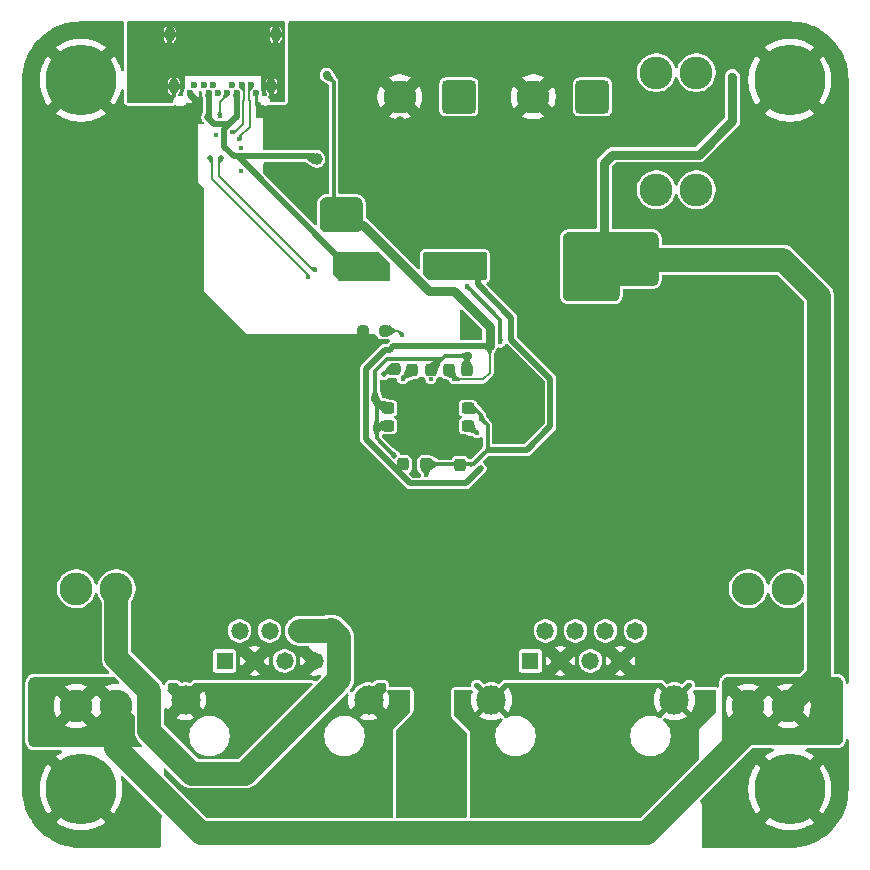
<source format=gbr>
%TF.GenerationSoftware,KiCad,Pcbnew,9.0.0*%
%TF.CreationDate,2025-04-26T11:07:04+02:00*%
%TF.ProjectId,linkertron,6c696e6b-6572-4747-926f-6e2e6b696361,v2*%
%TF.SameCoordinates,Original*%
%TF.FileFunction,Copper,L4,Bot*%
%TF.FilePolarity,Positive*%
%FSLAX46Y46*%
G04 Gerber Fmt 4.6, Leading zero omitted, Abs format (unit mm)*
G04 Created by KiCad (PCBNEW 9.0.0) date 2025-04-26 11:07:04*
%MOMM*%
%LPD*%
G01*
G04 APERTURE LIST*
G04 Aperture macros list*
%AMRoundRect*
0 Rectangle with rounded corners*
0 $1 Rounding radius*
0 $2 $3 $4 $5 $6 $7 $8 $9 X,Y pos of 4 corners*
0 Add a 4 corners polygon primitive as box body*
4,1,4,$2,$3,$4,$5,$6,$7,$8,$9,$2,$3,0*
0 Add four circle primitives for the rounded corners*
1,1,$1+$1,$2,$3*
1,1,$1+$1,$4,$5*
1,1,$1+$1,$6,$7*
1,1,$1+$1,$8,$9*
0 Add four rect primitives between the rounded corners*
20,1,$1+$1,$2,$3,$4,$5,0*
20,1,$1+$1,$4,$5,$6,$7,0*
20,1,$1+$1,$6,$7,$8,$9,0*
20,1,$1+$1,$8,$9,$2,$3,0*%
G04 Aperture macros list end*
%TA.AperFunction,ComponentPad*%
%ADD10C,6.000000*%
%TD*%
%TA.AperFunction,ComponentPad*%
%ADD11R,1.478000X1.478000*%
%TD*%
%TA.AperFunction,ComponentPad*%
%ADD12C,1.478000*%
%TD*%
%TA.AperFunction,ComponentPad*%
%ADD13C,2.475000*%
%TD*%
%TA.AperFunction,ComponentPad*%
%ADD14RoundRect,0.280000X1.120000X1.120000X-1.120000X1.120000X-1.120000X-1.120000X1.120000X-1.120000X0*%
%TD*%
%TA.AperFunction,ComponentPad*%
%ADD15C,2.800000*%
%TD*%
%TA.AperFunction,ComponentPad*%
%ADD16C,2.780000*%
%TD*%
%TA.AperFunction,ComponentPad*%
%ADD17C,0.600000*%
%TD*%
%TA.AperFunction,ComponentPad*%
%ADD18O,0.800000X1.400000*%
%TD*%
%TA.AperFunction,SMDPad,CuDef*%
%ADD19RoundRect,0.237500X0.237500X-0.300000X0.237500X0.300000X-0.237500X0.300000X-0.237500X-0.300000X0*%
%TD*%
%TA.AperFunction,SMDPad,CuDef*%
%ADD20RoundRect,0.237500X-0.237500X0.300000X-0.237500X-0.300000X0.237500X-0.300000X0.237500X0.300000X0*%
%TD*%
%TA.AperFunction,SMDPad,CuDef*%
%ADD21RoundRect,0.237500X0.300000X0.237500X-0.300000X0.237500X-0.300000X-0.237500X0.300000X-0.237500X0*%
%TD*%
%TA.AperFunction,SMDPad,CuDef*%
%ADD22RoundRect,0.237500X-0.250000X-0.237500X0.250000X-0.237500X0.250000X0.237500X-0.250000X0.237500X0*%
%TD*%
%TA.AperFunction,SMDPad,CuDef*%
%ADD23RoundRect,0.237500X0.237500X-0.250000X0.237500X0.250000X-0.237500X0.250000X-0.237500X-0.250000X0*%
%TD*%
%TA.AperFunction,SMDPad,CuDef*%
%ADD24RoundRect,0.237500X-0.300000X-0.237500X0.300000X-0.237500X0.300000X0.237500X-0.300000X0.237500X0*%
%TD*%
%TA.AperFunction,ViaPad*%
%ADD25C,0.800000*%
%TD*%
%TA.AperFunction,ViaPad*%
%ADD26C,0.500000*%
%TD*%
%TA.AperFunction,ViaPad*%
%ADD27C,0.450000*%
%TD*%
%TA.AperFunction,ViaPad*%
%ADD28C,0.700000*%
%TD*%
%TA.AperFunction,ViaPad*%
%ADD29C,1.000000*%
%TD*%
%TA.AperFunction,Conductor*%
%ADD30C,0.250000*%
%TD*%
%TA.AperFunction,Conductor*%
%ADD31C,2.000000*%
%TD*%
%TA.AperFunction,Conductor*%
%ADD32C,0.500000*%
%TD*%
%TA.AperFunction,Conductor*%
%ADD33C,0.300000*%
%TD*%
%TA.AperFunction,Conductor*%
%ADD34C,0.200000*%
%TD*%
%TA.AperFunction,Conductor*%
%ADD35C,0.800000*%
%TD*%
%TA.AperFunction,Conductor*%
%ADD36C,0.166400*%
%TD*%
G04 APERTURE END LIST*
D10*
%TO.P,H103,1,1*%
%TO.N,GND*%
X173000000Y-150000000D03*
%TD*%
D11*
%TO.P,J401,1*%
%TO.N,/Movertron/CAM.DN*%
X125155000Y-139150000D03*
D12*
%TO.P,J401,2*%
%TO.N,/Movertron/CAM.DP*%
X126425000Y-136610000D03*
%TO.P,J401,3*%
%TO.N,GND*%
X127695000Y-139150000D03*
%TO.P,J401,4*%
%TO.N,/Movertron/BRAIN.DN*%
X128965000Y-136610000D03*
%TO.P,J401,5*%
%TO.N,/Movertron/BRAIN.DP*%
X130235000Y-139150000D03*
%TO.P,J401,6*%
%TO.N,/Power/MOVERTRON_24V*%
X131505000Y-136610000D03*
%TO.P,J401,7*%
%TO.N,GND*%
X132775000Y-139150000D03*
%TO.P,J401,8*%
%TO.N,/Power/MOVERTRON_24V*%
X134045000Y-136610000D03*
D13*
%TO.P,J401,SH*%
%TO.N,Net-(C401-Pad1)*%
X121855000Y-142450000D03*
X137345000Y-142450000D03*
%TD*%
D10*
%TO.P,H102,1,1*%
%TO.N,GND*%
X173000000Y-90000000D03*
%TD*%
D14*
%TO.P,J202,1,Pin_1*%
%TO.N,/Power/DCIN*%
X156300000Y-91400000D03*
D15*
%TO.P,J202,2,Pin_2*%
%TO.N,GND*%
X151300000Y-91400000D03*
%TD*%
D16*
%TO.P,F201,1*%
%TO.N,+24V*%
X169500000Y-142960000D03*
X172900000Y-142960000D03*
%TO.P,F201,2*%
%TO.N,/Power/PLACERTRON_24V*%
X169500000Y-133040000D03*
X172900000Y-133040000D03*
%TD*%
%TO.P,F202,1*%
%TO.N,+24V*%
X112600000Y-142960000D03*
X116000000Y-142960000D03*
%TO.P,F202,2*%
%TO.N,/Power/MOVERTRON_24V*%
X112600000Y-133040000D03*
X116000000Y-133040000D03*
%TD*%
%TO.P,F203,1*%
%TO.N,/Power/DCIN*%
X165100000Y-89340000D03*
X161700000Y-89340000D03*
%TO.P,F203,2*%
%TO.N,/Power/post fuse*%
X165100000Y-99260000D03*
X161700000Y-99260000D03*
%TD*%
D10*
%TO.P,H104,1,1*%
%TO.N,GND*%
X113000000Y-150000000D03*
%TD*%
D11*
%TO.P,J501,1*%
%TO.N,/Placertron/CAM.DN*%
X151055000Y-139150000D03*
D12*
%TO.P,J501,2*%
%TO.N,/Placertron/CAM.DP*%
X152325000Y-136610000D03*
%TO.P,J501,3*%
%TO.N,GND*%
X153595000Y-139150000D03*
%TO.P,J501,4*%
%TO.N,/Placertron/BRAIN.DN*%
X154865000Y-136610000D03*
%TO.P,J501,5*%
%TO.N,/Placertron/BRAIN.DP*%
X156135000Y-139150000D03*
%TO.P,J501,6*%
%TO.N,/Power/PLACERTRON_24V*%
X157405000Y-136610000D03*
%TO.P,J501,7*%
%TO.N,GND*%
X158675000Y-139150000D03*
%TO.P,J501,8*%
%TO.N,/Power/PLACERTRON_24V*%
X159945000Y-136610000D03*
D13*
%TO.P,J501,SH*%
%TO.N,Net-(C501-Pad1)*%
X147755000Y-142450000D03*
X163245000Y-142450000D03*
%TD*%
D10*
%TO.P,H101,1,1*%
%TO.N,GND*%
X113000000Y-90000000D03*
%TD*%
D17*
%TO.P,J301,B1,GND*%
%TO.N,GND*%
X122200000Y-91092500D03*
%TO.P,J301,B2,TX2+*%
%TO.N,unconnected-(J301-TX2+-PadB2)*%
X122600000Y-90392500D03*
%TO.P,J301,B3,TX2-*%
%TO.N,unconnected-(J301-TX2--PadB3)*%
X123400000Y-90392500D03*
%TO.P,J301,B4,VBUS*%
%TO.N,+5V*%
X123800000Y-91092500D03*
%TO.P,J301,B5,CC2*%
%TO.N,unconnected-(J301-CC2-PadB5)*%
X124200000Y-90392500D03*
%TO.P,J301,B6,D+*%
%TO.N,/USB3 Controller/UPLINK.USB2_DP*%
X124600000Y-91092500D03*
%TO.P,J301,B7,D-*%
%TO.N,/USB3 Controller/UPLINK.USB2_DN*%
X125400000Y-91092500D03*
%TO.P,J301,B8,SBU2*%
%TO.N,unconnected-(J301-SBU2-PadB8)*%
X125800000Y-90392500D03*
%TO.P,J301,B9,VBUS*%
%TO.N,+5V*%
X126200000Y-91092500D03*
%TO.P,J301,B10,RX1-*%
%TO.N,/USB3 Controller/UPLINK.USB3_RX_DN*%
X126600000Y-90392500D03*
%TO.P,J301,B11,RX1+*%
%TO.N,/USB3 Controller/UPLINK.USB3_RX_DP*%
X127400000Y-90392500D03*
%TO.P,J301,B12,GND*%
%TO.N,GND*%
X127800000Y-91092500D03*
D18*
%TO.P,J301,S1,SHIELD*%
%TO.N,Net-(J301-SHIELD)*%
X129490000Y-86102500D03*
X129130000Y-90502500D03*
X120870000Y-90502500D03*
X120510000Y-86102500D03*
%TD*%
D14*
%TO.P,J201,1,Pin_1*%
%TO.N,/Power/DCIN*%
X145000000Y-91400000D03*
D15*
%TO.P,J201,2,Pin_2*%
%TO.N,GND*%
X140000000Y-91400000D03*
%TD*%
D19*
%TO.P,C308,1*%
%TO.N,+1V2*%
X142200000Y-122512501D03*
%TO.P,C308,2*%
%TO.N,GND*%
X142200000Y-120787499D03*
%TD*%
D20*
%TO.P,C310,1*%
%TO.N,+1V2*%
X142650000Y-114487499D03*
%TO.P,C310,2*%
%TO.N,GND*%
X142650000Y-116212501D03*
%TD*%
%TO.P,C317,1*%
%TO.N,+3V3*%
X141050000Y-114487499D03*
%TO.P,C317,2*%
%TO.N,GND*%
X141050000Y-116212501D03*
%TD*%
%TO.P,C315,1*%
%TO.N,+3V3*%
X144150000Y-114487499D03*
%TO.P,C315,2*%
%TO.N,GND*%
X144150000Y-116212501D03*
%TD*%
D21*
%TO.P,C313,1*%
%TO.N,+3V3*%
X145762501Y-119250000D03*
%TO.P,C313,2*%
%TO.N,GND*%
X144037499Y-119250000D03*
%TD*%
D20*
%TO.P,C311,1*%
%TO.N,+1V2*%
X145650000Y-114487499D03*
%TO.P,C311,2*%
%TO.N,GND*%
X145650000Y-116212501D03*
%TD*%
D22*
%TO.P,R305,1*%
%TO.N,GND*%
X136887500Y-111200000D03*
%TO.P,R305,2*%
%TO.N,Net-(U303-ATEST)*%
X138712500Y-111200000D03*
%TD*%
D21*
%TO.P,C314,1*%
%TO.N,+1V2*%
X145762501Y-117750000D03*
%TO.P,C314,2*%
%TO.N,GND*%
X144037499Y-117750000D03*
%TD*%
D19*
%TO.P,C319,1*%
%TO.N,+3V3*%
X140300000Y-122512501D03*
%TO.P,C319,2*%
%TO.N,GND*%
X140300000Y-120787499D03*
%TD*%
D23*
%TO.P,R304,1*%
%TO.N,GND*%
X139550000Y-116262500D03*
%TO.P,R304,2*%
%TO.N,Net-(U303-RBIAS)*%
X139550000Y-114437500D03*
%TD*%
D24*
%TO.P,C320,1*%
%TO.N,+1V2*%
X138987499Y-117750000D03*
%TO.P,C320,2*%
%TO.N,GND*%
X140712501Y-117750000D03*
%TD*%
D19*
%TO.P,C318,1*%
%TO.N,+1V2*%
X145100000Y-122562501D03*
%TO.P,C318,2*%
%TO.N,GND*%
X145100000Y-120837499D03*
%TD*%
D24*
%TO.P,C322,1*%
%TO.N,+1V2*%
X138987499Y-119250000D03*
%TO.P,C322,2*%
%TO.N,GND*%
X140712501Y-119250000D03*
%TD*%
D25*
%TO.N,GND*%
X122240000Y-118857500D03*
X145800000Y-111100000D03*
X134940000Y-134097500D03*
D26*
X150950000Y-117650000D03*
X142900000Y-118250000D03*
D25*
X167960000Y-139177500D03*
X152720000Y-98537500D03*
X157800000Y-121397500D03*
X160340000Y-113777500D03*
X133900000Y-113800000D03*
X117160000Y-121397500D03*
D26*
X141950000Y-118250000D03*
D27*
X129919072Y-131019841D03*
D25*
X140020000Y-101077500D03*
X140020000Y-131557500D03*
X165420000Y-131557500D03*
X127320000Y-131557500D03*
X112080000Y-106157500D03*
X109540000Y-93457500D03*
X114620000Y-95997500D03*
X147640000Y-101077500D03*
D26*
X141950000Y-117500000D03*
D25*
X142560000Y-144257500D03*
X157800000Y-131557500D03*
D26*
X142900000Y-117500000D03*
D25*
X145100000Y-129017500D03*
D26*
X141950000Y-119200000D03*
D25*
X132400000Y-121397500D03*
X142560000Y-136637500D03*
D27*
X133100000Y-99700000D03*
D25*
X155260000Y-116317500D03*
D26*
X142900000Y-119200000D03*
D25*
X165420000Y-123937500D03*
D27*
X126516660Y-97650000D03*
D25*
X145100000Y-149337500D03*
X160340000Y-139177500D03*
X124780000Y-123937500D03*
X122240000Y-103617500D03*
D27*
X124400171Y-94598318D03*
D25*
X119700000Y-113777500D03*
D26*
X143400000Y-116950000D03*
D25*
X119700000Y-126477500D03*
X170500000Y-121397500D03*
X150180000Y-106157500D03*
D26*
X141350000Y-117050000D03*
D25*
X162880000Y-118857500D03*
X109540000Y-101077500D03*
X137480000Y-126477500D03*
X117160000Y-108697500D03*
D27*
X125419070Y-131219842D03*
D25*
X109540000Y-151877500D03*
X167960000Y-116317500D03*
X124780000Y-111237500D03*
X170500000Y-93457500D03*
D27*
X151350783Y-131431881D03*
D25*
X147640000Y-134097500D03*
X140020000Y-93457500D03*
X173040000Y-98537500D03*
X165420000Y-111237500D03*
X129860000Y-93457500D03*
X129900000Y-112100000D03*
X175580000Y-103617500D03*
D26*
X141250000Y-118500000D03*
X150950000Y-116000000D03*
D25*
X150180000Y-93457500D03*
X154300000Y-112600000D03*
D28*
X140500000Y-103850000D03*
D25*
X150180000Y-123937500D03*
D26*
X143600000Y-118500000D03*
D25*
X137480000Y-88377500D03*
D26*
X150950000Y-116800000D03*
D25*
X152720000Y-129017500D03*
D27*
X155800000Y-131400000D03*
D25*
X119700000Y-134097500D03*
X122240000Y-139177500D03*
X133700000Y-117000000D03*
X117160000Y-101077500D03*
X160340000Y-126477500D03*
X122240000Y-93457500D03*
X109540000Y-139177500D03*
X132400000Y-129017500D03*
X167960000Y-151877500D03*
X137480000Y-139177500D03*
D27*
X126525399Y-95700000D03*
%TO.N,+5V*%
X145650000Y-107450000D03*
D26*
X126050000Y-93200000D03*
D28*
X134850000Y-105050000D03*
D29*
X132950000Y-96650000D03*
D28*
X134850000Y-106200000D03*
D26*
X123689505Y-93097011D03*
D27*
X148500000Y-112150000D03*
%TO.N,+3V3*%
X139150000Y-112800000D03*
D28*
X133800000Y-89550000D03*
X133850000Y-102250000D03*
X136200000Y-102250000D03*
D27*
X146850000Y-122850000D03*
D28*
X135000000Y-102250000D03*
D27*
X144625000Y-115247509D03*
X146547508Y-119825000D03*
X140237963Y-115261101D03*
X140000000Y-123250000D03*
D28*
X147600000Y-112500000D03*
D29*
%TO.N,+24V*%
X155100000Y-103700000D03*
X157300000Y-105200000D03*
X157300000Y-103800000D03*
X155100000Y-105200000D03*
D28*
X168150000Y-89700000D03*
D29*
X155100000Y-107100000D03*
D28*
%TO.N,+1V2*%
X137900000Y-116950000D03*
X146500000Y-106300000D03*
D27*
X146187499Y-122512501D03*
D28*
X146500000Y-105200000D03*
D26*
X139519975Y-121780025D03*
D28*
X145750000Y-113300000D03*
D27*
X142625000Y-115247508D03*
X142250000Y-123450000D03*
D28*
X138025000Y-119396789D03*
D27*
X146900000Y-118650000D03*
%TO.N,/USB3 Controller/UPLINK.USB2_DP*%
X132850521Y-106049479D03*
D26*
X124862500Y-96601510D03*
%TO.N,/USB3 Controller/UPLINK.USB2_DN*%
X123962500Y-96601510D03*
D27*
X124734911Y-93014150D03*
X132249479Y-106650521D03*
%TO.N,/USB3 Controller/UPLINK.USB3_RX_DN*%
X125799878Y-94399479D03*
%TO.N,/USB3 Controller/UPLINK.USB3_RX_DP*%
X126400920Y-95000521D03*
D26*
%TO.N,Net-(U303-RBIAS)*%
X138652102Y-114872522D03*
D27*
%TO.N,Net-(U303-ATEST)*%
X140216153Y-111566153D03*
%TD*%
D30*
%TO.N,GND*%
X127800000Y-91092500D02*
X127800000Y-92100000D01*
X127800000Y-92100000D02*
X129157500Y-93457500D01*
X129157500Y-93457500D02*
X129860000Y-93457500D01*
D31*
%TO.N,/Power/MOVERTRON_24V*%
X134883999Y-140716001D02*
X134883999Y-137148999D01*
X134245000Y-136510000D02*
X134045000Y-136510000D01*
X122400000Y-148700000D02*
X126900000Y-148700000D01*
X131505000Y-136610000D02*
X134045000Y-136610000D01*
X116000000Y-133040000D02*
X116000000Y-138898573D01*
X126900000Y-148700000D02*
X134883999Y-140716001D01*
X118800000Y-141698573D02*
X118800000Y-145100000D01*
X134883999Y-137148999D02*
X134245000Y-136510000D01*
X118800000Y-145100000D02*
X122400000Y-148700000D01*
X116000000Y-138898573D02*
X118800000Y-141698573D01*
D32*
%TO.N,+5V*%
X125526521Y-93723479D02*
X125519869Y-93723479D01*
X125519869Y-93723479D02*
X125123878Y-94119470D01*
X126050000Y-93200000D02*
X125526521Y-93723479D01*
X125100000Y-94150000D02*
X125100000Y-95600000D01*
D33*
X145650000Y-107450000D02*
X148500000Y-110300000D01*
X148500000Y-110300000D02*
X148500000Y-112150000D01*
D32*
X125123878Y-94126122D02*
X125100000Y-94150000D01*
X134850000Y-105027331D02*
X134850000Y-105050000D01*
X123800000Y-91092500D02*
X123800000Y-92986516D01*
X125100000Y-95600000D02*
X125932600Y-96432600D01*
X123689505Y-93097011D02*
X124292494Y-93700000D01*
X126200000Y-91092500D02*
X126182600Y-91109900D01*
X126182600Y-93067400D02*
X126050000Y-93200000D01*
X124292494Y-93700000D02*
X125550000Y-93700000D01*
X125932600Y-96432600D02*
X126255269Y-96432600D01*
X123800000Y-92986516D02*
X123689505Y-93097011D01*
X125550000Y-93700000D02*
X126050000Y-93200000D01*
X125932600Y-96432600D02*
X132732600Y-96432600D01*
X126255269Y-96432600D02*
X134850000Y-105027331D01*
X125123878Y-94119470D02*
X125123878Y-94126122D01*
X126182600Y-91109900D02*
X126182600Y-93067400D01*
X132732600Y-96432600D02*
X132950000Y-96650000D01*
%TO.N,+3V3*%
X145574000Y-124126000D02*
X140876000Y-124126000D01*
D34*
X144625000Y-114962499D02*
X144150000Y-114487499D01*
D32*
X146850000Y-122850000D02*
X145574000Y-124126000D01*
X139450000Y-112500000D02*
X139150000Y-112800000D01*
D35*
X147600000Y-110850000D02*
X144600000Y-107850000D01*
X142500000Y-107850000D02*
X136900000Y-102250000D01*
D34*
X144625000Y-115247509D02*
X144625000Y-114962499D01*
X147600000Y-114750000D02*
X147024001Y-115325999D01*
D32*
X137099000Y-120349000D02*
X140000000Y-123250000D01*
D35*
X147600000Y-112500000D02*
X147600000Y-110850000D01*
X144600000Y-107850000D02*
X142500000Y-107850000D01*
D33*
X134400000Y-101650000D02*
X135000000Y-102250000D01*
D35*
X136900000Y-102250000D02*
X136200000Y-102250000D01*
D34*
X140237963Y-115261101D02*
X140276398Y-115261101D01*
D32*
X147600000Y-112500000D02*
X139450000Y-112500000D01*
X137099000Y-114451000D02*
X137099000Y-120349000D01*
D34*
X144703490Y-115325999D02*
X144625000Y-115247509D01*
D32*
X138750000Y-112800000D02*
X137099000Y-114451000D01*
D34*
X147024001Y-115325999D02*
X144703490Y-115325999D01*
D32*
X139150000Y-112800000D02*
X138750000Y-112800000D01*
D33*
X133800000Y-89550000D02*
X134400000Y-90150000D01*
D32*
X140876000Y-124126000D02*
X140000000Y-123250000D01*
D33*
X134400000Y-90150000D02*
X134400000Y-101650000D01*
D34*
X146337501Y-119825000D02*
X145762501Y-119250000D01*
X146547508Y-119825000D02*
X146337501Y-119825000D01*
X147600000Y-112500000D02*
X147600000Y-114750000D01*
X140276398Y-115261101D02*
X141050000Y-114487499D01*
D35*
%TO.N,+24V*%
X158000000Y-96300000D02*
X157300000Y-97000000D01*
D31*
X116000000Y-146550000D02*
X116000000Y-142960000D01*
X169500000Y-142960000D02*
X169500000Y-145100000D01*
X169500000Y-145100000D02*
X160900000Y-153700000D01*
X172450000Y-105200000D02*
X175490000Y-108240000D01*
D35*
X168150000Y-93450000D02*
X165300000Y-96300000D01*
D31*
X160900000Y-153700000D02*
X123150000Y-153700000D01*
X123150000Y-153700000D02*
X116000000Y-146550000D01*
D35*
X165300000Y-96300000D02*
X158000000Y-96300000D01*
D31*
X175490000Y-108240000D02*
X175490000Y-140370000D01*
D35*
X157300000Y-97000000D02*
X157300000Y-103800000D01*
D31*
X157300000Y-105200000D02*
X172450000Y-105200000D01*
D35*
X168150000Y-89700000D02*
X168150000Y-93450000D01*
D31*
X175490000Y-140370000D02*
X172900000Y-142960000D01*
D34*
%TO.N,+1V2*%
X142250000Y-123450000D02*
X142250000Y-122562501D01*
D33*
X137900000Y-116950000D02*
X137900000Y-114600000D01*
X143837499Y-113300000D02*
X142650000Y-114487499D01*
X143537499Y-113600000D02*
X143837499Y-113300000D01*
X138025000Y-119396789D02*
X138840710Y-119396789D01*
X145650000Y-113400000D02*
X145750000Y-113300000D01*
X138025000Y-119396789D02*
X138025000Y-120285050D01*
X142200000Y-122512501D02*
X146187499Y-122512501D01*
D32*
X146600000Y-107250000D02*
X146600000Y-106400000D01*
X149450000Y-110100000D02*
X146600000Y-107250000D01*
D33*
X147426000Y-119176000D02*
X146900000Y-118650000D01*
X138987499Y-117750000D02*
X138700000Y-117750000D01*
D32*
X149450000Y-111950000D02*
X149450000Y-110100000D01*
D33*
X146900000Y-118650000D02*
X146900000Y-118350000D01*
X138025000Y-117075000D02*
X137900000Y-116950000D01*
D32*
X152750000Y-115250000D02*
X149450000Y-111950000D01*
D34*
X142250000Y-122562501D02*
X142200000Y-122512501D01*
D33*
X138900000Y-113600000D02*
X143537499Y-113600000D01*
D32*
X150750000Y-121300000D02*
X152750000Y-119300000D01*
D33*
X145650000Y-114487499D02*
X145650000Y-113400000D01*
X145750000Y-113300000D02*
X143837499Y-113300000D01*
D32*
X146600000Y-106400000D02*
X146500000Y-106300000D01*
D33*
X147426000Y-121274000D02*
X146187499Y-122512501D01*
X138840710Y-119396789D02*
X138987499Y-119250000D01*
D32*
X147426000Y-121274000D02*
X147452000Y-121300000D01*
X147452000Y-121300000D02*
X150750000Y-121300000D01*
D33*
X147426000Y-121274000D02*
X147426000Y-119176000D01*
D32*
X152750000Y-119300000D02*
X152750000Y-115250000D01*
D33*
X138700000Y-117750000D02*
X137900000Y-116950000D01*
X146900000Y-118350000D02*
X146300000Y-117750000D01*
X138025000Y-119396789D02*
X138025000Y-117075000D01*
X146300000Y-117750000D02*
X145762501Y-117750000D01*
X137900000Y-114600000D02*
X138900000Y-113600000D01*
X138025000Y-120285050D02*
X139519975Y-121780025D01*
D36*
%TO.N,/USB3 Controller/UPLINK.USB2_DP*%
X124695701Y-96768309D02*
X124695701Y-98095195D01*
X124695701Y-98095195D02*
X132649985Y-106049479D01*
X124862500Y-96601510D02*
X124695701Y-96768309D01*
X132649985Y-106049479D02*
X132850521Y-106049479D01*
%TO.N,/USB3 Controller/UPLINK.USB2_DN*%
X124129299Y-96768309D02*
X124129299Y-98329805D01*
X123962500Y-96601510D02*
X124129299Y-96768309D01*
X125400000Y-91092500D02*
X125400000Y-91200000D01*
X125400000Y-91200000D02*
X124734911Y-91865089D01*
X124129299Y-98329805D02*
X132249479Y-106449985D01*
X124734911Y-91865089D02*
X124734911Y-93014150D01*
X132249479Y-106449985D02*
X132249479Y-106650521D01*
%TO.N,/USB3 Controller/UPLINK.USB3_RX_DN*%
X126716800Y-93683093D02*
X126716800Y-91783200D01*
X126000414Y-94399479D02*
X126716800Y-93683093D01*
X125799878Y-94399479D02*
X126000414Y-94399479D01*
X126716800Y-91783200D02*
X126815800Y-91684200D01*
X126815800Y-90608300D02*
X126600000Y-90392500D01*
X126815800Y-91684200D02*
X126815800Y-90608300D01*
%TO.N,/USB3 Controller/UPLINK.USB3_RX_DP*%
X127283200Y-93917705D02*
X127283200Y-91783200D01*
X126400920Y-94799985D02*
X127283200Y-93917705D01*
X127283200Y-91783200D02*
X127200000Y-91700000D01*
X126400920Y-95000521D02*
X126400920Y-94799985D01*
X127200000Y-91700000D02*
X127200000Y-90592500D01*
X127200000Y-90592500D02*
X127400000Y-90392500D01*
D34*
%TO.N,Net-(U303-RBIAS)*%
X138652102Y-114872522D02*
X139087124Y-114437500D01*
X139087124Y-114437500D02*
X139550000Y-114437500D01*
%TO.N,Net-(U303-ATEST)*%
X140216153Y-111566153D02*
X139850000Y-111200000D01*
X139850000Y-111200000D02*
X138712500Y-111200000D01*
%TD*%
%TA.AperFunction,Conductor*%
%TO.N,+1V2*%
G36*
X147293039Y-104569685D02*
G01*
X147338794Y-104622489D01*
X147350000Y-104674000D01*
X147350000Y-106776000D01*
X147330315Y-106843039D01*
X147277511Y-106888794D01*
X147226000Y-106900000D01*
X142521308Y-106900000D01*
X142454269Y-106880315D01*
X142433627Y-106863681D01*
X141986319Y-106416373D01*
X141952834Y-106355050D01*
X141950000Y-106328692D01*
X141950000Y-104674000D01*
X141969685Y-104606961D01*
X142022489Y-104561206D01*
X142074000Y-104550000D01*
X147226000Y-104550000D01*
X147293039Y-104569685D01*
G37*
%TD.AperFunction*%
%TD*%
%TA.AperFunction,Conductor*%
%TO.N,+3V3*%
G36*
X136358059Y-99901061D02*
G01*
X136463223Y-99914906D01*
X136494491Y-99923284D01*
X136584918Y-99960740D01*
X136612952Y-99976925D01*
X136690602Y-100036509D01*
X136713491Y-100059398D01*
X136773074Y-100137048D01*
X136789259Y-100165081D01*
X136826715Y-100255508D01*
X136835093Y-100286775D01*
X136848939Y-100391939D01*
X136850000Y-100408125D01*
X136850000Y-102341874D01*
X136848939Y-102358059D01*
X136848939Y-102358060D01*
X136835093Y-102463224D01*
X136826715Y-102494491D01*
X136789259Y-102584918D01*
X136773074Y-102612951D01*
X136713491Y-102690601D01*
X136690601Y-102713491D01*
X136612951Y-102773074D01*
X136584918Y-102789259D01*
X136494491Y-102826715D01*
X136463224Y-102835093D01*
X136369398Y-102847446D01*
X136358058Y-102848939D01*
X136341874Y-102850000D01*
X133758126Y-102850000D01*
X133741941Y-102848939D01*
X133728917Y-102847224D01*
X133636775Y-102835093D01*
X133605508Y-102826715D01*
X133515081Y-102789259D01*
X133487048Y-102773074D01*
X133409398Y-102713491D01*
X133386508Y-102690601D01*
X133326925Y-102612951D01*
X133310740Y-102584918D01*
X133273284Y-102494491D01*
X133264906Y-102463223D01*
X133251061Y-102358059D01*
X133250000Y-102341874D01*
X133250000Y-100408125D01*
X133251061Y-100391940D01*
X133264906Y-100286776D01*
X133264906Y-100286775D01*
X133273284Y-100255509D01*
X133310739Y-100165084D01*
X133326924Y-100137050D01*
X133338090Y-100122498D01*
X133374467Y-100090596D01*
X133391964Y-100080495D01*
X133480495Y-99991964D01*
X133480495Y-99991963D01*
X133486243Y-99986216D01*
X133487370Y-99987343D01*
X133491991Y-99983797D01*
X133499845Y-99972487D01*
X133530199Y-99954478D01*
X133605509Y-99923284D01*
X133636775Y-99914906D01*
X133741941Y-99901061D01*
X133758126Y-99900000D01*
X136341874Y-99900000D01*
X136358059Y-99901061D01*
G37*
%TD.AperFunction*%
%TD*%
%TA.AperFunction,Conductor*%
%TO.N,+24V*%
G36*
X115848630Y-140519685D02*
G01*
X115869272Y-140536319D01*
X116191272Y-140858319D01*
X116224757Y-140919642D01*
X116219773Y-140989334D01*
X116177901Y-141045267D01*
X116112437Y-141069684D01*
X116103591Y-141070000D01*
X115876115Y-141070000D01*
X115630496Y-141102338D01*
X115630485Y-141102340D01*
X115391182Y-141166460D01*
X115391168Y-141166465D01*
X115162287Y-141261271D01*
X115162282Y-141261273D01*
X115064711Y-141317605D01*
X115832907Y-142085801D01*
X115740397Y-142104203D01*
X115578427Y-142171293D01*
X115432658Y-142268692D01*
X115308692Y-142392658D01*
X115211293Y-142538427D01*
X115144203Y-142700397D01*
X115125801Y-142792907D01*
X114357605Y-142024711D01*
X114316187Y-142030164D01*
X114283818Y-142030164D01*
X114242394Y-142024710D01*
X113474198Y-142792906D01*
X113455797Y-142700397D01*
X113388707Y-142538427D01*
X113291308Y-142392658D01*
X113167342Y-142268692D01*
X113021573Y-142171293D01*
X112859603Y-142104203D01*
X112767092Y-142085801D01*
X113535287Y-141317606D01*
X113535286Y-141317605D01*
X113437719Y-141261274D01*
X113437715Y-141261272D01*
X113208831Y-141166465D01*
X113208817Y-141166460D01*
X112969514Y-141102340D01*
X112969503Y-141102338D01*
X112723884Y-141070000D01*
X112476115Y-141070000D01*
X112230496Y-141102338D01*
X112230485Y-141102340D01*
X111991182Y-141166460D01*
X111991168Y-141166465D01*
X111762287Y-141261271D01*
X111762277Y-141261275D01*
X111664712Y-141317605D01*
X112432907Y-142085800D01*
X112340397Y-142104203D01*
X112178427Y-142171293D01*
X112032658Y-142268692D01*
X111908692Y-142392658D01*
X111811293Y-142538427D01*
X111744203Y-142700397D01*
X111725801Y-142792907D01*
X110957605Y-142024712D01*
X110901275Y-142122277D01*
X110901271Y-142122287D01*
X110806465Y-142351168D01*
X110806460Y-142351182D01*
X110742340Y-142590485D01*
X110742338Y-142590496D01*
X110710000Y-142836115D01*
X110710000Y-143083884D01*
X110742338Y-143329503D01*
X110742340Y-143329514D01*
X110806460Y-143568817D01*
X110806465Y-143568831D01*
X110901272Y-143797715D01*
X110901274Y-143797719D01*
X110957605Y-143895286D01*
X110957606Y-143895287D01*
X111725800Y-143127092D01*
X111744203Y-143219603D01*
X111811293Y-143381573D01*
X111908692Y-143527342D01*
X112032658Y-143651308D01*
X112178427Y-143748707D01*
X112340397Y-143815797D01*
X112432906Y-143834198D01*
X111664711Y-144602393D01*
X111664711Y-144602394D01*
X111762272Y-144658721D01*
X111762273Y-144658722D01*
X111991169Y-144753534D01*
X111991182Y-144753539D01*
X112230485Y-144817659D01*
X112230496Y-144817661D01*
X112476115Y-144849999D01*
X112476130Y-144850000D01*
X112723870Y-144850000D01*
X112723884Y-144849999D01*
X112969503Y-144817661D01*
X112969514Y-144817659D01*
X113208817Y-144753539D01*
X113208830Y-144753534D01*
X113437713Y-144658728D01*
X113437715Y-144658726D01*
X113535287Y-144602393D01*
X112767093Y-143834198D01*
X112859603Y-143815797D01*
X113021573Y-143748707D01*
X113167342Y-143651308D01*
X113291308Y-143527342D01*
X113388707Y-143381573D01*
X113455797Y-143219603D01*
X113474198Y-143127092D01*
X114242393Y-143895287D01*
X114283817Y-143889834D01*
X114316188Y-143889834D01*
X114357606Y-143895287D01*
X115125800Y-143127092D01*
X115144203Y-143219603D01*
X115211293Y-143381573D01*
X115308692Y-143527342D01*
X115432658Y-143651308D01*
X115578427Y-143748707D01*
X115740397Y-143815797D01*
X115832906Y-143834198D01*
X115064711Y-144602393D01*
X115064711Y-144602394D01*
X115162272Y-144658721D01*
X115162273Y-144658722D01*
X115391169Y-144753534D01*
X115391182Y-144753539D01*
X115630485Y-144817659D01*
X115630496Y-144817661D01*
X115876115Y-144849999D01*
X115876130Y-144850000D01*
X116123870Y-144850000D01*
X116123884Y-144849999D01*
X116369503Y-144817661D01*
X116369514Y-144817659D01*
X116608817Y-144753539D01*
X116608830Y-144753534D01*
X116837713Y-144658728D01*
X116837715Y-144658726D01*
X116935287Y-144602393D01*
X116167093Y-143834198D01*
X116259603Y-143815797D01*
X116421573Y-143748707D01*
X116567342Y-143651308D01*
X116691308Y-143527342D01*
X116788707Y-143381573D01*
X116855797Y-143219603D01*
X116874198Y-143127092D01*
X117513181Y-143766074D01*
X117546666Y-143827397D01*
X117549500Y-143853755D01*
X117549500Y-145198422D01*
X117580290Y-145392826D01*
X117641117Y-145580030D01*
X117730476Y-145755405D01*
X117846172Y-145914646D01*
X117846174Y-145914648D01*
X118169845Y-146238319D01*
X118203330Y-146299642D01*
X118198346Y-146369334D01*
X118156474Y-146425267D01*
X118091010Y-146449684D01*
X118082164Y-146450000D01*
X109058126Y-146450000D01*
X109041941Y-146448939D01*
X109028917Y-146447224D01*
X108936775Y-146435093D01*
X108905508Y-146426715D01*
X108815081Y-146389259D01*
X108787048Y-146373074D01*
X108709398Y-146313491D01*
X108686508Y-146290601D01*
X108626925Y-146212951D01*
X108610740Y-146184918D01*
X108573284Y-146094491D01*
X108564906Y-146063223D01*
X108551061Y-145958059D01*
X108550000Y-145941874D01*
X108550000Y-141008125D01*
X108551061Y-140991940D01*
X108564906Y-140886776D01*
X108573284Y-140855508D01*
X108610740Y-140765081D01*
X108626923Y-140737050D01*
X108686513Y-140659392D01*
X108709392Y-140636513D01*
X108787050Y-140576923D01*
X108815079Y-140560740D01*
X108905509Y-140523283D01*
X108936775Y-140514906D01*
X109041941Y-140501061D01*
X109058126Y-140500000D01*
X115781591Y-140500000D01*
X115848630Y-140519685D01*
G37*
%TD.AperFunction*%
%TD*%
%TA.AperFunction,Conductor*%
%TO.N,+24V*%
G36*
X177008059Y-140501061D02*
G01*
X177113223Y-140514906D01*
X177144491Y-140523284D01*
X177234918Y-140560740D01*
X177262952Y-140576925D01*
X177340602Y-140636509D01*
X177363491Y-140659398D01*
X177423074Y-140737048D01*
X177439259Y-140765081D01*
X177476715Y-140855508D01*
X177485093Y-140886775D01*
X177498939Y-140991939D01*
X177500000Y-141008125D01*
X177500000Y-145791874D01*
X177498939Y-145808059D01*
X177498939Y-145808060D01*
X177485093Y-145913224D01*
X177476715Y-145944491D01*
X177439259Y-146034918D01*
X177423074Y-146062951D01*
X177363491Y-146140601D01*
X177340601Y-146163491D01*
X177262951Y-146223074D01*
X177234918Y-146239259D01*
X177144491Y-146276715D01*
X177113224Y-146285093D01*
X177019398Y-146297446D01*
X177008058Y-146298939D01*
X176991874Y-146300000D01*
X167808126Y-146300000D01*
X167791941Y-146298939D01*
X167778917Y-146297224D01*
X167686775Y-146285093D01*
X167655508Y-146276715D01*
X167565081Y-146239259D01*
X167537048Y-146223074D01*
X167459398Y-146163491D01*
X167436508Y-146140601D01*
X167376925Y-146062951D01*
X167360740Y-146034918D01*
X167323284Y-145944491D01*
X167314906Y-145913223D01*
X167301061Y-145808059D01*
X167300000Y-145791874D01*
X167300000Y-142836115D01*
X167610000Y-142836115D01*
X167610000Y-143083884D01*
X167642338Y-143329503D01*
X167642340Y-143329514D01*
X167706460Y-143568817D01*
X167706465Y-143568831D01*
X167801272Y-143797715D01*
X167801274Y-143797719D01*
X167857605Y-143895286D01*
X167857606Y-143895287D01*
X168625800Y-143127092D01*
X168644203Y-143219603D01*
X168711293Y-143381573D01*
X168808692Y-143527342D01*
X168932658Y-143651308D01*
X169078427Y-143748707D01*
X169240397Y-143815797D01*
X169332906Y-143834198D01*
X168564711Y-144602393D01*
X168564711Y-144602394D01*
X168662272Y-144658721D01*
X168662273Y-144658722D01*
X168891169Y-144753534D01*
X168891182Y-144753539D01*
X169130485Y-144817659D01*
X169130496Y-144817661D01*
X169376115Y-144849999D01*
X169376130Y-144850000D01*
X169623870Y-144850000D01*
X169623884Y-144849999D01*
X169869503Y-144817661D01*
X169869514Y-144817659D01*
X170108817Y-144753539D01*
X170108830Y-144753534D01*
X170337713Y-144658728D01*
X170337715Y-144658726D01*
X170435287Y-144602393D01*
X169667093Y-143834198D01*
X169759603Y-143815797D01*
X169921573Y-143748707D01*
X170067342Y-143651308D01*
X170191308Y-143527342D01*
X170288707Y-143381573D01*
X170355797Y-143219603D01*
X170374198Y-143127092D01*
X171142393Y-143895287D01*
X171183817Y-143889834D01*
X171216188Y-143889834D01*
X171257606Y-143895287D01*
X172025800Y-143127092D01*
X172044203Y-143219603D01*
X172111293Y-143381573D01*
X172208692Y-143527342D01*
X172332658Y-143651308D01*
X172478427Y-143748707D01*
X172640397Y-143815797D01*
X172732906Y-143834198D01*
X171964711Y-144602393D01*
X171964711Y-144602394D01*
X172062272Y-144658721D01*
X172062273Y-144658722D01*
X172291169Y-144753534D01*
X172291182Y-144753539D01*
X172530485Y-144817659D01*
X172530496Y-144817661D01*
X172776115Y-144849999D01*
X172776130Y-144850000D01*
X173023870Y-144850000D01*
X173023884Y-144849999D01*
X173269503Y-144817661D01*
X173269514Y-144817659D01*
X173508817Y-144753539D01*
X173508830Y-144753534D01*
X173737713Y-144658728D01*
X173737715Y-144658726D01*
X173835287Y-144602393D01*
X173067093Y-143834198D01*
X173159603Y-143815797D01*
X173321573Y-143748707D01*
X173467342Y-143651308D01*
X173591308Y-143527342D01*
X173688707Y-143381573D01*
X173755797Y-143219603D01*
X173774198Y-143127092D01*
X174542393Y-143895287D01*
X174598726Y-143797715D01*
X174598728Y-143797713D01*
X174693534Y-143568830D01*
X174693539Y-143568817D01*
X174757659Y-143329514D01*
X174757661Y-143329503D01*
X174789999Y-143083884D01*
X174790000Y-143083870D01*
X174790000Y-142836129D01*
X174789999Y-142836115D01*
X174757661Y-142590496D01*
X174757659Y-142590485D01*
X174693539Y-142351182D01*
X174693534Y-142351169D01*
X174598722Y-142122273D01*
X174598721Y-142122272D01*
X174542394Y-142024711D01*
X174542393Y-142024711D01*
X173774198Y-142792906D01*
X173755797Y-142700397D01*
X173688707Y-142538427D01*
X173591308Y-142392658D01*
X173467342Y-142268692D01*
X173321573Y-142171293D01*
X173159603Y-142104203D01*
X173067092Y-142085801D01*
X173835287Y-141317606D01*
X173835286Y-141317605D01*
X173737719Y-141261274D01*
X173737715Y-141261272D01*
X173508831Y-141166465D01*
X173508817Y-141166460D01*
X173269514Y-141102340D01*
X173269503Y-141102338D01*
X173023884Y-141070000D01*
X172776115Y-141070000D01*
X172530496Y-141102338D01*
X172530485Y-141102340D01*
X172291182Y-141166460D01*
X172291168Y-141166465D01*
X172062287Y-141261271D01*
X172062277Y-141261275D01*
X171964712Y-141317605D01*
X172732907Y-142085800D01*
X172640397Y-142104203D01*
X172478427Y-142171293D01*
X172332658Y-142268692D01*
X172208692Y-142392658D01*
X172111293Y-142538427D01*
X172044203Y-142700397D01*
X172025801Y-142792907D01*
X171257605Y-142024711D01*
X171216187Y-142030164D01*
X171183818Y-142030164D01*
X171142394Y-142024710D01*
X170374198Y-142792906D01*
X170355797Y-142700397D01*
X170288707Y-142538427D01*
X170191308Y-142392658D01*
X170067342Y-142268692D01*
X169921573Y-142171293D01*
X169759603Y-142104203D01*
X169667092Y-142085801D01*
X170435287Y-141317606D01*
X170435286Y-141317605D01*
X170337719Y-141261274D01*
X170337715Y-141261272D01*
X170108831Y-141166465D01*
X170108817Y-141166460D01*
X169869514Y-141102340D01*
X169869503Y-141102338D01*
X169623884Y-141070000D01*
X169376115Y-141070000D01*
X169130496Y-141102338D01*
X169130485Y-141102340D01*
X168891182Y-141166460D01*
X168891168Y-141166465D01*
X168662287Y-141261271D01*
X168662277Y-141261275D01*
X168564712Y-141317605D01*
X169332907Y-142085800D01*
X169240397Y-142104203D01*
X169078427Y-142171293D01*
X168932658Y-142268692D01*
X168808692Y-142392658D01*
X168711293Y-142538427D01*
X168644203Y-142700397D01*
X168625801Y-142792907D01*
X167857605Y-142024712D01*
X167801275Y-142122277D01*
X167801271Y-142122287D01*
X167706465Y-142351168D01*
X167706460Y-142351182D01*
X167642340Y-142590485D01*
X167642338Y-142590496D01*
X167610000Y-142836115D01*
X167300000Y-142836115D01*
X167300000Y-141008125D01*
X167301061Y-140991940D01*
X167314906Y-140886776D01*
X167314906Y-140886775D01*
X167323284Y-140855508D01*
X167360740Y-140765081D01*
X167376923Y-140737050D01*
X167436513Y-140659392D01*
X167459392Y-140636513D01*
X167537050Y-140576923D01*
X167565079Y-140560740D01*
X167655509Y-140523283D01*
X167686775Y-140514906D01*
X167791941Y-140501061D01*
X167808126Y-140500000D01*
X176991874Y-140500000D01*
X177008059Y-140501061D01*
G37*
%TD.AperFunction*%
%TD*%
%TA.AperFunction,Conductor*%
%TO.N,+24V*%
G36*
X161408059Y-102851061D02*
G01*
X161513223Y-102864906D01*
X161544491Y-102873284D01*
X161634918Y-102910740D01*
X161662952Y-102926925D01*
X161740602Y-102986509D01*
X161763491Y-103009398D01*
X161823074Y-103087048D01*
X161839259Y-103115081D01*
X161876715Y-103205508D01*
X161885093Y-103236775D01*
X161898939Y-103341939D01*
X161900000Y-103358125D01*
X161900000Y-106891874D01*
X161898939Y-106908060D01*
X161885093Y-107013224D01*
X161876715Y-107044491D01*
X161839259Y-107134918D01*
X161823074Y-107162951D01*
X161763491Y-107240601D01*
X161740601Y-107263491D01*
X161662951Y-107323074D01*
X161634918Y-107339259D01*
X161544491Y-107376715D01*
X161513224Y-107385093D01*
X161419398Y-107397446D01*
X161408058Y-107398939D01*
X161391874Y-107400000D01*
X158600000Y-107400000D01*
X158600000Y-108191874D01*
X158598939Y-108208059D01*
X158598939Y-108208060D01*
X158585093Y-108313224D01*
X158576715Y-108344491D01*
X158539259Y-108434918D01*
X158523074Y-108462951D01*
X158463491Y-108540601D01*
X158440601Y-108563491D01*
X158362951Y-108623074D01*
X158334918Y-108639259D01*
X158244491Y-108676715D01*
X158213224Y-108685093D01*
X158119398Y-108697446D01*
X158108058Y-108698939D01*
X158091874Y-108700000D01*
X154308126Y-108700000D01*
X154291941Y-108698939D01*
X154278917Y-108697224D01*
X154186775Y-108685093D01*
X154155508Y-108676715D01*
X154065081Y-108639259D01*
X154037048Y-108623074D01*
X153959398Y-108563491D01*
X153936508Y-108540601D01*
X153876925Y-108462951D01*
X153860740Y-108434918D01*
X153823284Y-108344491D01*
X153814906Y-108313223D01*
X153801061Y-108208059D01*
X153800000Y-108191874D01*
X153800000Y-103358125D01*
X153801061Y-103341940D01*
X153814906Y-103236776D01*
X153814906Y-103236775D01*
X153823284Y-103205508D01*
X153860740Y-103115081D01*
X153876923Y-103087050D01*
X153936513Y-103009392D01*
X153959392Y-102986513D01*
X154037050Y-102926923D01*
X154065079Y-102910740D01*
X154155509Y-102873283D01*
X154186775Y-102864906D01*
X154291941Y-102851061D01*
X154308126Y-102850000D01*
X161391874Y-102850000D01*
X161408059Y-102851061D01*
G37*
%TD.AperFunction*%
%TD*%
%TA.AperFunction,Conductor*%
%TO.N,+5V*%
G36*
X138245731Y-104519685D02*
G01*
X138266373Y-104536319D01*
X139163681Y-105433627D01*
X139197166Y-105494950D01*
X139200000Y-105521308D01*
X139200000Y-106826000D01*
X139180315Y-106893039D01*
X139127511Y-106938794D01*
X139076000Y-106950000D01*
X134862239Y-106950000D01*
X134795200Y-106930315D01*
X134771984Y-106911029D01*
X134383741Y-106498894D01*
X134352101Y-106436599D01*
X134350000Y-106413868D01*
X134350000Y-104624000D01*
X134369685Y-104556961D01*
X134422489Y-104511206D01*
X134474000Y-104500000D01*
X138178692Y-104500000D01*
X138245731Y-104519685D01*
G37*
%TD.AperFunction*%
%TD*%
%TA.AperFunction,Conductor*%
%TO.N,GND*%
G36*
X116587539Y-85020185D02*
G01*
X116633294Y-85072989D01*
X116644500Y-85124500D01*
X116644500Y-89122734D01*
X116624815Y-89189773D01*
X116572011Y-89235528D01*
X116502853Y-89245472D01*
X116439297Y-89216447D01*
X116401523Y-89157669D01*
X116400005Y-89151494D01*
X116399947Y-89151509D01*
X116399207Y-89148556D01*
X116299376Y-88819459D01*
X116167780Y-88501758D01*
X116167773Y-88501744D01*
X116005677Y-88198481D01*
X116005666Y-88198463D01*
X115814619Y-87912542D01*
X115814617Y-87912539D01*
X115805579Y-87901526D01*
X114353920Y-89353185D01*
X114282915Y-89213829D01*
X114144136Y-89022816D01*
X113977184Y-88855864D01*
X113786171Y-88717085D01*
X113646813Y-88646079D01*
X115098472Y-87194419D01*
X115098472Y-87194418D01*
X115087465Y-87185385D01*
X114801536Y-86994333D01*
X114801518Y-86994322D01*
X114498255Y-86832226D01*
X114498241Y-86832219D01*
X114180540Y-86700623D01*
X113851443Y-86600792D01*
X113851437Y-86600791D01*
X113514182Y-86533708D01*
X113514165Y-86533705D01*
X113171941Y-86500000D01*
X112828059Y-86500000D01*
X112485834Y-86533705D01*
X112485817Y-86533708D01*
X112148562Y-86600791D01*
X112148556Y-86600792D01*
X111819459Y-86700623D01*
X111501758Y-86832219D01*
X111501744Y-86832226D01*
X111198481Y-86994322D01*
X111198463Y-86994333D01*
X110912548Y-87185376D01*
X110912540Y-87185382D01*
X110901525Y-87194419D01*
X112353186Y-88646079D01*
X112213829Y-88717085D01*
X112022816Y-88855864D01*
X111855864Y-89022816D01*
X111717085Y-89213829D01*
X111646079Y-89353185D01*
X110194419Y-87901525D01*
X110185382Y-87912540D01*
X110185376Y-87912548D01*
X109994333Y-88198463D01*
X109994322Y-88198481D01*
X109832226Y-88501744D01*
X109832219Y-88501758D01*
X109700623Y-88819459D01*
X109600792Y-89148556D01*
X109600791Y-89148562D01*
X109533708Y-89485817D01*
X109533705Y-89485834D01*
X109500000Y-89828059D01*
X109500000Y-90171940D01*
X109533705Y-90514165D01*
X109533708Y-90514182D01*
X109600791Y-90851437D01*
X109600792Y-90851443D01*
X109700623Y-91180540D01*
X109832219Y-91498241D01*
X109832226Y-91498255D01*
X109994322Y-91801518D01*
X109994333Y-91801536D01*
X110185385Y-92087465D01*
X110194418Y-92098472D01*
X110194419Y-92098472D01*
X111646078Y-90646813D01*
X111717085Y-90786171D01*
X111855864Y-90977184D01*
X112022816Y-91144136D01*
X112213829Y-91282915D01*
X112353185Y-91353920D01*
X110901526Y-92805579D01*
X110912539Y-92814617D01*
X110912542Y-92814619D01*
X111198463Y-93005666D01*
X111198481Y-93005677D01*
X111501744Y-93167773D01*
X111501758Y-93167780D01*
X111819459Y-93299376D01*
X112148556Y-93399207D01*
X112148562Y-93399208D01*
X112485817Y-93466291D01*
X112485834Y-93466294D01*
X112828059Y-93500000D01*
X113171941Y-93500000D01*
X113514165Y-93466294D01*
X113514182Y-93466291D01*
X113851437Y-93399208D01*
X113851443Y-93399207D01*
X114180540Y-93299376D01*
X114498241Y-93167780D01*
X114498255Y-93167773D01*
X114801518Y-93005677D01*
X114801536Y-93005666D01*
X115087460Y-92814617D01*
X115098472Y-92805580D01*
X115098472Y-92805578D01*
X113646814Y-91353920D01*
X113786171Y-91282915D01*
X113977184Y-91144136D01*
X114144136Y-90977184D01*
X114282915Y-90786171D01*
X114353920Y-90646814D01*
X115805578Y-92098472D01*
X115805580Y-92098472D01*
X115814617Y-92087460D01*
X116005666Y-91801536D01*
X116005677Y-91801518D01*
X116167773Y-91498255D01*
X116167780Y-91498241D01*
X116299376Y-91180540D01*
X116399207Y-90851443D01*
X116399947Y-90848491D01*
X116401127Y-90848786D01*
X116431261Y-90791170D01*
X116491974Y-90756591D01*
X116561744Y-90760325D01*
X116618419Y-90801187D01*
X116644006Y-90866203D01*
X116644500Y-90877265D01*
X116644500Y-91776002D01*
X116650338Y-91830312D01*
X116661543Y-91881818D01*
X116661546Y-91881827D01*
X116668779Y-91908192D01*
X116668783Y-91908203D01*
X116718105Y-91994818D01*
X116718110Y-91994825D01*
X116718112Y-91994828D01*
X116731204Y-92009937D01*
X116763863Y-92047628D01*
X116763866Y-92047631D01*
X116763867Y-92047632D01*
X116796641Y-92079257D01*
X116884976Y-92125465D01*
X116884977Y-92125465D01*
X116884977Y-92125466D01*
X116929218Y-92138456D01*
X116952015Y-92145150D01*
X116952019Y-92145150D01*
X116952021Y-92145151D01*
X116963652Y-92146823D01*
X117024000Y-92155500D01*
X117024001Y-92155500D01*
X120695500Y-92155500D01*
X120749813Y-92149661D01*
X120801324Y-92138455D01*
X120827698Y-92131219D01*
X120895954Y-92092351D01*
X120896599Y-92091984D01*
X120964596Y-92075916D01*
X121019959Y-92092351D01*
X121068483Y-92120366D01*
X121171615Y-92148000D01*
X121171617Y-92148000D01*
X121628383Y-92148000D01*
X121628385Y-92148000D01*
X121731517Y-92120366D01*
X121823983Y-92066981D01*
X121899481Y-91991483D01*
X121929153Y-91940088D01*
X121979718Y-91891873D01*
X122048325Y-91878649D01*
X122060731Y-91880471D01*
X122121203Y-91892499D01*
X122121206Y-91892500D01*
X122278794Y-91892500D01*
X122278797Y-91892499D01*
X122433344Y-91861758D01*
X122433350Y-91861757D01*
X122512292Y-91829056D01*
X122075548Y-91392312D01*
X122042063Y-91330989D01*
X122047047Y-91261297D01*
X122062268Y-91237611D01*
X122086709Y-91262052D01*
X122160218Y-91292500D01*
X122239782Y-91292500D01*
X122313291Y-91262052D01*
X122369552Y-91205791D01*
X122400000Y-91132282D01*
X122400000Y-91052718D01*
X122369552Y-90979209D01*
X122346403Y-90956060D01*
X122385773Y-90934563D01*
X122455465Y-90939547D01*
X122499812Y-90968048D01*
X122936556Y-91404792D01*
X122969257Y-91325850D01*
X122969258Y-91325844D01*
X122999999Y-91171297D01*
X123000000Y-91171294D01*
X123000000Y-91011996D01*
X123001710Y-91006172D01*
X123000561Y-91000211D01*
X123011440Y-90973033D01*
X123019685Y-90944957D01*
X123024271Y-90940982D01*
X123026528Y-90935346D01*
X123050375Y-90918363D01*
X123072489Y-90899202D01*
X123078495Y-90898338D01*
X123083442Y-90894816D01*
X123112680Y-90893423D01*
X123141647Y-90889258D01*
X123148720Y-90891705D01*
X123153233Y-90891491D01*
X123185994Y-90904606D01*
X123187500Y-90905475D01*
X123235715Y-90956041D01*
X123249500Y-91012862D01*
X123249500Y-91164972D01*
X123250561Y-91173033D01*
X123250421Y-91173051D01*
X123251930Y-91181737D01*
X123294478Y-91697018D01*
X123294479Y-91697020D01*
X123295391Y-91700474D01*
X123299500Y-91732131D01*
X123299500Y-92738293D01*
X123282887Y-92800293D01*
X123223114Y-92903821D01*
X123223114Y-92903822D01*
X123189005Y-93031119D01*
X123189005Y-93162902D01*
X123223113Y-93290198D01*
X123256059Y-93347261D01*
X123289005Y-93404325D01*
X123289007Y-93404327D01*
X123372999Y-93488319D01*
X123406484Y-93549642D01*
X123401500Y-93619334D01*
X123359628Y-93675267D01*
X123294164Y-93699684D01*
X123285318Y-93700000D01*
X122950000Y-93700000D01*
X122950000Y-98650000D01*
X123363681Y-99063681D01*
X123397166Y-99125004D01*
X123400000Y-99151362D01*
X123400000Y-107850000D01*
X127000000Y-111450000D01*
X137860825Y-111450000D01*
X137927864Y-111469685D01*
X137973619Y-111522489D01*
X137977931Y-111535070D01*
X137978038Y-111535031D01*
X137980749Y-111542299D01*
X138029788Y-111673778D01*
X138113884Y-111786116D01*
X138226222Y-111870212D01*
X138318594Y-111904665D01*
X138357700Y-111919251D01*
X138415809Y-111925499D01*
X138415826Y-111925500D01*
X139009159Y-111925500D01*
X139009174Y-111925500D01*
X139009188Y-111925498D01*
X139010947Y-111925404D01*
X139011353Y-111925500D01*
X139012495Y-111925500D01*
X139012495Y-111925769D01*
X139035631Y-111931234D01*
X139060930Y-111933044D01*
X139069061Y-111939131D01*
X139078946Y-111941466D01*
X139096558Y-111959714D01*
X139116864Y-111974915D01*
X139120413Y-111984431D01*
X139127467Y-111991740D01*
X139132417Y-112016616D01*
X139141281Y-112040379D01*
X139139122Y-112050302D01*
X139141105Y-112060266D01*
X139131819Y-112083873D01*
X139126429Y-112108652D01*
X139117248Y-112120916D01*
X139115530Y-112125286D01*
X139105279Y-112136907D01*
X138979003Y-112263182D01*
X138917683Y-112296666D01*
X138891324Y-112299500D01*
X138684108Y-112299500D01*
X138556812Y-112333608D01*
X138442686Y-112399500D01*
X138442683Y-112399502D01*
X136698502Y-114143683D01*
X136698500Y-114143686D01*
X136632608Y-114257812D01*
X136598500Y-114385108D01*
X136598500Y-120414891D01*
X136632608Y-120542187D01*
X136665554Y-120599250D01*
X136698500Y-120656314D01*
X139599500Y-123557314D01*
X140568686Y-124526500D01*
X140682814Y-124592392D01*
X140810107Y-124626500D01*
X140810108Y-124626500D01*
X140810109Y-124626500D01*
X145639890Y-124626500D01*
X145639892Y-124626500D01*
X145767186Y-124592392D01*
X145881314Y-124526500D01*
X147250500Y-123157314D01*
X147316392Y-123043185D01*
X147350500Y-122915892D01*
X147350500Y-122784107D01*
X147316392Y-122656814D01*
X147250500Y-122542685D01*
X147157315Y-122449500D01*
X147157313Y-122449499D01*
X147157308Y-122449495D01*
X147081445Y-122405696D01*
X147033229Y-122355130D01*
X147020005Y-122286523D01*
X147045973Y-122221658D01*
X147055753Y-122210639D01*
X147429574Y-121836819D01*
X147490897Y-121803334D01*
X147517255Y-121800500D01*
X150815890Y-121800500D01*
X150815892Y-121800500D01*
X150943186Y-121766392D01*
X151057314Y-121700500D01*
X153150500Y-119607314D01*
X153216392Y-119493186D01*
X153250500Y-119365893D01*
X153250500Y-119234108D01*
X153250500Y-115184108D01*
X153216392Y-115056814D01*
X153150500Y-114942686D01*
X153057314Y-114849500D01*
X149986819Y-111779005D01*
X149953334Y-111717682D01*
X149950500Y-111691324D01*
X149950500Y-110034110D01*
X149950500Y-110034108D01*
X149916392Y-109906814D01*
X149850500Y-109792686D01*
X149757314Y-109699500D01*
X147365386Y-107307572D01*
X147331901Y-107246249D01*
X147336885Y-107176557D01*
X147378757Y-107120624D01*
X147391705Y-107112138D01*
X147444828Y-107081888D01*
X147497632Y-107036133D01*
X147529257Y-107003359D01*
X147575465Y-106915024D01*
X147577356Y-106908586D01*
X147593679Y-106852994D01*
X147595150Y-106847985D01*
X147605500Y-106776000D01*
X147605500Y-104674000D01*
X147599661Y-104619687D01*
X147588455Y-104568176D01*
X147581219Y-104541802D01*
X147577332Y-104534976D01*
X147531894Y-104455181D01*
X147531890Y-104455176D01*
X147531888Y-104455172D01*
X147496097Y-104413867D01*
X147486136Y-104402371D01*
X147453359Y-104370743D01*
X147365022Y-104324534D01*
X147365022Y-104324533D01*
X147297990Y-104304851D01*
X147297978Y-104304848D01*
X147226001Y-104294500D01*
X147226000Y-104294500D01*
X142074000Y-104294500D01*
X142073997Y-104294500D01*
X142019687Y-104300338D01*
X141968181Y-104311543D01*
X141968172Y-104311546D01*
X141941807Y-104318779D01*
X141941796Y-104318783D01*
X141855181Y-104368105D01*
X141855173Y-104368111D01*
X141802371Y-104413863D01*
X141770743Y-104446640D01*
X141724534Y-104534977D01*
X141724533Y-104534977D01*
X141704851Y-104602009D01*
X141704848Y-104602021D01*
X141694500Y-104673998D01*
X141694500Y-105825191D01*
X141674815Y-105892230D01*
X141622011Y-105937985D01*
X141552853Y-105947929D01*
X141489297Y-105918904D01*
X141482819Y-105912872D01*
X137314673Y-101744726D01*
X137208125Y-101673533D01*
X137182047Y-101662732D01*
X137127644Y-101618891D01*
X137105579Y-101552596D01*
X137105500Y-101548171D01*
X137105500Y-100408138D01*
X137105500Y-100408125D01*
X137104953Y-100391413D01*
X137103892Y-100375227D01*
X137102253Y-100358587D01*
X137088407Y-100253423D01*
X137081887Y-100220646D01*
X137073509Y-100189379D01*
X137062766Y-100157733D01*
X137025310Y-100067306D01*
X137010528Y-100037330D01*
X136994343Y-100009297D01*
X136975776Y-99981509D01*
X136916193Y-99903859D01*
X136916181Y-99903846D01*
X136916177Y-99903840D01*
X136894160Y-99878735D01*
X136889995Y-99874570D01*
X136871268Y-99855843D01*
X136846142Y-99833809D01*
X136791224Y-99791668D01*
X136768490Y-99774223D01*
X136768488Y-99774222D01*
X136740699Y-99755654D01*
X136740693Y-99755650D01*
X136740681Y-99755643D01*
X136712675Y-99739475D01*
X136712665Y-99739469D01*
X136682693Y-99724689D01*
X136682694Y-99724689D01*
X136682681Y-99724683D01*
X136682675Y-99724681D01*
X136592275Y-99687236D01*
X136560612Y-99676487D01*
X136529346Y-99668110D01*
X136529343Y-99668109D01*
X136496577Y-99661593D01*
X136496572Y-99661592D01*
X136439545Y-99654084D01*
X136391395Y-99647745D01*
X136374797Y-99646109D01*
X136358589Y-99645047D01*
X136356358Y-99644974D01*
X136341874Y-99644500D01*
X136341861Y-99644500D01*
X134924500Y-99644500D01*
X134857461Y-99624815D01*
X134811706Y-99572011D01*
X134800500Y-99520500D01*
X134800500Y-93049714D01*
X139057389Y-93049714D01*
X139057389Y-93049715D01*
X139157840Y-93107711D01*
X139157851Y-93107716D01*
X139387950Y-93203026D01*
X139628536Y-93267491D01*
X139875466Y-93300000D01*
X140124534Y-93300000D01*
X140371463Y-93267491D01*
X140612049Y-93203026D01*
X140842142Y-93107719D01*
X140842145Y-93107717D01*
X140942609Y-93049714D01*
X140000000Y-92107106D01*
X139057389Y-93049714D01*
X134800500Y-93049714D01*
X134800500Y-91275466D01*
X138100000Y-91275466D01*
X138100000Y-91524533D01*
X138132508Y-91771463D01*
X138196973Y-92012049D01*
X138292283Y-92242148D01*
X138292288Y-92242159D01*
X138350284Y-92342609D01*
X139292893Y-91400001D01*
X139292893Y-91399999D01*
X139228875Y-91335981D01*
X139350000Y-91335981D01*
X139350000Y-91464019D01*
X139374979Y-91589598D01*
X139423978Y-91707890D01*
X139495112Y-91814351D01*
X139585649Y-91904888D01*
X139692110Y-91976022D01*
X139810402Y-92025021D01*
X139935981Y-92050000D01*
X140064019Y-92050000D01*
X140189598Y-92025021D01*
X140307890Y-91976022D01*
X140414351Y-91904888D01*
X140504888Y-91814351D01*
X140576022Y-91707890D01*
X140625021Y-91589598D01*
X140650000Y-91464019D01*
X140650000Y-91399999D01*
X140707106Y-91399999D01*
X140707106Y-91400000D01*
X141649714Y-92342609D01*
X141707717Y-92242145D01*
X141707719Y-92242142D01*
X141803026Y-92012049D01*
X141867491Y-91771463D01*
X141900000Y-91524533D01*
X141900000Y-91275466D01*
X141867491Y-91028536D01*
X141803026Y-90787950D01*
X141707716Y-90557851D01*
X141707711Y-90557840D01*
X141649715Y-90457389D01*
X141649714Y-90457389D01*
X140707106Y-91399999D01*
X140650000Y-91399999D01*
X140650000Y-91335981D01*
X140625021Y-91210402D01*
X140576022Y-91092110D01*
X140504888Y-90985649D01*
X140414351Y-90895112D01*
X140307890Y-90823978D01*
X140189598Y-90774979D01*
X140064019Y-90750000D01*
X139935981Y-90750000D01*
X139810402Y-90774979D01*
X139692110Y-90823978D01*
X139585649Y-90895112D01*
X139495112Y-90985649D01*
X139423978Y-91092110D01*
X139374979Y-91210402D01*
X139350000Y-91335981D01*
X139228875Y-91335981D01*
X138350284Y-90457390D01*
X138292286Y-90557844D01*
X138292282Y-90557854D01*
X138196973Y-90787950D01*
X138132508Y-91028536D01*
X138100000Y-91275466D01*
X134800500Y-91275466D01*
X134800500Y-90097275D01*
X134800500Y-90097273D01*
X134773207Y-89995413D01*
X134773207Y-89995412D01*
X134720480Y-89904087D01*
X134625392Y-89808999D01*
X134603401Y-89779181D01*
X134593142Y-89759737D01*
X134588155Y-89750284D01*
X139057390Y-89750284D01*
X139999999Y-90692893D01*
X140454431Y-90238463D01*
X143349500Y-90238463D01*
X143349500Y-90238464D01*
X143349500Y-90238468D01*
X143349500Y-92561530D01*
X143359736Y-92646783D01*
X143413236Y-92782449D01*
X143501352Y-92898647D01*
X143617550Y-92986763D01*
X143617551Y-92986763D01*
X143617552Y-92986764D01*
X143753215Y-93040263D01*
X143838463Y-93050500D01*
X146161536Y-93050499D01*
X146168074Y-93049714D01*
X150357389Y-93049714D01*
X150357389Y-93049715D01*
X150457840Y-93107711D01*
X150457851Y-93107716D01*
X150687950Y-93203026D01*
X150928536Y-93267491D01*
X151175466Y-93300000D01*
X151424534Y-93300000D01*
X151671463Y-93267491D01*
X151912049Y-93203026D01*
X152142142Y-93107719D01*
X152142145Y-93107717D01*
X152242609Y-93049714D01*
X151300000Y-92107106D01*
X150357389Y-93049714D01*
X146168074Y-93049714D01*
X146246785Y-93040263D01*
X146382448Y-92986764D01*
X146412814Y-92963736D01*
X146488333Y-92906469D01*
X146488333Y-92906468D01*
X146498647Y-92898647D01*
X146586764Y-92782448D01*
X146640263Y-92646785D01*
X146650500Y-92561537D01*
X146650499Y-91275466D01*
X149400000Y-91275466D01*
X149400000Y-91524533D01*
X149432508Y-91771463D01*
X149496973Y-92012049D01*
X149592283Y-92242148D01*
X149592288Y-92242159D01*
X149650284Y-92342609D01*
X150592893Y-91400001D01*
X150592893Y-91399999D01*
X150528875Y-91335981D01*
X150650000Y-91335981D01*
X150650000Y-91464019D01*
X150674979Y-91589598D01*
X150723978Y-91707890D01*
X150795112Y-91814351D01*
X150885649Y-91904888D01*
X150992110Y-91976022D01*
X151110402Y-92025021D01*
X151235981Y-92050000D01*
X151364019Y-92050000D01*
X151489598Y-92025021D01*
X151607890Y-91976022D01*
X151714351Y-91904888D01*
X151804888Y-91814351D01*
X151876022Y-91707890D01*
X151925021Y-91589598D01*
X151950000Y-91464019D01*
X151950000Y-91399999D01*
X152007106Y-91399999D01*
X152007106Y-91400001D01*
X152949714Y-92342609D01*
X153007717Y-92242145D01*
X153007719Y-92242142D01*
X153103026Y-92012049D01*
X153167491Y-91771463D01*
X153200000Y-91524533D01*
X153200000Y-91275466D01*
X153167491Y-91028536D01*
X153103026Y-90787950D01*
X153007716Y-90557851D01*
X153007711Y-90557840D01*
X152949715Y-90457389D01*
X152949714Y-90457389D01*
X152007106Y-91399999D01*
X151950000Y-91399999D01*
X151950000Y-91335981D01*
X151925021Y-91210402D01*
X151876022Y-91092110D01*
X151804888Y-90985649D01*
X151714351Y-90895112D01*
X151607890Y-90823978D01*
X151489598Y-90774979D01*
X151364019Y-90750000D01*
X151235981Y-90750000D01*
X151110402Y-90774979D01*
X150992110Y-90823978D01*
X150885649Y-90895112D01*
X150795112Y-90985649D01*
X150723978Y-91092110D01*
X150674979Y-91210402D01*
X150650000Y-91335981D01*
X150528875Y-91335981D01*
X149650284Y-90457390D01*
X149592286Y-90557844D01*
X149592282Y-90557854D01*
X149496973Y-90787950D01*
X149432508Y-91028536D01*
X149400000Y-91275466D01*
X146650499Y-91275466D01*
X146650499Y-90238464D01*
X146640263Y-90153215D01*
X146586764Y-90017552D01*
X146586763Y-90017551D01*
X146586763Y-90017550D01*
X146498647Y-89901353D01*
X146488330Y-89893529D01*
X146488329Y-89893527D01*
X146382449Y-89813236D01*
X146246782Y-89759736D01*
X146206687Y-89754921D01*
X146168067Y-89750284D01*
X150357390Y-89750284D01*
X151299999Y-90692893D01*
X151754431Y-90238463D01*
X154649500Y-90238463D01*
X154649500Y-90238464D01*
X154649500Y-90238468D01*
X154649500Y-92561530D01*
X154659736Y-92646783D01*
X154713236Y-92782449D01*
X154801352Y-92898647D01*
X154917550Y-92986763D01*
X154917551Y-92986763D01*
X154917552Y-92986764D01*
X155053215Y-93040263D01*
X155138463Y-93050500D01*
X157461536Y-93050499D01*
X157546785Y-93040263D01*
X157682448Y-92986764D01*
X157798647Y-92898647D01*
X157886764Y-92782448D01*
X157940263Y-92646785D01*
X157950500Y-92561537D01*
X157950499Y-90238464D01*
X157940263Y-90153215D01*
X157886764Y-90017552D01*
X157886763Y-90017551D01*
X157886763Y-90017550D01*
X157798647Y-89901352D01*
X157682449Y-89813236D01*
X157546782Y-89759736D01*
X157506687Y-89754921D01*
X157461537Y-89749500D01*
X157461531Y-89749500D01*
X155138469Y-89749500D01*
X155053216Y-89759736D01*
X154917550Y-89813236D01*
X154801352Y-89901352D01*
X154713236Y-90017550D01*
X154659736Y-90153217D01*
X154654142Y-90199810D01*
X154649500Y-90238463D01*
X151754431Y-90238463D01*
X151845818Y-90147076D01*
X152242609Y-89750284D01*
X152242609Y-89750283D01*
X152142159Y-89692288D01*
X152142148Y-89692283D01*
X151912049Y-89596973D01*
X151671463Y-89532508D01*
X151424534Y-89500000D01*
X151175466Y-89500000D01*
X150928536Y-89532508D01*
X150687950Y-89596973D01*
X150457854Y-89692282D01*
X150457844Y-89692286D01*
X150357390Y-89750284D01*
X146168067Y-89750284D01*
X146161537Y-89749500D01*
X146161531Y-89749500D01*
X143838469Y-89749500D01*
X143753216Y-89759736D01*
X143617550Y-89813236D01*
X143501352Y-89901352D01*
X143413236Y-90017550D01*
X143359736Y-90153217D01*
X143354142Y-90199810D01*
X143349500Y-90238463D01*
X140454431Y-90238463D01*
X140545818Y-90147076D01*
X140942609Y-89750284D01*
X140942609Y-89750283D01*
X140842159Y-89692288D01*
X140842148Y-89692283D01*
X140612049Y-89596973D01*
X140371463Y-89532508D01*
X140124534Y-89500000D01*
X139875466Y-89500000D01*
X139628536Y-89532508D01*
X139387950Y-89596973D01*
X139157854Y-89692282D01*
X139157844Y-89692286D01*
X139057390Y-89750284D01*
X134588155Y-89750284D01*
X134477226Y-89540031D01*
X134333660Y-89267918D01*
X134333657Y-89267913D01*
X134323030Y-89247771D01*
X134316695Y-89236468D01*
X134316093Y-89235455D01*
X134309296Y-89224642D01*
X134301951Y-89217255D01*
X134297964Y-89210884D01*
X160059500Y-89210884D01*
X160059500Y-89469115D01*
X160099893Y-89724151D01*
X160179690Y-89969738D01*
X160286830Y-90180011D01*
X160296918Y-90199810D01*
X160448696Y-90408714D01*
X160631286Y-90591304D01*
X160840190Y-90743082D01*
X160948893Y-90798468D01*
X161070261Y-90860309D01*
X161070263Y-90860309D01*
X161070266Y-90860311D01*
X161172174Y-90893423D01*
X161315848Y-90940106D01*
X161570885Y-90980500D01*
X161570890Y-90980500D01*
X161829115Y-90980500D01*
X162084151Y-90940106D01*
X162098801Y-90935346D01*
X162329734Y-90860311D01*
X162559810Y-90743082D01*
X162768714Y-90591304D01*
X162951304Y-90408714D01*
X163103082Y-90199810D01*
X163220311Y-89969734D01*
X163282069Y-89779662D01*
X163321507Y-89721988D01*
X163385866Y-89694790D01*
X163454712Y-89706705D01*
X163506188Y-89753949D01*
X163517930Y-89779662D01*
X163579689Y-89969734D01*
X163579690Y-89969737D01*
X163579691Y-89969738D01*
X163592773Y-89995413D01*
X163696918Y-90199810D01*
X163848696Y-90408714D01*
X164031286Y-90591304D01*
X164240190Y-90743082D01*
X164348893Y-90798468D01*
X164470261Y-90860309D01*
X164470263Y-90860309D01*
X164470266Y-90860311D01*
X164572174Y-90893423D01*
X164715848Y-90940106D01*
X164970885Y-90980500D01*
X164970890Y-90980500D01*
X165229115Y-90980500D01*
X165484151Y-90940106D01*
X165498801Y-90935346D01*
X165729734Y-90860311D01*
X165959810Y-90743082D01*
X166168714Y-90591304D01*
X166351304Y-90408714D01*
X166503082Y-90199810D01*
X166620311Y-89969734D01*
X166700106Y-89724151D01*
X166705153Y-89692283D01*
X166740500Y-89469115D01*
X166740500Y-89210884D01*
X166700106Y-88955848D01*
X166655790Y-88819459D01*
X166620311Y-88710266D01*
X166620309Y-88710263D01*
X166620309Y-88710261D01*
X166514064Y-88501744D01*
X166503082Y-88480190D01*
X166351304Y-88271286D01*
X166168714Y-88088696D01*
X165959810Y-87936918D01*
X165911981Y-87912548D01*
X165729738Y-87819690D01*
X165484151Y-87739893D01*
X165229115Y-87699500D01*
X165229110Y-87699500D01*
X164970890Y-87699500D01*
X164970885Y-87699500D01*
X164715848Y-87739893D01*
X164470261Y-87819690D01*
X164240189Y-87936918D01*
X164164756Y-87991724D01*
X164031286Y-88088696D01*
X164031284Y-88088698D01*
X164031283Y-88088698D01*
X163848698Y-88271283D01*
X163848698Y-88271284D01*
X163848696Y-88271286D01*
X163803640Y-88333300D01*
X163696918Y-88480189D01*
X163579690Y-88710261D01*
X163517931Y-88900336D01*
X163478493Y-88958011D01*
X163414134Y-88985209D01*
X163345288Y-88973294D01*
X163293812Y-88926050D01*
X163282069Y-88900336D01*
X163225223Y-88725385D01*
X163220311Y-88710266D01*
X163220309Y-88710263D01*
X163220309Y-88710261D01*
X163114064Y-88501744D01*
X163103082Y-88480190D01*
X162951304Y-88271286D01*
X162768714Y-88088696D01*
X162559810Y-87936918D01*
X162511981Y-87912548D01*
X162329738Y-87819690D01*
X162084151Y-87739893D01*
X161829115Y-87699500D01*
X161829110Y-87699500D01*
X161570890Y-87699500D01*
X161570885Y-87699500D01*
X161315848Y-87739893D01*
X161070261Y-87819690D01*
X160840189Y-87936918D01*
X160764756Y-87991724D01*
X160631286Y-88088696D01*
X160631284Y-88088698D01*
X160631283Y-88088698D01*
X160448698Y-88271283D01*
X160448698Y-88271284D01*
X160448696Y-88271286D01*
X160403640Y-88333300D01*
X160296918Y-88480189D01*
X160179690Y-88710261D01*
X160099893Y-88955848D01*
X160059500Y-89210884D01*
X134297964Y-89210884D01*
X134294574Y-89205468D01*
X134294214Y-89204187D01*
X134292297Y-89201681D01*
X134280524Y-89181290D01*
X134280518Y-89181282D01*
X134168717Y-89069481D01*
X134168709Y-89069475D01*
X134031790Y-88990426D01*
X134031786Y-88990424D01*
X134031784Y-88990423D01*
X133879057Y-88949500D01*
X133720943Y-88949500D01*
X133568216Y-88990423D01*
X133568209Y-88990426D01*
X133431290Y-89069475D01*
X133431282Y-89069481D01*
X133319481Y-89181282D01*
X133319475Y-89181290D01*
X133240426Y-89318209D01*
X133240423Y-89318216D01*
X133199500Y-89470943D01*
X133199500Y-89629057D01*
X133234516Y-89759736D01*
X133240423Y-89781783D01*
X133240426Y-89781790D01*
X133319475Y-89918709D01*
X133319479Y-89918714D01*
X133319480Y-89918716D01*
X133431284Y-90030520D01*
X133460601Y-90047446D01*
X133471658Y-90053830D01*
X133487801Y-90064938D01*
X133497771Y-90073030D01*
X133933363Y-90302847D01*
X133983470Y-90351540D01*
X133999500Y-90412519D01*
X133999500Y-99520500D01*
X133979815Y-99587539D01*
X133927011Y-99633294D01*
X133875500Y-99644500D01*
X133758126Y-99644500D01*
X133744546Y-99644944D01*
X133741410Y-99645047D01*
X133725202Y-99646109D01*
X133708599Y-99647745D01*
X133603430Y-99661591D01*
X133603420Y-99661593D01*
X133570641Y-99668113D01*
X133539377Y-99676491D01*
X133507747Y-99687227D01*
X133507723Y-99687236D01*
X133432431Y-99718422D01*
X133432409Y-99718432D01*
X133399849Y-99734731D01*
X133399834Y-99734739D01*
X133369437Y-99752773D01*
X133361731Y-99757532D01*
X133361726Y-99757537D01*
X133345677Y-99773020D01*
X133338714Y-99779248D01*
X133336460Y-99781116D01*
X133336447Y-99781099D01*
X133331826Y-99784645D01*
X133331972Y-99784835D01*
X133312840Y-99800693D01*
X133305593Y-99805535D01*
X133299845Y-99811282D01*
X133299828Y-99811298D01*
X133298775Y-99812351D01*
X133236556Y-99874570D01*
X133221107Y-99887677D01*
X133206017Y-99898490D01*
X133206000Y-99898504D01*
X133169627Y-99930402D01*
X133151164Y-99950114D01*
X133135387Y-99966961D01*
X133135384Y-99966965D01*
X133124221Y-99981512D01*
X133124213Y-99981523D01*
X133105665Y-100009282D01*
X133105656Y-100009297D01*
X133105653Y-100009303D01*
X133089468Y-100037337D01*
X133074690Y-100067306D01*
X133074684Y-100067318D01*
X133037236Y-100157725D01*
X133037235Y-100157727D01*
X133026494Y-100189368D01*
X133018114Y-100220638D01*
X133018113Y-100220641D01*
X133011593Y-100253420D01*
X133011592Y-100253426D01*
X132997745Y-100358602D01*
X132996109Y-100375201D01*
X132995047Y-100391409D01*
X132994500Y-100408138D01*
X132994500Y-102164655D01*
X132974815Y-102231694D01*
X132922011Y-102277449D01*
X132852853Y-102287393D01*
X132789297Y-102258368D01*
X132782819Y-102252336D01*
X128486319Y-97955836D01*
X128452834Y-97894513D01*
X128450000Y-97868155D01*
X128450000Y-97057100D01*
X128469685Y-96990061D01*
X128522489Y-96944306D01*
X128574000Y-96933100D01*
X131898829Y-96933100D01*
X131960874Y-96949739D01*
X132534891Y-97281472D01*
X132534892Y-97281472D01*
X132534895Y-97281474D01*
X132540630Y-97283531D01*
X132567665Y-97297150D01*
X132594505Y-97315084D01*
X132594506Y-97315084D01*
X132594507Y-97315085D01*
X132594509Y-97315086D01*
X132731082Y-97371656D01*
X132731087Y-97371658D01*
X132731091Y-97371658D01*
X132731092Y-97371659D01*
X132876079Y-97400500D01*
X132876082Y-97400500D01*
X133023920Y-97400500D01*
X133121462Y-97381096D01*
X133168913Y-97371658D01*
X133305495Y-97315084D01*
X133428416Y-97232951D01*
X133532951Y-97128416D01*
X133615084Y-97005495D01*
X133671658Y-96868913D01*
X133700500Y-96723918D01*
X133700500Y-96576082D01*
X133700500Y-96576079D01*
X133671659Y-96431092D01*
X133671658Y-96431091D01*
X133671658Y-96431087D01*
X133671656Y-96431082D01*
X133615087Y-96294511D01*
X133615080Y-96294498D01*
X133532951Y-96171584D01*
X133532948Y-96171580D01*
X133428419Y-96067051D01*
X133428415Y-96067048D01*
X133305501Y-95984919D01*
X133305488Y-95984912D01*
X133168917Y-95928343D01*
X133168907Y-95928340D01*
X133023920Y-95899500D01*
X133023918Y-95899500D01*
X132876082Y-95899500D01*
X132863370Y-95902028D01*
X132841704Y-95903393D01*
X132841729Y-95904304D01*
X132013672Y-95926883D01*
X132013663Y-95926884D01*
X132003178Y-95929195D01*
X131976496Y-95932100D01*
X128574000Y-95932100D01*
X128506961Y-95912415D01*
X128461206Y-95859611D01*
X128450000Y-95808100D01*
X128450000Y-93150000D01*
X127924000Y-93150000D01*
X127856961Y-93130315D01*
X127811206Y-93077511D01*
X127800000Y-93026000D01*
X127800000Y-92009937D01*
X127808119Y-91982284D01*
X127813366Y-91953935D01*
X127817843Y-91949168D01*
X127819685Y-91942898D01*
X127841463Y-91924026D01*
X127861206Y-91903012D01*
X127869248Y-91899951D01*
X127872489Y-91897143D01*
X127893874Y-91889652D01*
X128085199Y-91841733D01*
X128111335Y-91842784D01*
X128137340Y-91839988D01*
X128145686Y-91844165D01*
X128155012Y-91844541D01*
X128176430Y-91859554D01*
X128199819Y-91871262D01*
X128208262Y-91881868D01*
X128212225Y-91884646D01*
X128214075Y-91889169D01*
X128222712Y-91900019D01*
X128275514Y-91991476D01*
X128275518Y-91991481D01*
X128275519Y-91991483D01*
X128351017Y-92066981D01*
X128351018Y-92066982D01*
X128351020Y-92066983D01*
X128388265Y-92088486D01*
X128443483Y-92120366D01*
X128546615Y-92148000D01*
X128546617Y-92148000D01*
X128653383Y-92148000D01*
X128653385Y-92148000D01*
X128756517Y-92120366D01*
X128848983Y-92066981D01*
X128848983Y-92066980D01*
X128849478Y-92066695D01*
X128917378Y-92050222D01*
X128968954Y-92064207D01*
X128990476Y-92075465D01*
X128990477Y-92075466D01*
X129031326Y-92087460D01*
X129057515Y-92095150D01*
X129057519Y-92095150D01*
X129057521Y-92095151D01*
X129069152Y-92096823D01*
X129129500Y-92105500D01*
X129129501Y-92105500D01*
X130172574Y-92105500D01*
X130172575Y-92105500D01*
X130226825Y-92099674D01*
X130278279Y-92088494D01*
X130293342Y-92084368D01*
X130304589Y-92081288D01*
X130304591Y-92081287D01*
X130314827Y-92075465D01*
X130391246Y-92032000D01*
X130391248Y-92031998D01*
X130391249Y-92031998D01*
X130406557Y-92018746D01*
X130444074Y-91986272D01*
X130475720Y-91953510D01*
X130521971Y-91865198D01*
X130541689Y-91798169D01*
X130552075Y-91726192D01*
X130555412Y-85124692D01*
X130555411Y-85124690D01*
X130555412Y-85124437D01*
X130575130Y-85057408D01*
X130627958Y-85011680D01*
X130679412Y-85000500D01*
X172997439Y-85000500D01*
X173002562Y-85000605D01*
X173370277Y-85015814D01*
X173375906Y-85016177D01*
X173459956Y-85023530D01*
X173464429Y-85024004D01*
X173787028Y-85064216D01*
X173793169Y-85065140D01*
X173871766Y-85078999D01*
X173875594Y-85079737D01*
X174199008Y-85147549D01*
X174205622Y-85149128D01*
X174274576Y-85167604D01*
X174277787Y-85168512D01*
X174603169Y-85265383D01*
X174610157Y-85267692D01*
X174664056Y-85287310D01*
X174666678Y-85288299D01*
X174996425Y-85416967D01*
X175003729Y-85420089D01*
X175034837Y-85434595D01*
X175036641Y-85435458D01*
X175374902Y-85600823D01*
X175383883Y-85605683D01*
X175730070Y-85811966D01*
X175738638Y-85817564D01*
X176066593Y-86051719D01*
X176074668Y-86058005D01*
X176382155Y-86318433D01*
X176389695Y-86325374D01*
X176674625Y-86610304D01*
X176681566Y-86617844D01*
X176941989Y-86925325D01*
X176948282Y-86933410D01*
X177128183Y-87185376D01*
X177182431Y-87261355D01*
X177188037Y-87269935D01*
X177394309Y-87616105D01*
X177399186Y-87625119D01*
X177564467Y-87963206D01*
X177565450Y-87965262D01*
X177579902Y-87996255D01*
X177583036Y-88003584D01*
X177711691Y-88333300D01*
X177712696Y-88335964D01*
X177732299Y-88389822D01*
X177734622Y-88396851D01*
X177831475Y-88722173D01*
X177832405Y-88725462D01*
X177850867Y-88794364D01*
X177852453Y-88801010D01*
X177920250Y-89124350D01*
X177921005Y-89128265D01*
X177934854Y-89206807D01*
X177935786Y-89213001D01*
X177975990Y-89535538D01*
X177976470Y-89540069D01*
X177983819Y-89624067D01*
X177984185Y-89629749D01*
X177999394Y-89997437D01*
X177999500Y-90002562D01*
X177999500Y-140944849D01*
X177979815Y-141011888D01*
X177927011Y-141057643D01*
X177857853Y-141067587D01*
X177794297Y-141038562D01*
X177756523Y-140979784D01*
X177752787Y-140960563D01*
X177752518Y-140960599D01*
X177749904Y-140940746D01*
X177738407Y-140853423D01*
X177731887Y-140820646D01*
X177723509Y-140789379D01*
X177716515Y-140768778D01*
X177712766Y-140757733D01*
X177712765Y-140757730D01*
X177675317Y-140667323D01*
X177675310Y-140667307D01*
X177675310Y-140667306D01*
X177660528Y-140637330D01*
X177644343Y-140609297D01*
X177625776Y-140581509D01*
X177566193Y-140503859D01*
X177566181Y-140503846D01*
X177566177Y-140503840D01*
X177544160Y-140478735D01*
X177544151Y-140478726D01*
X177521268Y-140455843D01*
X177496142Y-140433809D01*
X177418508Y-140374237D01*
X177418490Y-140374223D01*
X177418488Y-140374222D01*
X177390699Y-140355654D01*
X177390693Y-140355650D01*
X177390681Y-140355643D01*
X177362675Y-140339475D01*
X177362665Y-140339469D01*
X177332693Y-140324689D01*
X177332691Y-140324688D01*
X177332681Y-140324683D01*
X177332675Y-140324681D01*
X177242275Y-140287236D01*
X177210612Y-140276487D01*
X177179346Y-140268110D01*
X177179343Y-140268109D01*
X177146577Y-140261593D01*
X177146572Y-140261592D01*
X177089545Y-140254084D01*
X177041395Y-140247745D01*
X177024797Y-140246109D01*
X177008589Y-140245047D01*
X177006358Y-140244974D01*
X176991874Y-140244500D01*
X176991861Y-140244500D01*
X176864500Y-140244500D01*
X176797461Y-140224815D01*
X176751706Y-140172011D01*
X176740500Y-140120500D01*
X176740500Y-108141578D01*
X176725192Y-108044928D01*
X176709709Y-107947176D01*
X176709709Y-107947173D01*
X176648884Y-107759974D01*
X176559524Y-107584595D01*
X176443828Y-107425354D01*
X173264646Y-104246172D01*
X173105405Y-104130476D01*
X172930030Y-104041117D01*
X172742826Y-103980290D01*
X172548422Y-103949500D01*
X172548417Y-103949500D01*
X162279500Y-103949500D01*
X162212461Y-103929815D01*
X162166706Y-103877011D01*
X162155500Y-103825500D01*
X162155500Y-103358138D01*
X162155500Y-103358125D01*
X162154953Y-103341413D01*
X162153892Y-103325227D01*
X162152253Y-103308587D01*
X162138407Y-103203423D01*
X162131887Y-103170646D01*
X162123509Y-103139379D01*
X162112766Y-103107733D01*
X162111614Y-103104953D01*
X162075317Y-103017323D01*
X162075310Y-103017307D01*
X162075310Y-103017306D01*
X162060528Y-102987330D01*
X162044343Y-102959297D01*
X162025776Y-102931509D01*
X161966193Y-102853859D01*
X161966181Y-102853846D01*
X161966177Y-102853840D01*
X161944160Y-102828735D01*
X161944151Y-102828726D01*
X161921268Y-102805843D01*
X161896142Y-102783809D01*
X161818508Y-102724237D01*
X161818490Y-102724223D01*
X161818488Y-102724222D01*
X161790699Y-102705654D01*
X161790693Y-102705650D01*
X161790681Y-102705643D01*
X161762675Y-102689475D01*
X161762665Y-102689469D01*
X161732693Y-102674689D01*
X161732691Y-102674688D01*
X161732681Y-102674683D01*
X161732675Y-102674681D01*
X161642275Y-102637236D01*
X161610612Y-102626487D01*
X161579346Y-102618110D01*
X161579343Y-102618109D01*
X161546577Y-102611593D01*
X161546572Y-102611592D01*
X161489545Y-102604084D01*
X161441395Y-102597745D01*
X161424797Y-102596109D01*
X161408589Y-102595047D01*
X161406358Y-102594974D01*
X161391874Y-102594500D01*
X161391861Y-102594500D01*
X158074500Y-102594500D01*
X158007461Y-102574815D01*
X157961706Y-102522011D01*
X157950500Y-102470500D01*
X157950500Y-99130884D01*
X160059500Y-99130884D01*
X160059500Y-99389115D01*
X160099893Y-99644151D01*
X160179690Y-99889738D01*
X160296918Y-100119810D01*
X160448696Y-100328714D01*
X160631286Y-100511304D01*
X160840190Y-100663082D01*
X160948893Y-100718468D01*
X161070261Y-100780309D01*
X161070263Y-100780309D01*
X161070266Y-100780311D01*
X161201904Y-100823083D01*
X161315848Y-100860106D01*
X161570885Y-100900500D01*
X161570890Y-100900500D01*
X161829115Y-100900500D01*
X162084151Y-100860106D01*
X162329734Y-100780311D01*
X162559810Y-100663082D01*
X162768714Y-100511304D01*
X162951304Y-100328714D01*
X163103082Y-100119810D01*
X163220311Y-99889734D01*
X163282069Y-99699662D01*
X163321507Y-99641988D01*
X163385866Y-99614790D01*
X163454712Y-99626705D01*
X163506188Y-99673949D01*
X163517930Y-99699662D01*
X163579689Y-99889734D01*
X163579690Y-99889737D01*
X163579691Y-99889738D01*
X163626454Y-99981516D01*
X163696918Y-100119810D01*
X163848696Y-100328714D01*
X164031286Y-100511304D01*
X164240190Y-100663082D01*
X164348893Y-100718468D01*
X164470261Y-100780309D01*
X164470263Y-100780309D01*
X164470266Y-100780311D01*
X164601904Y-100823083D01*
X164715848Y-100860106D01*
X164970885Y-100900500D01*
X164970890Y-100900500D01*
X165229115Y-100900500D01*
X165484151Y-100860106D01*
X165729734Y-100780311D01*
X165959810Y-100663082D01*
X166168714Y-100511304D01*
X166351304Y-100328714D01*
X166503082Y-100119810D01*
X166620311Y-99889734D01*
X166700106Y-99644151D01*
X166702869Y-99626705D01*
X166740500Y-99389115D01*
X166740500Y-99130884D01*
X166700106Y-98875848D01*
X166620309Y-98630261D01*
X166503081Y-98400189D01*
X166351304Y-98191286D01*
X166168714Y-98008696D01*
X165959810Y-97856918D01*
X165729738Y-97739690D01*
X165484151Y-97659893D01*
X165229115Y-97619500D01*
X165229110Y-97619500D01*
X164970890Y-97619500D01*
X164970885Y-97619500D01*
X164715848Y-97659893D01*
X164470261Y-97739690D01*
X164240189Y-97856918D01*
X164154030Y-97919517D01*
X164031286Y-98008696D01*
X164031284Y-98008698D01*
X164031283Y-98008698D01*
X163848698Y-98191283D01*
X163848698Y-98191284D01*
X163848696Y-98191286D01*
X163783512Y-98281002D01*
X163696918Y-98400189D01*
X163579690Y-98630261D01*
X163517931Y-98820336D01*
X163478493Y-98878011D01*
X163414134Y-98905209D01*
X163345288Y-98893294D01*
X163293812Y-98846050D01*
X163282069Y-98820336D01*
X163220309Y-98630261D01*
X163103081Y-98400189D01*
X162951304Y-98191286D01*
X162768714Y-98008696D01*
X162559810Y-97856918D01*
X162329738Y-97739690D01*
X162084151Y-97659893D01*
X161829115Y-97619500D01*
X161829110Y-97619500D01*
X161570890Y-97619500D01*
X161570885Y-97619500D01*
X161315848Y-97659893D01*
X161070261Y-97739690D01*
X160840189Y-97856918D01*
X160754030Y-97919517D01*
X160631286Y-98008696D01*
X160631284Y-98008698D01*
X160631283Y-98008698D01*
X160448698Y-98191283D01*
X160448698Y-98191284D01*
X160448696Y-98191286D01*
X160383512Y-98281002D01*
X160296918Y-98400189D01*
X160179690Y-98630261D01*
X160099893Y-98875848D01*
X160059500Y-99130884D01*
X157950500Y-99130884D01*
X157950500Y-97320808D01*
X157970185Y-97253769D01*
X157986819Y-97233127D01*
X158233127Y-96986819D01*
X158294450Y-96953334D01*
X158320808Y-96950500D01*
X165364071Y-96950500D01*
X165451542Y-96933100D01*
X165489744Y-96925501D01*
X165608127Y-96876465D01*
X165714669Y-96805277D01*
X168655277Y-93864669D01*
X168726466Y-93758126D01*
X168764463Y-93666392D01*
X168775501Y-93639744D01*
X168800500Y-93514069D01*
X168800500Y-89828059D01*
X169500000Y-89828059D01*
X169500000Y-90171940D01*
X169533705Y-90514165D01*
X169533708Y-90514182D01*
X169600791Y-90851437D01*
X169600792Y-90851443D01*
X169700623Y-91180540D01*
X169832219Y-91498241D01*
X169832226Y-91498255D01*
X169994322Y-91801518D01*
X169994333Y-91801536D01*
X170185385Y-92087465D01*
X170194418Y-92098472D01*
X170194419Y-92098472D01*
X171646078Y-90646813D01*
X171717085Y-90786171D01*
X171855864Y-90977184D01*
X172022816Y-91144136D01*
X172213829Y-91282915D01*
X172353185Y-91353920D01*
X170901526Y-92805579D01*
X170912539Y-92814617D01*
X170912542Y-92814619D01*
X171198463Y-93005666D01*
X171198481Y-93005677D01*
X171501744Y-93167773D01*
X171501758Y-93167780D01*
X171819459Y-93299376D01*
X172148556Y-93399207D01*
X172148562Y-93399208D01*
X172485817Y-93466291D01*
X172485834Y-93466294D01*
X172828059Y-93500000D01*
X173171941Y-93500000D01*
X173514165Y-93466294D01*
X173514182Y-93466291D01*
X173851437Y-93399208D01*
X173851443Y-93399207D01*
X174180540Y-93299376D01*
X174498241Y-93167780D01*
X174498255Y-93167773D01*
X174801518Y-93005677D01*
X174801536Y-93005666D01*
X175087460Y-92814617D01*
X175098472Y-92805580D01*
X175098472Y-92805578D01*
X173646814Y-91353920D01*
X173786171Y-91282915D01*
X173977184Y-91144136D01*
X174144136Y-90977184D01*
X174282915Y-90786171D01*
X174353920Y-90646814D01*
X175805578Y-92098472D01*
X175805580Y-92098472D01*
X175814617Y-92087460D01*
X176005666Y-91801536D01*
X176005677Y-91801518D01*
X176167773Y-91498255D01*
X176167780Y-91498241D01*
X176299376Y-91180540D01*
X176399207Y-90851443D01*
X176399208Y-90851437D01*
X176466291Y-90514182D01*
X176466294Y-90514165D01*
X176500000Y-90171940D01*
X176500000Y-89828059D01*
X176466294Y-89485834D01*
X176466291Y-89485817D01*
X176399208Y-89148562D01*
X176399207Y-89148556D01*
X176299376Y-88819459D01*
X176167780Y-88501758D01*
X176167773Y-88501744D01*
X176005677Y-88198481D01*
X176005666Y-88198463D01*
X175814619Y-87912542D01*
X175814617Y-87912539D01*
X175805579Y-87901526D01*
X174353920Y-89353185D01*
X174282915Y-89213829D01*
X174144136Y-89022816D01*
X173977184Y-88855864D01*
X173786171Y-88717085D01*
X173646813Y-88646079D01*
X175098472Y-87194419D01*
X175098472Y-87194418D01*
X175087465Y-87185385D01*
X174801536Y-86994333D01*
X174801518Y-86994322D01*
X174498255Y-86832226D01*
X174498241Y-86832219D01*
X174180540Y-86700623D01*
X173851443Y-86600792D01*
X173851437Y-86600791D01*
X173514182Y-86533708D01*
X173514165Y-86533705D01*
X173171941Y-86500000D01*
X172828059Y-86500000D01*
X172485834Y-86533705D01*
X172485817Y-86533708D01*
X172148562Y-86600791D01*
X172148556Y-86600792D01*
X171819459Y-86700623D01*
X171501758Y-86832219D01*
X171501744Y-86832226D01*
X171198481Y-86994322D01*
X171198463Y-86994333D01*
X170912548Y-87185376D01*
X170912540Y-87185382D01*
X170901525Y-87194419D01*
X172353186Y-88646079D01*
X172213829Y-88717085D01*
X172022816Y-88855864D01*
X171855864Y-89022816D01*
X171717085Y-89213829D01*
X171646079Y-89353185D01*
X170194419Y-87901525D01*
X170185382Y-87912540D01*
X170185376Y-87912548D01*
X169994333Y-88198463D01*
X169994322Y-88198481D01*
X169832226Y-88501744D01*
X169832219Y-88501758D01*
X169700623Y-88819459D01*
X169600792Y-89148556D01*
X169600791Y-89148562D01*
X169533708Y-89485817D01*
X169533705Y-89485834D01*
X169500000Y-89828059D01*
X168800500Y-89828059D01*
X168800500Y-89635931D01*
X168800500Y-89635928D01*
X168775502Y-89510261D01*
X168775501Y-89510260D01*
X168775501Y-89510256D01*
X168726465Y-89391873D01*
X168726464Y-89391872D01*
X168726461Y-89391866D01*
X168655276Y-89285331D01*
X168655273Y-89285327D01*
X168564672Y-89194726D01*
X168564668Y-89194723D01*
X168458133Y-89123538D01*
X168458124Y-89123533D01*
X168339744Y-89074499D01*
X168339738Y-89074497D01*
X168214071Y-89049500D01*
X168214069Y-89049500D01*
X168085931Y-89049500D01*
X168085929Y-89049500D01*
X167960261Y-89074497D01*
X167960255Y-89074499D01*
X167841875Y-89123533D01*
X167841866Y-89123538D01*
X167735331Y-89194723D01*
X167735327Y-89194726D01*
X167644726Y-89285327D01*
X167644723Y-89285331D01*
X167573538Y-89391866D01*
X167573533Y-89391875D01*
X167524499Y-89510255D01*
X167524497Y-89510261D01*
X167499500Y-89635928D01*
X167499500Y-93129192D01*
X167479815Y-93196231D01*
X167463181Y-93216873D01*
X165066873Y-95613181D01*
X165005550Y-95646666D01*
X164979192Y-95649500D01*
X157935929Y-95649500D01*
X157810261Y-95674497D01*
X157810255Y-95674499D01*
X157691870Y-95723535D01*
X157585331Y-95794722D01*
X157585324Y-95794728D01*
X156794726Y-96585326D01*
X156723534Y-96691874D01*
X156674499Y-96810255D01*
X156674497Y-96810261D01*
X156649500Y-96935928D01*
X156649500Y-102470500D01*
X156629815Y-102537539D01*
X156577011Y-102583294D01*
X156525500Y-102594500D01*
X154308126Y-102594500D01*
X154294546Y-102594944D01*
X154291410Y-102595047D01*
X154275202Y-102596109D01*
X154258599Y-102597745D01*
X154153430Y-102611591D01*
X154120654Y-102618110D01*
X154089376Y-102626490D01*
X154057738Y-102637229D01*
X153967311Y-102674684D01*
X153937320Y-102689474D01*
X153909298Y-102705654D01*
X153881517Y-102724216D01*
X153881489Y-102724237D01*
X153803849Y-102783813D01*
X153778729Y-102805843D01*
X153755843Y-102828729D01*
X153733813Y-102853849D01*
X153674233Y-102931493D01*
X153674230Y-102931498D01*
X153655645Y-102959313D01*
X153639463Y-102987343D01*
X153624687Y-103017307D01*
X153587233Y-103107730D01*
X153587232Y-103107733D01*
X153576491Y-103139373D01*
X153576488Y-103139385D01*
X153568115Y-103170632D01*
X153568109Y-103170657D01*
X153561592Y-103203426D01*
X153547745Y-103308602D01*
X153546109Y-103325201D01*
X153545047Y-103341409D01*
X153544500Y-103358138D01*
X153544500Y-108191860D01*
X153545047Y-108208589D01*
X153546109Y-108224797D01*
X153547745Y-108241395D01*
X153561593Y-108346577D01*
X153568109Y-108379343D01*
X153568110Y-108379346D01*
X153576487Y-108410612D01*
X153587236Y-108442274D01*
X153587236Y-108442275D01*
X153624681Y-108532675D01*
X153624689Y-108532693D01*
X153639471Y-108562669D01*
X153655656Y-108590702D01*
X153674223Y-108618490D01*
X153733806Y-108696140D01*
X153733815Y-108696150D01*
X153733821Y-108696158D01*
X153755845Y-108721271D01*
X153778727Y-108744153D01*
X153803840Y-108766177D01*
X153803846Y-108766181D01*
X153803859Y-108766193D01*
X153881509Y-108825776D01*
X153909297Y-108844343D01*
X153937330Y-108860528D01*
X153967306Y-108875310D01*
X153967323Y-108875317D01*
X154057730Y-108912765D01*
X154057733Y-108912766D01*
X154089379Y-108923509D01*
X154120646Y-108931887D01*
X154153424Y-108938407D01*
X154247082Y-108950737D01*
X154258574Y-108952251D01*
X154258577Y-108952251D01*
X154258590Y-108952253D01*
X154275228Y-108953892D01*
X154291413Y-108954953D01*
X154308126Y-108955500D01*
X154308139Y-108955500D01*
X158091862Y-108955500D01*
X158091874Y-108955500D01*
X158108588Y-108954953D01*
X158124772Y-108953892D01*
X158141409Y-108952253D01*
X158246575Y-108938407D01*
X158279353Y-108931887D01*
X158310620Y-108923509D01*
X158342266Y-108912766D01*
X158432693Y-108875310D01*
X158462669Y-108860528D01*
X158490702Y-108844343D01*
X158518490Y-108825776D01*
X158596140Y-108766193D01*
X158621267Y-108744157D01*
X158644157Y-108721267D01*
X158666193Y-108696140D01*
X158725776Y-108618490D01*
X158744343Y-108590702D01*
X158760528Y-108562669D01*
X158775310Y-108532693D01*
X158812766Y-108442266D01*
X158823509Y-108410620D01*
X158831887Y-108379353D01*
X158838407Y-108346576D01*
X158852253Y-108241412D01*
X158853892Y-108224772D01*
X158854953Y-108208586D01*
X158855500Y-108191874D01*
X158855500Y-107779500D01*
X158875185Y-107712461D01*
X158927989Y-107666706D01*
X158979500Y-107655500D01*
X161391862Y-107655500D01*
X161391874Y-107655500D01*
X161408588Y-107654953D01*
X161424772Y-107653892D01*
X161441409Y-107652253D01*
X161546575Y-107638407D01*
X161579353Y-107631887D01*
X161610620Y-107623509D01*
X161642266Y-107612766D01*
X161732693Y-107575310D01*
X161762669Y-107560528D01*
X161790702Y-107544343D01*
X161818490Y-107525776D01*
X161896140Y-107466193D01*
X161921267Y-107444157D01*
X161944157Y-107421267D01*
X161966193Y-107396140D01*
X162025776Y-107318490D01*
X162044343Y-107290702D01*
X162060528Y-107262669D01*
X162075310Y-107232693D01*
X162112766Y-107142266D01*
X162123509Y-107110620D01*
X162131887Y-107079353D01*
X162138407Y-107046576D01*
X162152253Y-106941412D01*
X162153892Y-106924772D01*
X162154953Y-106908586D01*
X162155500Y-106891874D01*
X162155500Y-106574500D01*
X162175185Y-106507461D01*
X162227989Y-106461706D01*
X162279500Y-106450500D01*
X171880664Y-106450500D01*
X171947703Y-106470185D01*
X171968345Y-106486819D01*
X174203181Y-108721655D01*
X174236666Y-108782978D01*
X174239500Y-108809336D01*
X174239500Y-131760120D01*
X174219815Y-131827159D01*
X174167011Y-131872914D01*
X174097853Y-131882858D01*
X174034297Y-131853833D01*
X174027819Y-131847801D01*
X173968716Y-131788698D01*
X173968714Y-131788696D01*
X173759810Y-131636918D01*
X173529738Y-131519690D01*
X173284151Y-131439893D01*
X173029115Y-131399500D01*
X173029110Y-131399500D01*
X172770890Y-131399500D01*
X172770885Y-131399500D01*
X172515848Y-131439893D01*
X172270261Y-131519690D01*
X172040189Y-131636918D01*
X171921002Y-131723512D01*
X171831286Y-131788696D01*
X171831284Y-131788698D01*
X171831283Y-131788698D01*
X171648698Y-131971283D01*
X171648698Y-131971284D01*
X171648696Y-131971286D01*
X171583512Y-132061002D01*
X171496918Y-132180189D01*
X171379690Y-132410261D01*
X171317931Y-132600336D01*
X171278493Y-132658011D01*
X171214134Y-132685209D01*
X171145288Y-132673294D01*
X171093812Y-132626050D01*
X171082069Y-132600336D01*
X171020309Y-132410261D01*
X170903081Y-132180189D01*
X170751304Y-131971286D01*
X170568714Y-131788696D01*
X170359810Y-131636918D01*
X170129738Y-131519690D01*
X169884151Y-131439893D01*
X169629115Y-131399500D01*
X169629110Y-131399500D01*
X169370890Y-131399500D01*
X169370885Y-131399500D01*
X169115848Y-131439893D01*
X168870261Y-131519690D01*
X168640189Y-131636918D01*
X168521002Y-131723512D01*
X168431286Y-131788696D01*
X168431284Y-131788698D01*
X168431283Y-131788698D01*
X168248698Y-131971283D01*
X168248698Y-131971284D01*
X168248696Y-131971286D01*
X168183512Y-132061002D01*
X168096918Y-132180189D01*
X167979690Y-132410261D01*
X167899893Y-132655848D01*
X167859500Y-132910884D01*
X167859500Y-133169115D01*
X167899893Y-133424151D01*
X167979690Y-133669738D01*
X168096918Y-133899810D01*
X168248696Y-134108714D01*
X168431286Y-134291304D01*
X168640190Y-134443082D01*
X168748893Y-134498468D01*
X168870261Y-134560309D01*
X168870263Y-134560309D01*
X168870266Y-134560311D01*
X169001904Y-134603083D01*
X169115848Y-134640106D01*
X169370885Y-134680500D01*
X169370890Y-134680500D01*
X169629115Y-134680500D01*
X169884151Y-134640106D01*
X170129734Y-134560311D01*
X170359810Y-134443082D01*
X170568714Y-134291304D01*
X170751304Y-134108714D01*
X170903082Y-133899810D01*
X171020311Y-133669734D01*
X171082069Y-133479662D01*
X171121507Y-133421988D01*
X171185866Y-133394790D01*
X171254712Y-133406705D01*
X171306188Y-133453949D01*
X171317930Y-133479662D01*
X171379689Y-133669734D01*
X171496918Y-133899810D01*
X171648696Y-134108714D01*
X171831286Y-134291304D01*
X172040190Y-134443082D01*
X172148893Y-134498468D01*
X172270261Y-134560309D01*
X172270263Y-134560309D01*
X172270266Y-134560311D01*
X172401904Y-134603083D01*
X172515848Y-134640106D01*
X172770885Y-134680500D01*
X172770890Y-134680500D01*
X173029115Y-134680500D01*
X173284151Y-134640106D01*
X173529734Y-134560311D01*
X173759810Y-134443082D01*
X173968714Y-134291304D01*
X174027819Y-134232199D01*
X174089142Y-134198714D01*
X174158834Y-134203698D01*
X174214767Y-134245570D01*
X174239184Y-134311034D01*
X174239500Y-134319880D01*
X174239500Y-139800664D01*
X174219815Y-139867703D01*
X174203181Y-139888345D01*
X173883345Y-140208181D01*
X173822022Y-140241666D01*
X173795664Y-140244500D01*
X167808126Y-140244500D01*
X167794546Y-140244944D01*
X167791410Y-140245047D01*
X167775202Y-140246109D01*
X167758599Y-140247745D01*
X167653430Y-140261591D01*
X167620654Y-140268110D01*
X167589376Y-140276490D01*
X167557738Y-140287229D01*
X167467311Y-140324684D01*
X167437320Y-140339474D01*
X167409298Y-140355654D01*
X167381517Y-140374216D01*
X167381489Y-140374237D01*
X167303849Y-140433813D01*
X167278729Y-140455843D01*
X167255843Y-140478729D01*
X167233813Y-140503849D01*
X167174233Y-140581493D01*
X167174230Y-140581498D01*
X167155645Y-140609313D01*
X167139463Y-140637343D01*
X167124687Y-140667307D01*
X167087233Y-140757730D01*
X167087232Y-140757733D01*
X167076491Y-140789373D01*
X167076488Y-140789385D01*
X167068115Y-140820632D01*
X167068109Y-140820657D01*
X167061592Y-140853426D01*
X167047745Y-140958602D01*
X167046109Y-140975201D01*
X167045047Y-140991409D01*
X167045047Y-140991412D01*
X167044811Y-140998640D01*
X167044500Y-141008138D01*
X167044500Y-141289768D01*
X167024815Y-141356807D01*
X166972011Y-141402562D01*
X166902853Y-141412506D01*
X166863025Y-141399644D01*
X166815020Y-141374533D01*
X166747990Y-141354851D01*
X166747978Y-141354848D01*
X166676001Y-141344500D01*
X166676000Y-141344500D01*
X165079500Y-141344500D01*
X165070848Y-141341959D01*
X165061924Y-141343248D01*
X165037846Y-141332268D01*
X165012461Y-141324815D01*
X165006557Y-141318001D01*
X164998351Y-141314260D01*
X164984030Y-141292004D01*
X164966706Y-141272011D01*
X164964423Y-141261533D01*
X164960543Y-141255503D01*
X164955530Y-141220709D01*
X164955500Y-141220571D01*
X164955500Y-141220500D01*
X164955500Y-141123061D01*
X164955472Y-141119304D01*
X164955459Y-141118420D01*
X164955441Y-141118269D01*
X164955440Y-141116341D01*
X164956631Y-141112273D01*
X164951812Y-141080415D01*
X164951813Y-141080415D01*
X164949850Y-141067438D01*
X164949856Y-141067392D01*
X164949790Y-141067046D01*
X164947078Y-141049109D01*
X164945195Y-141038251D01*
X164944263Y-141035983D01*
X164938535Y-141017821D01*
X164938465Y-141017841D01*
X164938459Y-141017821D01*
X164938423Y-141017831D01*
X164938056Y-141016371D01*
X164936808Y-141011888D01*
X164931219Y-140991802D01*
X164912956Y-140959731D01*
X164907331Y-140946030D01*
X164903824Y-140940746D01*
X164902605Y-140941554D01*
X164881888Y-140905172D01*
X164881884Y-140905167D01*
X164879946Y-140902930D01*
X164870353Y-140890310D01*
X164868708Y-140887832D01*
X164868693Y-140887811D01*
X164840231Y-140852265D01*
X164840230Y-140852264D01*
X164834468Y-140848237D01*
X164824974Y-140841601D01*
X164803365Y-140820749D01*
X164770660Y-140803639D01*
X164758520Y-140795154D01*
X164751069Y-140791883D01*
X164751068Y-140791883D01*
X164737045Y-140785727D01*
X164737041Y-140785725D01*
X164733163Y-140784022D01*
X164715032Y-140774537D01*
X164704542Y-140771456D01*
X164697259Y-140768259D01*
X164697258Y-140768258D01*
X164694554Y-140767071D01*
X164694528Y-140767061D01*
X164651417Y-140752559D01*
X164651414Y-140752558D01*
X164651413Y-140752558D01*
X164631289Y-140751772D01*
X164618484Y-140750606D01*
X164576003Y-140744500D01*
X164576000Y-140744500D01*
X164411379Y-140744500D01*
X164408330Y-140744500D01*
X164367115Y-140744500D01*
X164367113Y-140744500D01*
X164339803Y-140745963D01*
X164244671Y-140775752D01*
X164244664Y-140775755D01*
X164188121Y-140806629D01*
X164188115Y-140806633D01*
X164129904Y-140850208D01*
X164129890Y-140850220D01*
X163940044Y-141040067D01*
X163878721Y-141073552D01*
X163814045Y-141070317D01*
X163593442Y-140998640D01*
X163445455Y-140975201D01*
X163362108Y-140962000D01*
X163127892Y-140962000D01*
X163050781Y-140974213D01*
X162896557Y-140998640D01*
X162675953Y-141070318D01*
X162606111Y-141072313D01*
X162549954Y-141040068D01*
X162360157Y-140850271D01*
X162360099Y-140850213D01*
X162356843Y-140847015D01*
X162353652Y-140843936D01*
X162353648Y-140843933D01*
X162353647Y-140843932D01*
X162353644Y-140843930D01*
X162290596Y-140799319D01*
X162290595Y-140799318D01*
X162235055Y-140771521D01*
X162218470Y-140763948D01*
X162218468Y-140763947D01*
X162120699Y-140744500D01*
X162120696Y-140744500D01*
X162081494Y-140744500D01*
X162078621Y-140744500D01*
X148921379Y-140744500D01*
X148918330Y-140744500D01*
X148877115Y-140744500D01*
X148877113Y-140744500D01*
X148849803Y-140745963D01*
X148754671Y-140775752D01*
X148754664Y-140775755D01*
X148698121Y-140806629D01*
X148698115Y-140806633D01*
X148639904Y-140850208D01*
X148639890Y-140850220D01*
X148450044Y-141040067D01*
X148388721Y-141073552D01*
X148324045Y-141070317D01*
X148103442Y-140998640D01*
X147955455Y-140975201D01*
X147872108Y-140962000D01*
X147637892Y-140962000D01*
X147560781Y-140974213D01*
X147406557Y-140998640D01*
X147185953Y-141070318D01*
X147116111Y-141072313D01*
X147059954Y-141040068D01*
X146870157Y-140850271D01*
X146870099Y-140850213D01*
X146866843Y-140847015D01*
X146863652Y-140843936D01*
X146863648Y-140843933D01*
X146863647Y-140843932D01*
X146863644Y-140843930D01*
X146800596Y-140799319D01*
X146800595Y-140799318D01*
X146745055Y-140771521D01*
X146728470Y-140763948D01*
X146728468Y-140763947D01*
X146630699Y-140744500D01*
X146630696Y-140744500D01*
X146591494Y-140744500D01*
X146588621Y-140744500D01*
X146424000Y-140744500D01*
X146423998Y-140744500D01*
X146369690Y-140750338D01*
X146369686Y-140750338D01*
X146369135Y-140750458D01*
X146335710Y-140757730D01*
X146319459Y-140761265D01*
X146319456Y-140761264D01*
X146297311Y-140766082D01*
X146296568Y-140766725D01*
X146292673Y-140768420D01*
X146291817Y-140768774D01*
X146243454Y-140796311D01*
X146243395Y-140796345D01*
X146242096Y-140797085D01*
X146209899Y-140814754D01*
X146209283Y-140815271D01*
X146209565Y-140815608D01*
X146205179Y-140818106D01*
X146203412Y-140819636D01*
X146203408Y-140819639D01*
X146183428Y-140836949D01*
X146181959Y-140838202D01*
X146170431Y-140847878D01*
X146170085Y-140848237D01*
X146156220Y-140859901D01*
X146156214Y-140859906D01*
X146127671Y-140888598D01*
X146124304Y-140891983D01*
X146123102Y-140894194D01*
X146120745Y-140896640D01*
X146094270Y-140947249D01*
X146093246Y-140949132D01*
X146093228Y-140949165D01*
X146076704Y-140979573D01*
X146076700Y-140979583D01*
X146075738Y-140982673D01*
X146074536Y-140984974D01*
X146066225Y-141013272D01*
X146065923Y-141014245D01*
X146061357Y-141028931D01*
X146061253Y-141029461D01*
X146055948Y-141046594D01*
X146044541Y-141118409D01*
X146044528Y-141119304D01*
X146044500Y-141123125D01*
X146044500Y-141220500D01*
X146024815Y-141287539D01*
X145972011Y-141333294D01*
X145920500Y-141344500D01*
X144723997Y-141344500D01*
X144669687Y-141350338D01*
X144618181Y-141361543D01*
X144618172Y-141361546D01*
X144591807Y-141368779D01*
X144591796Y-141368783D01*
X144505181Y-141418105D01*
X144505173Y-141418111D01*
X144452371Y-141463863D01*
X144420743Y-141496640D01*
X144374534Y-141584977D01*
X144374533Y-141584977D01*
X144354851Y-141652009D01*
X144354848Y-141652021D01*
X144344500Y-141723998D01*
X144344500Y-143748639D01*
X144345963Y-143775934D01*
X144345967Y-143775988D01*
X144348797Y-143802310D01*
X144348798Y-143802312D01*
X144378586Y-143897441D01*
X144378590Y-143897451D01*
X144412068Y-143958761D01*
X144412073Y-143958769D01*
X144455649Y-144016980D01*
X144455665Y-144016998D01*
X145608181Y-145169513D01*
X145641666Y-145230836D01*
X145644500Y-145257194D01*
X145644500Y-152325500D01*
X145624815Y-152392539D01*
X145572011Y-152438294D01*
X145520500Y-152449500D01*
X139779500Y-152449500D01*
X139712461Y-152429815D01*
X139666706Y-152377011D01*
X139655500Y-152325500D01*
X139655500Y-145057193D01*
X139675185Y-144990154D01*
X139691819Y-144969512D01*
X140140981Y-144520350D01*
X141044347Y-143616985D01*
X141062626Y-143596635D01*
X141079260Y-143575993D01*
X141125465Y-143487662D01*
X141145150Y-143420623D01*
X141155500Y-143348638D01*
X141155500Y-141724000D01*
X141149661Y-141669687D01*
X141138455Y-141618176D01*
X141131219Y-141591802D01*
X141123009Y-141577384D01*
X141081894Y-141505181D01*
X141081890Y-141505176D01*
X141081888Y-141505172D01*
X141046097Y-141463867D01*
X141036136Y-141452371D01*
X141003359Y-141420743D01*
X140915022Y-141374534D01*
X140915022Y-141374533D01*
X140847990Y-141354851D01*
X140847978Y-141354848D01*
X140776001Y-141344500D01*
X140776000Y-141344500D01*
X139179500Y-141344500D01*
X139174593Y-141343059D01*
X139169587Y-141344103D01*
X139141408Y-141333314D01*
X139112461Y-141324815D01*
X139109112Y-141320950D01*
X139104336Y-141319122D01*
X139086460Y-141294808D01*
X139066706Y-141272011D01*
X139065157Y-141265834D01*
X139062949Y-141262830D01*
X139059519Y-141243340D01*
X139055744Y-141228279D01*
X139055500Y-141224397D01*
X139055500Y-141124000D01*
X139049660Y-141069685D01*
X139045251Y-141049421D01*
X139041619Y-141024099D01*
X139041617Y-141024094D01*
X139041379Y-141023282D01*
X139035122Y-141006032D01*
X139031219Y-140991801D01*
X139030998Y-140991413D01*
X139012124Y-140958268D01*
X139009375Y-140953441D01*
X139000232Y-140933405D01*
X138997487Y-140929596D01*
X138996288Y-140930460D01*
X138981887Y-140905171D01*
X138973637Y-140895650D01*
X138966762Y-140886959D01*
X138959389Y-140876727D01*
X138929599Y-140842320D01*
X138929598Y-140842319D01*
X138928212Y-140841428D01*
X138928211Y-140841427D01*
X138917963Y-140834834D01*
X138903360Y-140820744D01*
X138864297Y-140800310D01*
X138859626Y-140797305D01*
X138859621Y-140797302D01*
X138845758Y-140788384D01*
X138845754Y-140788382D01*
X138845752Y-140788381D01*
X138834678Y-140784018D01*
X138828502Y-140781585D01*
X138815025Y-140774536D01*
X138797616Y-140769423D01*
X138792451Y-140767389D01*
X138792444Y-140767387D01*
X138780716Y-140762769D01*
X138780713Y-140762768D01*
X138780710Y-140762767D01*
X138780707Y-140762766D01*
X138709943Y-140746020D01*
X138709944Y-140746020D01*
X138704430Y-140745525D01*
X138704392Y-140745522D01*
X138682447Y-140744539D01*
X138681558Y-140744500D01*
X138087894Y-140744500D01*
X138087891Y-140744500D01*
X137990123Y-140763947D01*
X137990119Y-140763948D01*
X137907226Y-140819335D01*
X137907224Y-140819337D01*
X137767880Y-140958679D01*
X137706557Y-140992163D01*
X137660802Y-140993470D01*
X137515918Y-140970522D01*
X137462108Y-140962000D01*
X137227892Y-140962000D01*
X137150781Y-140974213D01*
X136996557Y-140998640D01*
X136773808Y-141071014D01*
X136773805Y-141071015D01*
X136565117Y-141177348D01*
X136474288Y-141243340D01*
X136375633Y-141315017D01*
X136375631Y-141315019D01*
X136375630Y-141315019D01*
X136210019Y-141480630D01*
X136210019Y-141480631D01*
X136210017Y-141480633D01*
X136173677Y-141530651D01*
X136072346Y-141670120D01*
X136032736Y-141747858D01*
X136011227Y-141770631D01*
X135991141Y-141794665D01*
X135987431Y-141795826D01*
X135984761Y-141798654D01*
X135954348Y-141806184D01*
X135924463Y-141815542D01*
X135920714Y-141814513D01*
X135916940Y-141815448D01*
X135887286Y-141805342D01*
X135857083Y-141797056D01*
X135853029Y-141793667D01*
X135850805Y-141792910D01*
X135830002Y-141774423D01*
X135796889Y-141737558D01*
X135766735Y-141674530D01*
X135775444Y-141605205D01*
X135801459Y-141567015D01*
X135837823Y-141530651D01*
X135837823Y-141530650D01*
X135837828Y-141530646D01*
X135953523Y-141371406D01*
X136042883Y-141196027D01*
X136103708Y-141008827D01*
X136111484Y-140959731D01*
X136112480Y-140953445D01*
X136134499Y-140814423D01*
X136134499Y-140306684D01*
X153145421Y-140306684D01*
X153304869Y-140358491D01*
X153497490Y-140389000D01*
X153692510Y-140389000D01*
X153885129Y-140358491D01*
X153885130Y-140358491D01*
X154044577Y-140306684D01*
X158225421Y-140306684D01*
X158384869Y-140358491D01*
X158577490Y-140389000D01*
X158772510Y-140389000D01*
X158965129Y-140358491D01*
X158965130Y-140358491D01*
X159124577Y-140306684D01*
X159124577Y-140306683D01*
X158675001Y-139857106D01*
X158675000Y-139857106D01*
X158225421Y-140306684D01*
X154044577Y-140306684D01*
X154044577Y-140306683D01*
X153595001Y-139857106D01*
X153595000Y-139857106D01*
X153145421Y-140306684D01*
X136134499Y-140306684D01*
X136134499Y-138386321D01*
X150065500Y-138386321D01*
X150065500Y-139913678D01*
X150080032Y-139986735D01*
X150080033Y-139986739D01*
X150080034Y-139986740D01*
X150135399Y-140069601D01*
X150183103Y-140101475D01*
X150218260Y-140124966D01*
X150218264Y-140124967D01*
X150291321Y-140139499D01*
X150291324Y-140139500D01*
X150291326Y-140139500D01*
X151818676Y-140139500D01*
X151818677Y-140139499D01*
X151891740Y-140124966D01*
X151974601Y-140069601D01*
X152029966Y-139986740D01*
X152044500Y-139913674D01*
X152044500Y-139052489D01*
X152356000Y-139052489D01*
X152356000Y-139247510D01*
X152386509Y-139440134D01*
X152438314Y-139599576D01*
X152438315Y-139599576D01*
X152887893Y-139150000D01*
X152824042Y-139086149D01*
X153110000Y-139086149D01*
X153110000Y-139213851D01*
X153143052Y-139337203D01*
X153206903Y-139447797D01*
X153297203Y-139538097D01*
X153407797Y-139601948D01*
X153531149Y-139635000D01*
X153658851Y-139635000D01*
X153782203Y-139601948D01*
X153892797Y-139538097D01*
X153983097Y-139447797D01*
X154046948Y-139337203D01*
X154080000Y-139213851D01*
X154080000Y-139150000D01*
X154302106Y-139150000D01*
X154751684Y-139599577D01*
X154803491Y-139440130D01*
X154803491Y-139440129D01*
X154834000Y-139247510D01*
X154834000Y-139052538D01*
X155145500Y-139052538D01*
X155145500Y-139247461D01*
X155183524Y-139438619D01*
X155183527Y-139438631D01*
X155258112Y-139618697D01*
X155258119Y-139618710D01*
X155366404Y-139780769D01*
X155366407Y-139780773D01*
X155504226Y-139918592D01*
X155504230Y-139918595D01*
X155666289Y-140026880D01*
X155666302Y-140026887D01*
X155769424Y-140069601D01*
X155846373Y-140101474D01*
X155964481Y-140124967D01*
X156037538Y-140139499D01*
X156037542Y-140139500D01*
X156037543Y-140139500D01*
X156232458Y-140139500D01*
X156232459Y-140139499D01*
X156423627Y-140101474D01*
X156603704Y-140026884D01*
X156765770Y-139918595D01*
X156903595Y-139780770D01*
X157011884Y-139618704D01*
X157086474Y-139438627D01*
X157124500Y-139247457D01*
X157124500Y-139052543D01*
X157124489Y-139052489D01*
X157436000Y-139052489D01*
X157436000Y-139247510D01*
X157466509Y-139440134D01*
X157518314Y-139599576D01*
X157518315Y-139599576D01*
X157967893Y-139150000D01*
X157904042Y-139086149D01*
X158190000Y-139086149D01*
X158190000Y-139213851D01*
X158223052Y-139337203D01*
X158286903Y-139447797D01*
X158377203Y-139538097D01*
X158487797Y-139601948D01*
X158611149Y-139635000D01*
X158738851Y-139635000D01*
X158862203Y-139601948D01*
X158972797Y-139538097D01*
X159063097Y-139447797D01*
X159126948Y-139337203D01*
X159160000Y-139213851D01*
X159160000Y-139150000D01*
X159382105Y-139150000D01*
X159831683Y-139599577D01*
X159831684Y-139599577D01*
X159883491Y-139440130D01*
X159883491Y-139440129D01*
X159914000Y-139247510D01*
X159914000Y-139052489D01*
X159883491Y-138859870D01*
X159883491Y-138859869D01*
X159831684Y-138700421D01*
X159382105Y-139150000D01*
X159160000Y-139150000D01*
X159160000Y-139086149D01*
X159126948Y-138962797D01*
X159063097Y-138852203D01*
X158972797Y-138761903D01*
X158862203Y-138698052D01*
X158738851Y-138665000D01*
X158611149Y-138665000D01*
X158487797Y-138698052D01*
X158377203Y-138761903D01*
X158286903Y-138852203D01*
X158223052Y-138962797D01*
X158190000Y-139086149D01*
X157904042Y-139086149D01*
X157518315Y-138700422D01*
X157518314Y-138700422D01*
X157466509Y-138859865D01*
X157436000Y-139052489D01*
X157124489Y-139052489D01*
X157086474Y-138861373D01*
X157086472Y-138861368D01*
X157011887Y-138681302D01*
X157011880Y-138681289D01*
X156903595Y-138519230D01*
X156903592Y-138519226D01*
X156765773Y-138381407D01*
X156765769Y-138381404D01*
X156603710Y-138273119D01*
X156603697Y-138273112D01*
X156423631Y-138198527D01*
X156423619Y-138198524D01*
X156232461Y-138160500D01*
X156232457Y-138160500D01*
X156037543Y-138160500D01*
X156037538Y-138160500D01*
X155846380Y-138198524D01*
X155846368Y-138198527D01*
X155666302Y-138273112D01*
X155666289Y-138273119D01*
X155504230Y-138381404D01*
X155504226Y-138381407D01*
X155366407Y-138519226D01*
X155366404Y-138519230D01*
X155258119Y-138681289D01*
X155258112Y-138681302D01*
X155183527Y-138861368D01*
X155183524Y-138861380D01*
X155145500Y-139052538D01*
X154834000Y-139052538D01*
X154834000Y-139052489D01*
X154803491Y-138859870D01*
X154803491Y-138859869D01*
X154751684Y-138700421D01*
X154302106Y-139150000D01*
X154080000Y-139150000D01*
X154080000Y-139086149D01*
X154046948Y-138962797D01*
X153983097Y-138852203D01*
X153892797Y-138761903D01*
X153782203Y-138698052D01*
X153658851Y-138665000D01*
X153531149Y-138665000D01*
X153407797Y-138698052D01*
X153297203Y-138761903D01*
X153206903Y-138852203D01*
X153143052Y-138962797D01*
X153110000Y-139086149D01*
X152824042Y-139086149D01*
X152438315Y-138700422D01*
X152438314Y-138700422D01*
X152386509Y-138859865D01*
X152356000Y-139052489D01*
X152044500Y-139052489D01*
X152044500Y-138386326D01*
X152044500Y-138386323D01*
X152044499Y-138386321D01*
X152029967Y-138313264D01*
X152029966Y-138313260D01*
X152003140Y-138273112D01*
X151974601Y-138230399D01*
X151891740Y-138175034D01*
X151891739Y-138175033D01*
X151891735Y-138175032D01*
X151818677Y-138160500D01*
X151818674Y-138160500D01*
X150291326Y-138160500D01*
X150291323Y-138160500D01*
X150218264Y-138175032D01*
X150218260Y-138175033D01*
X150135399Y-138230399D01*
X150080033Y-138313260D01*
X150080032Y-138313264D01*
X150065500Y-138386321D01*
X136134499Y-138386321D01*
X136134499Y-137993314D01*
X153145422Y-137993314D01*
X153145422Y-137993315D01*
X153595000Y-138442893D01*
X153595001Y-138442893D01*
X154044576Y-137993315D01*
X154044576Y-137993314D01*
X158225422Y-137993314D01*
X158225422Y-137993315D01*
X158675000Y-138442893D01*
X158675001Y-138442893D01*
X159124576Y-137993315D01*
X159124576Y-137993314D01*
X158965134Y-137941509D01*
X158772510Y-137911000D01*
X158577490Y-137911000D01*
X158384865Y-137941509D01*
X158225422Y-137993314D01*
X154044576Y-137993314D01*
X153885134Y-137941509D01*
X153692510Y-137911000D01*
X153497490Y-137911000D01*
X153304865Y-137941509D01*
X153145422Y-137993314D01*
X136134499Y-137993314D01*
X136134499Y-137050576D01*
X136103708Y-136856172D01*
X136090662Y-136816024D01*
X136055387Y-136707457D01*
X136042883Y-136668973D01*
X135987522Y-136560321D01*
X135987518Y-136560312D01*
X135963175Y-136512538D01*
X151335500Y-136512538D01*
X151335500Y-136707458D01*
X151373524Y-136898619D01*
X151373527Y-136898631D01*
X151448112Y-137078697D01*
X151448119Y-137078710D01*
X151556404Y-137240769D01*
X151556407Y-137240773D01*
X151694226Y-137378592D01*
X151694230Y-137378595D01*
X151856289Y-137486880D01*
X151856302Y-137486887D01*
X152036368Y-137561472D01*
X152036373Y-137561474D01*
X152227538Y-137599499D01*
X152227542Y-137599500D01*
X152227543Y-137599500D01*
X152422458Y-137599500D01*
X152422459Y-137599499D01*
X152613627Y-137561474D01*
X152793704Y-137486884D01*
X152955770Y-137378595D01*
X153093595Y-137240770D01*
X153201884Y-137078704D01*
X153276474Y-136898627D01*
X153314500Y-136707457D01*
X153314500Y-136512543D01*
X153314499Y-136512538D01*
X153875500Y-136512538D01*
X153875500Y-136707458D01*
X153913524Y-136898619D01*
X153913527Y-136898631D01*
X153988112Y-137078697D01*
X153988119Y-137078710D01*
X154096404Y-137240769D01*
X154096407Y-137240773D01*
X154234226Y-137378592D01*
X154234230Y-137378595D01*
X154396289Y-137486880D01*
X154396302Y-137486887D01*
X154576368Y-137561472D01*
X154576373Y-137561474D01*
X154767538Y-137599499D01*
X154767542Y-137599500D01*
X154767543Y-137599500D01*
X154962458Y-137599500D01*
X154962459Y-137599499D01*
X155153627Y-137561474D01*
X155333704Y-137486884D01*
X155495770Y-137378595D01*
X155633595Y-137240770D01*
X155741884Y-137078704D01*
X155816474Y-136898627D01*
X155854500Y-136707457D01*
X155854500Y-136512543D01*
X155854499Y-136512538D01*
X156415500Y-136512538D01*
X156415500Y-136707458D01*
X156453524Y-136898619D01*
X156453527Y-136898631D01*
X156528112Y-137078697D01*
X156528119Y-137078710D01*
X156636404Y-137240769D01*
X156636407Y-137240773D01*
X156774226Y-137378592D01*
X156774230Y-137378595D01*
X156936289Y-137486880D01*
X156936302Y-137486887D01*
X157116368Y-137561472D01*
X157116373Y-137561474D01*
X157307538Y-137599499D01*
X157307542Y-137599500D01*
X157307543Y-137599500D01*
X157502458Y-137599500D01*
X157502459Y-137599499D01*
X157693627Y-137561474D01*
X157873704Y-137486884D01*
X158035770Y-137378595D01*
X158173595Y-137240770D01*
X158281884Y-137078704D01*
X158356474Y-136898627D01*
X158394500Y-136707457D01*
X158394500Y-136512543D01*
X158394499Y-136512538D01*
X158955500Y-136512538D01*
X158955500Y-136707458D01*
X158993524Y-136898619D01*
X158993527Y-136898631D01*
X159068112Y-137078697D01*
X159068119Y-137078710D01*
X159176404Y-137240769D01*
X159176407Y-137240773D01*
X159314226Y-137378592D01*
X159314230Y-137378595D01*
X159476289Y-137486880D01*
X159476302Y-137486887D01*
X159656368Y-137561472D01*
X159656373Y-137561474D01*
X159847538Y-137599499D01*
X159847542Y-137599500D01*
X159847543Y-137599500D01*
X160042458Y-137599500D01*
X160042459Y-137599499D01*
X160233627Y-137561474D01*
X160413704Y-137486884D01*
X160575770Y-137378595D01*
X160713595Y-137240770D01*
X160821884Y-137078704D01*
X160896474Y-136898627D01*
X160934500Y-136707457D01*
X160934500Y-136512543D01*
X160896474Y-136321373D01*
X160894734Y-136317173D01*
X160821887Y-136141302D01*
X160821880Y-136141289D01*
X160713595Y-135979230D01*
X160713592Y-135979226D01*
X160575773Y-135841407D01*
X160575769Y-135841404D01*
X160413710Y-135733119D01*
X160413697Y-135733112D01*
X160233631Y-135658527D01*
X160233619Y-135658524D01*
X160042461Y-135620500D01*
X160042457Y-135620500D01*
X159847543Y-135620500D01*
X159847538Y-135620500D01*
X159656380Y-135658524D01*
X159656368Y-135658527D01*
X159476302Y-135733112D01*
X159476289Y-135733119D01*
X159314230Y-135841404D01*
X159314226Y-135841407D01*
X159176407Y-135979226D01*
X159176404Y-135979230D01*
X159068119Y-136141289D01*
X159068112Y-136141302D01*
X158993527Y-136321368D01*
X158993524Y-136321380D01*
X158955500Y-136512538D01*
X158394499Y-136512538D01*
X158356474Y-136321373D01*
X158354734Y-136317173D01*
X158281887Y-136141302D01*
X158281880Y-136141289D01*
X158173595Y-135979230D01*
X158173592Y-135979226D01*
X158035773Y-135841407D01*
X158035769Y-135841404D01*
X157873710Y-135733119D01*
X157873697Y-135733112D01*
X157693631Y-135658527D01*
X157693619Y-135658524D01*
X157502461Y-135620500D01*
X157502457Y-135620500D01*
X157307543Y-135620500D01*
X157307538Y-135620500D01*
X157116380Y-135658524D01*
X157116368Y-135658527D01*
X156936302Y-135733112D01*
X156936289Y-135733119D01*
X156774230Y-135841404D01*
X156774226Y-135841407D01*
X156636407Y-135979226D01*
X156636404Y-135979230D01*
X156528119Y-136141289D01*
X156528112Y-136141302D01*
X156453527Y-136321368D01*
X156453524Y-136321380D01*
X156415500Y-136512538D01*
X155854499Y-136512538D01*
X155816474Y-136321373D01*
X155814734Y-136317173D01*
X155741887Y-136141302D01*
X155741880Y-136141289D01*
X155633595Y-135979230D01*
X155633592Y-135979226D01*
X155495773Y-135841407D01*
X155495769Y-135841404D01*
X155333710Y-135733119D01*
X155333697Y-135733112D01*
X155153631Y-135658527D01*
X155153619Y-135658524D01*
X154962461Y-135620500D01*
X154962457Y-135620500D01*
X154767543Y-135620500D01*
X154767538Y-135620500D01*
X154576380Y-135658524D01*
X154576368Y-135658527D01*
X154396302Y-135733112D01*
X154396289Y-135733119D01*
X154234230Y-135841404D01*
X154234226Y-135841407D01*
X154096407Y-135979226D01*
X154096404Y-135979230D01*
X153988119Y-136141289D01*
X153988112Y-136141302D01*
X153913527Y-136321368D01*
X153913524Y-136321380D01*
X153875500Y-136512538D01*
X153314499Y-136512538D01*
X153276474Y-136321373D01*
X153274734Y-136317173D01*
X153201887Y-136141302D01*
X153201880Y-136141289D01*
X153093595Y-135979230D01*
X153093592Y-135979226D01*
X152955773Y-135841407D01*
X152955769Y-135841404D01*
X152793710Y-135733119D01*
X152793697Y-135733112D01*
X152613631Y-135658527D01*
X152613619Y-135658524D01*
X152422461Y-135620500D01*
X152422457Y-135620500D01*
X152227543Y-135620500D01*
X152227538Y-135620500D01*
X152036380Y-135658524D01*
X152036368Y-135658527D01*
X151856302Y-135733112D01*
X151856289Y-135733119D01*
X151694230Y-135841404D01*
X151694226Y-135841407D01*
X151556407Y-135979226D01*
X151556404Y-135979230D01*
X151448119Y-136141289D01*
X151448112Y-136141302D01*
X151373527Y-136321368D01*
X151373524Y-136321380D01*
X151335500Y-136512538D01*
X135963175Y-136512538D01*
X135953522Y-136493593D01*
X135837827Y-136334353D01*
X135059646Y-135556172D01*
X134900405Y-135440476D01*
X134725030Y-135351117D01*
X134537826Y-135290290D01*
X134343422Y-135259500D01*
X134343417Y-135259500D01*
X133946583Y-135259500D01*
X133946578Y-135259500D01*
X133752172Y-135290291D01*
X133752169Y-135290291D01*
X133560342Y-135352621D01*
X133559996Y-135351556D01*
X133520069Y-135359500D01*
X131406578Y-135359500D01*
X131212173Y-135390290D01*
X131024970Y-135451117D01*
X130849594Y-135540476D01*
X130758741Y-135606485D01*
X130690354Y-135656172D01*
X130690352Y-135656174D01*
X130690351Y-135656174D01*
X130551174Y-135795351D01*
X130551174Y-135795352D01*
X130551172Y-135795354D01*
X130501485Y-135863741D01*
X130435476Y-135954594D01*
X130346117Y-136129970D01*
X130285290Y-136317173D01*
X130254500Y-136511577D01*
X130254500Y-136708422D01*
X130285290Y-136902826D01*
X130346117Y-137090029D01*
X130422923Y-137240769D01*
X130435476Y-137265405D01*
X130551172Y-137424646D01*
X130690354Y-137563828D01*
X130849595Y-137679524D01*
X130932455Y-137721743D01*
X131024970Y-137768882D01*
X131024972Y-137768882D01*
X131024975Y-137768884D01*
X131125317Y-137801487D01*
X131212173Y-137829709D01*
X131406578Y-137860500D01*
X131406583Y-137860500D01*
X132200015Y-137860500D01*
X132267054Y-137880185D01*
X132312809Y-137932989D01*
X132320821Y-137988714D01*
X133040872Y-138708765D01*
X133068548Y-138759449D01*
X132962203Y-138698052D01*
X132838851Y-138665000D01*
X132711149Y-138665000D01*
X132587797Y-138698052D01*
X132477203Y-138761903D01*
X132386903Y-138852203D01*
X132323052Y-138962797D01*
X132290000Y-139086149D01*
X132290000Y-139213851D01*
X132323052Y-139337203D01*
X132386903Y-139447797D01*
X132477203Y-139538097D01*
X132587797Y-139601948D01*
X132711149Y-139635000D01*
X132838851Y-139635000D01*
X132962203Y-139601948D01*
X133069881Y-139539780D01*
X133069373Y-139546887D01*
X133040872Y-139591234D01*
X132325421Y-140306684D01*
X132484869Y-140358491D01*
X132677490Y-140389000D01*
X132872510Y-140389000D01*
X133065131Y-140358491D01*
X133178140Y-140321772D01*
X133247981Y-140319777D01*
X133307814Y-140355857D01*
X133338643Y-140418557D01*
X133330679Y-140487972D01*
X133304140Y-140527384D01*
X132973221Y-140858303D01*
X132911898Y-140891788D01*
X132842206Y-140886804D01*
X132794752Y-140853863D01*
X132794206Y-140854382D01*
X132792303Y-140852374D01*
X132790058Y-140850208D01*
X132759523Y-140820743D01*
X132671188Y-140774535D01*
X132671187Y-140774534D01*
X132671186Y-140774534D01*
X132671186Y-140774533D01*
X132604154Y-140754851D01*
X132604142Y-140754848D01*
X132532165Y-140744500D01*
X132532164Y-140744500D01*
X122597894Y-140744500D01*
X122597891Y-140744500D01*
X122500123Y-140763947D01*
X122500119Y-140763948D01*
X122417226Y-140819335D01*
X122417224Y-140819337D01*
X122277880Y-140958679D01*
X122216557Y-140992163D01*
X122170802Y-140993470D01*
X122025918Y-140970522D01*
X121972108Y-140962000D01*
X121737892Y-140962000D01*
X121708609Y-140966638D01*
X121539196Y-140993470D01*
X121469902Y-140984515D01*
X121432117Y-140958678D01*
X121292774Y-140819335D01*
X121246447Y-140788381D01*
X121209882Y-140763949D01*
X121209881Y-140763948D01*
X121209880Y-140763948D01*
X121209877Y-140763947D01*
X121112109Y-140744500D01*
X121112106Y-140744500D01*
X120524000Y-140744500D01*
X120523997Y-140744500D01*
X120469687Y-140750338D01*
X120418181Y-140761543D01*
X120418172Y-140761546D01*
X120391807Y-140768779D01*
X120391796Y-140768783D01*
X120305181Y-140818105D01*
X120305173Y-140818111D01*
X120252371Y-140863863D01*
X120220743Y-140896640D01*
X120174534Y-140984977D01*
X120174533Y-140984977D01*
X120154851Y-141052009D01*
X120154848Y-141052019D01*
X120148709Y-141094725D01*
X120119684Y-141158281D01*
X120060906Y-141196055D01*
X119991036Y-141196055D01*
X119932258Y-141158281D01*
X119915486Y-141133373D01*
X119883713Y-141071016D01*
X119869524Y-141043168D01*
X119753828Y-140883927D01*
X119176585Y-140306684D01*
X127245421Y-140306684D01*
X127404869Y-140358491D01*
X127597490Y-140389000D01*
X127792510Y-140389000D01*
X127985129Y-140358491D01*
X127985130Y-140358491D01*
X128144577Y-140306684D01*
X128144577Y-140306683D01*
X127695001Y-139857106D01*
X127695000Y-139857106D01*
X127245421Y-140306684D01*
X119176585Y-140306684D01*
X117286819Y-138416918D01*
X117270112Y-138386321D01*
X124165500Y-138386321D01*
X124165500Y-139913678D01*
X124180032Y-139986735D01*
X124180033Y-139986739D01*
X124180034Y-139986740D01*
X124235399Y-140069601D01*
X124283103Y-140101475D01*
X124318260Y-140124966D01*
X124318264Y-140124967D01*
X124391321Y-140139499D01*
X124391324Y-140139500D01*
X124391326Y-140139500D01*
X125918676Y-140139500D01*
X125918677Y-140139499D01*
X125991740Y-140124966D01*
X126074601Y-140069601D01*
X126129966Y-139986740D01*
X126144500Y-139913674D01*
X126144500Y-139052489D01*
X126456000Y-139052489D01*
X126456000Y-139247510D01*
X126486509Y-139440134D01*
X126538314Y-139599576D01*
X126538315Y-139599576D01*
X126987893Y-139150000D01*
X126924042Y-139086149D01*
X127210000Y-139086149D01*
X127210000Y-139213851D01*
X127243052Y-139337203D01*
X127306903Y-139447797D01*
X127397203Y-139538097D01*
X127507797Y-139601948D01*
X127631149Y-139635000D01*
X127758851Y-139635000D01*
X127882203Y-139601948D01*
X127992797Y-139538097D01*
X128083097Y-139447797D01*
X128146948Y-139337203D01*
X128180000Y-139213851D01*
X128180000Y-139150000D01*
X128402106Y-139150000D01*
X128851683Y-139599577D01*
X128851684Y-139599577D01*
X128903491Y-139440130D01*
X128903491Y-139440129D01*
X128934000Y-139247510D01*
X128934000Y-139052538D01*
X129245500Y-139052538D01*
X129245500Y-139247461D01*
X129283524Y-139438619D01*
X129283527Y-139438631D01*
X129358112Y-139618697D01*
X129358119Y-139618710D01*
X129466404Y-139780769D01*
X129466407Y-139780773D01*
X129604226Y-139918592D01*
X129604230Y-139918595D01*
X129766289Y-140026880D01*
X129766302Y-140026887D01*
X129869424Y-140069601D01*
X129946373Y-140101474D01*
X130064481Y-140124967D01*
X130137538Y-140139499D01*
X130137542Y-140139500D01*
X130137543Y-140139500D01*
X130332458Y-140139500D01*
X130332459Y-140139499D01*
X130523627Y-140101474D01*
X130703704Y-140026884D01*
X130865770Y-139918595D01*
X131003595Y-139780770D01*
X131111884Y-139618704D01*
X131186474Y-139438627D01*
X131224500Y-139247457D01*
X131224500Y-139052543D01*
X131224489Y-139052489D01*
X131536000Y-139052489D01*
X131536000Y-139247510D01*
X131566509Y-139440134D01*
X131618314Y-139599576D01*
X131618315Y-139599576D01*
X132067893Y-139150000D01*
X131618315Y-138700422D01*
X131618314Y-138700422D01*
X131566509Y-138859865D01*
X131536000Y-139052489D01*
X131224489Y-139052489D01*
X131186474Y-138861373D01*
X131186472Y-138861368D01*
X131111887Y-138681302D01*
X131111880Y-138681289D01*
X131003595Y-138519230D01*
X131003592Y-138519226D01*
X130865773Y-138381407D01*
X130865769Y-138381404D01*
X130703710Y-138273119D01*
X130703697Y-138273112D01*
X130523631Y-138198527D01*
X130523619Y-138198524D01*
X130332461Y-138160500D01*
X130332457Y-138160500D01*
X130137543Y-138160500D01*
X130137538Y-138160500D01*
X129946380Y-138198524D01*
X129946368Y-138198527D01*
X129766302Y-138273112D01*
X129766289Y-138273119D01*
X129604230Y-138381404D01*
X129604226Y-138381407D01*
X129466407Y-138519226D01*
X129466404Y-138519230D01*
X129358119Y-138681289D01*
X129358112Y-138681302D01*
X129283527Y-138861368D01*
X129283524Y-138861380D01*
X129245500Y-139052538D01*
X128934000Y-139052538D01*
X128934000Y-139052489D01*
X128903491Y-138859870D01*
X128903491Y-138859869D01*
X128851684Y-138700421D01*
X128402106Y-139150000D01*
X128180000Y-139150000D01*
X128180000Y-139086149D01*
X128146948Y-138962797D01*
X128083097Y-138852203D01*
X127992797Y-138761903D01*
X127882203Y-138698052D01*
X127758851Y-138665000D01*
X127631149Y-138665000D01*
X127507797Y-138698052D01*
X127397203Y-138761903D01*
X127306903Y-138852203D01*
X127243052Y-138962797D01*
X127210000Y-139086149D01*
X126924042Y-139086149D01*
X126538315Y-138700422D01*
X126538314Y-138700422D01*
X126486509Y-138859865D01*
X126456000Y-139052489D01*
X126144500Y-139052489D01*
X126144500Y-138386326D01*
X126144500Y-138386323D01*
X126144499Y-138386321D01*
X126129967Y-138313264D01*
X126129966Y-138313260D01*
X126103140Y-138273112D01*
X126074601Y-138230399D01*
X125991740Y-138175034D01*
X125991739Y-138175033D01*
X125991735Y-138175032D01*
X125918677Y-138160500D01*
X125918674Y-138160500D01*
X124391326Y-138160500D01*
X124391323Y-138160500D01*
X124318264Y-138175032D01*
X124318260Y-138175033D01*
X124235399Y-138230399D01*
X124180033Y-138313260D01*
X124180032Y-138313264D01*
X124165500Y-138386321D01*
X117270112Y-138386321D01*
X117253334Y-138355595D01*
X117250500Y-138329237D01*
X117250500Y-137993314D01*
X127245422Y-137993314D01*
X127245422Y-137993315D01*
X127695000Y-138442893D01*
X127695001Y-138442893D01*
X128144576Y-137993315D01*
X128144576Y-137993314D01*
X127985134Y-137941509D01*
X127792510Y-137911000D01*
X127597490Y-137911000D01*
X127404865Y-137941509D01*
X127245422Y-137993314D01*
X117250500Y-137993314D01*
X117250500Y-136512538D01*
X125435500Y-136512538D01*
X125435500Y-136707458D01*
X125473524Y-136898619D01*
X125473527Y-136898631D01*
X125548112Y-137078697D01*
X125548119Y-137078710D01*
X125656404Y-137240769D01*
X125656407Y-137240773D01*
X125794226Y-137378592D01*
X125794230Y-137378595D01*
X125956289Y-137486880D01*
X125956302Y-137486887D01*
X126136368Y-137561472D01*
X126136373Y-137561474D01*
X126327538Y-137599499D01*
X126327542Y-137599500D01*
X126327543Y-137599500D01*
X126522458Y-137599500D01*
X126522459Y-137599499D01*
X126713627Y-137561474D01*
X126893704Y-137486884D01*
X127055770Y-137378595D01*
X127193595Y-137240770D01*
X127301884Y-137078704D01*
X127376474Y-136898627D01*
X127414500Y-136707457D01*
X127414500Y-136512543D01*
X127414499Y-136512538D01*
X127975500Y-136512538D01*
X127975500Y-136707458D01*
X128013524Y-136898619D01*
X128013527Y-136898631D01*
X128088112Y-137078697D01*
X128088119Y-137078710D01*
X128196404Y-137240769D01*
X128196407Y-137240773D01*
X128334226Y-137378592D01*
X128334230Y-137378595D01*
X128496289Y-137486880D01*
X128496302Y-137486887D01*
X128676368Y-137561472D01*
X128676373Y-137561474D01*
X128867538Y-137599499D01*
X128867542Y-137599500D01*
X128867543Y-137599500D01*
X129062458Y-137599500D01*
X129062459Y-137599499D01*
X129253627Y-137561474D01*
X129433704Y-137486884D01*
X129595770Y-137378595D01*
X129733595Y-137240770D01*
X129841884Y-137078704D01*
X129916474Y-136898627D01*
X129954500Y-136707457D01*
X129954500Y-136512543D01*
X129916474Y-136321373D01*
X129914734Y-136317173D01*
X129841887Y-136141302D01*
X129841880Y-136141289D01*
X129733595Y-135979230D01*
X129733592Y-135979226D01*
X129595773Y-135841407D01*
X129595769Y-135841404D01*
X129433710Y-135733119D01*
X129433697Y-135733112D01*
X129253631Y-135658527D01*
X129253619Y-135658524D01*
X129062461Y-135620500D01*
X129062457Y-135620500D01*
X128867543Y-135620500D01*
X128867538Y-135620500D01*
X128676380Y-135658524D01*
X128676368Y-135658527D01*
X128496302Y-135733112D01*
X128496289Y-135733119D01*
X128334230Y-135841404D01*
X128334226Y-135841407D01*
X128196407Y-135979226D01*
X128196404Y-135979230D01*
X128088119Y-136141289D01*
X128088112Y-136141302D01*
X128013527Y-136321368D01*
X128013524Y-136321380D01*
X127975500Y-136512538D01*
X127414499Y-136512538D01*
X127376474Y-136321373D01*
X127374734Y-136317173D01*
X127301887Y-136141302D01*
X127301880Y-136141289D01*
X127193595Y-135979230D01*
X127193592Y-135979226D01*
X127055773Y-135841407D01*
X127055769Y-135841404D01*
X126893710Y-135733119D01*
X126893697Y-135733112D01*
X126713631Y-135658527D01*
X126713619Y-135658524D01*
X126522461Y-135620500D01*
X126522457Y-135620500D01*
X126327543Y-135620500D01*
X126327538Y-135620500D01*
X126136380Y-135658524D01*
X126136368Y-135658527D01*
X125956302Y-135733112D01*
X125956289Y-135733119D01*
X125794230Y-135841404D01*
X125794226Y-135841407D01*
X125656407Y-135979226D01*
X125656404Y-135979230D01*
X125548119Y-136141289D01*
X125548112Y-136141302D01*
X125473527Y-136321368D01*
X125473524Y-136321380D01*
X125435500Y-136512538D01*
X117250500Y-136512538D01*
X117250500Y-134150110D01*
X117270185Y-134083071D01*
X117274168Y-134077244D01*
X117403082Y-133899810D01*
X117520311Y-133669734D01*
X117600106Y-133424151D01*
X117604756Y-133394790D01*
X117640500Y-133169115D01*
X117640500Y-132910884D01*
X117600106Y-132655848D01*
X117520309Y-132410261D01*
X117403081Y-132180189D01*
X117251304Y-131971286D01*
X117068714Y-131788696D01*
X116859810Y-131636918D01*
X116629738Y-131519690D01*
X116384151Y-131439893D01*
X116129115Y-131399500D01*
X116129110Y-131399500D01*
X115870890Y-131399500D01*
X115870885Y-131399500D01*
X115615848Y-131439893D01*
X115370261Y-131519690D01*
X115140189Y-131636918D01*
X115021002Y-131723512D01*
X114931286Y-131788696D01*
X114931284Y-131788698D01*
X114931283Y-131788698D01*
X114748698Y-131971283D01*
X114748698Y-131971284D01*
X114748696Y-131971286D01*
X114683512Y-132061002D01*
X114596918Y-132180189D01*
X114479690Y-132410261D01*
X114417931Y-132600336D01*
X114378493Y-132658011D01*
X114314134Y-132685209D01*
X114245288Y-132673294D01*
X114193812Y-132626050D01*
X114182069Y-132600336D01*
X114120309Y-132410261D01*
X114003081Y-132180189D01*
X113851304Y-131971286D01*
X113668714Y-131788696D01*
X113459810Y-131636918D01*
X113229738Y-131519690D01*
X112984151Y-131439893D01*
X112729115Y-131399500D01*
X112729110Y-131399500D01*
X112470890Y-131399500D01*
X112470885Y-131399500D01*
X112215848Y-131439893D01*
X111970261Y-131519690D01*
X111740189Y-131636918D01*
X111621002Y-131723512D01*
X111531286Y-131788696D01*
X111531284Y-131788698D01*
X111531283Y-131788698D01*
X111348698Y-131971283D01*
X111348698Y-131971284D01*
X111348696Y-131971286D01*
X111283512Y-132061002D01*
X111196918Y-132180189D01*
X111079690Y-132410261D01*
X110999893Y-132655848D01*
X110959500Y-132910884D01*
X110959500Y-133169115D01*
X110999893Y-133424151D01*
X111079690Y-133669738D01*
X111196918Y-133899810D01*
X111348696Y-134108714D01*
X111531286Y-134291304D01*
X111740190Y-134443082D01*
X111848893Y-134498468D01*
X111970261Y-134560309D01*
X111970263Y-134560309D01*
X111970266Y-134560311D01*
X112101904Y-134603083D01*
X112215848Y-134640106D01*
X112470885Y-134680500D01*
X112470890Y-134680500D01*
X112729115Y-134680500D01*
X112984151Y-134640106D01*
X113229734Y-134560311D01*
X113459810Y-134443082D01*
X113668714Y-134291304D01*
X113851304Y-134108714D01*
X114003082Y-133899810D01*
X114120311Y-133669734D01*
X114182069Y-133479662D01*
X114221507Y-133421988D01*
X114285866Y-133394790D01*
X114354712Y-133406705D01*
X114406188Y-133453949D01*
X114417930Y-133479662D01*
X114479689Y-133669734D01*
X114596918Y-133899810D01*
X114725818Y-134077226D01*
X114749298Y-134143030D01*
X114749500Y-134150110D01*
X114749500Y-138996995D01*
X114780290Y-139191399D01*
X114841117Y-139378603D01*
X114891353Y-139477195D01*
X114930476Y-139553978D01*
X115046172Y-139713219D01*
X115046174Y-139713221D01*
X115365772Y-140032819D01*
X115399257Y-140094142D01*
X115394273Y-140163834D01*
X115352401Y-140219767D01*
X115286937Y-140244184D01*
X115278091Y-140244500D01*
X109058126Y-140244500D01*
X109044546Y-140244944D01*
X109041410Y-140245047D01*
X109025202Y-140246109D01*
X109008599Y-140247745D01*
X108903430Y-140261591D01*
X108870654Y-140268110D01*
X108839376Y-140276490D01*
X108807738Y-140287229D01*
X108717311Y-140324684D01*
X108687320Y-140339474D01*
X108659298Y-140355654D01*
X108631517Y-140374216D01*
X108631489Y-140374237D01*
X108553849Y-140433813D01*
X108528729Y-140455843D01*
X108505843Y-140478729D01*
X108483813Y-140503849D01*
X108424233Y-140581493D01*
X108424230Y-140581498D01*
X108405645Y-140609313D01*
X108389463Y-140637343D01*
X108374687Y-140667307D01*
X108337236Y-140757723D01*
X108337236Y-140757724D01*
X108326487Y-140789386D01*
X108318110Y-140820652D01*
X108318109Y-140820655D01*
X108311593Y-140853421D01*
X108297745Y-140958603D01*
X108296109Y-140975201D01*
X108295047Y-140991409D01*
X108295047Y-140991412D01*
X108294811Y-140998640D01*
X108294500Y-141008138D01*
X108294500Y-145941860D01*
X108295047Y-145958589D01*
X108296109Y-145974797D01*
X108297745Y-145991395D01*
X108311593Y-146096577D01*
X108318109Y-146129343D01*
X108318110Y-146129346D01*
X108326487Y-146160612D01*
X108337236Y-146192274D01*
X108337236Y-146192275D01*
X108374681Y-146282675D01*
X108374689Y-146282693D01*
X108389471Y-146312669D01*
X108405657Y-146340704D01*
X108414815Y-146354409D01*
X108424223Y-146368490D01*
X108483806Y-146446140D01*
X108483815Y-146446150D01*
X108483821Y-146446158D01*
X108505845Y-146471271D01*
X108528727Y-146494153D01*
X108553840Y-146516177D01*
X108553846Y-146516181D01*
X108553859Y-146516193D01*
X108631509Y-146575776D01*
X108659297Y-146594343D01*
X108687330Y-146610528D01*
X108717306Y-146625310D01*
X108717323Y-146625317D01*
X108807730Y-146662765D01*
X108807733Y-146662766D01*
X108839379Y-146673509D01*
X108870646Y-146681887D01*
X108903424Y-146688407D01*
X108997082Y-146700737D01*
X109008574Y-146702251D01*
X109008577Y-146702251D01*
X109008590Y-146702253D01*
X109025228Y-146703892D01*
X109041413Y-146704953D01*
X109058126Y-146705500D01*
X111243796Y-146705500D01*
X111310835Y-146725185D01*
X111356590Y-146777989D01*
X111366534Y-146847147D01*
X111337509Y-146910703D01*
X111302249Y-146938858D01*
X111198481Y-146994322D01*
X111198463Y-146994333D01*
X110912548Y-147185376D01*
X110912540Y-147185382D01*
X110901525Y-147194419D01*
X112353185Y-148646079D01*
X112213829Y-148717085D01*
X112022816Y-148855864D01*
X111855864Y-149022816D01*
X111717085Y-149213829D01*
X111646079Y-149353185D01*
X110194419Y-147901525D01*
X110185382Y-147912540D01*
X110185376Y-147912548D01*
X109994333Y-148198463D01*
X109994322Y-148198481D01*
X109832226Y-148501744D01*
X109832219Y-148501758D01*
X109700623Y-148819459D01*
X109600792Y-149148556D01*
X109600791Y-149148562D01*
X109533708Y-149485817D01*
X109533705Y-149485834D01*
X109500000Y-149828059D01*
X109500000Y-150171940D01*
X109533705Y-150514165D01*
X109533708Y-150514182D01*
X109600791Y-150851437D01*
X109600792Y-150851443D01*
X109700623Y-151180540D01*
X109832219Y-151498241D01*
X109832226Y-151498255D01*
X109994322Y-151801518D01*
X109994333Y-151801536D01*
X110185385Y-152087465D01*
X110194418Y-152098472D01*
X110194419Y-152098472D01*
X111646078Y-150646813D01*
X111717085Y-150786171D01*
X111855864Y-150977184D01*
X112022816Y-151144136D01*
X112213829Y-151282915D01*
X112353185Y-151353920D01*
X110901526Y-152805579D01*
X110912539Y-152814617D01*
X110912542Y-152814619D01*
X111198463Y-153005666D01*
X111198481Y-153005677D01*
X111501744Y-153167773D01*
X111501758Y-153167780D01*
X111819459Y-153299376D01*
X112148556Y-153399207D01*
X112148562Y-153399208D01*
X112485817Y-153466291D01*
X112485834Y-153466294D01*
X112828059Y-153500000D01*
X113171941Y-153500000D01*
X113514165Y-153466294D01*
X113514182Y-153466291D01*
X113851437Y-153399208D01*
X113851443Y-153399207D01*
X114180540Y-153299376D01*
X114498241Y-153167780D01*
X114498255Y-153167773D01*
X114801518Y-153005677D01*
X114801536Y-153005666D01*
X115087460Y-152814617D01*
X115098472Y-152805580D01*
X115098472Y-152805578D01*
X113646814Y-151353920D01*
X113786171Y-151282915D01*
X113977184Y-151144136D01*
X114144136Y-150977184D01*
X114282915Y-150786171D01*
X114353920Y-150646814D01*
X115805578Y-152098472D01*
X115805580Y-152098472D01*
X115814617Y-152087460D01*
X116005666Y-151801536D01*
X116005677Y-151801518D01*
X116167773Y-151498255D01*
X116167780Y-151498241D01*
X116299376Y-151180540D01*
X116399207Y-150851443D01*
X116399208Y-150851437D01*
X116466291Y-150514182D01*
X116466294Y-150514165D01*
X116500000Y-150171940D01*
X116500000Y-149828059D01*
X116466294Y-149485834D01*
X116466291Y-149485817D01*
X116399208Y-149148562D01*
X116399202Y-149148537D01*
X116355291Y-149003783D01*
X116354667Y-148933916D01*
X116391915Y-148874803D01*
X116455209Y-148845212D01*
X116524453Y-148854537D01*
X116561632Y-148880106D01*
X119858304Y-152176778D01*
X119891789Y-152238101D01*
X119886805Y-152307793D01*
X119853865Y-152355248D01*
X119854382Y-152355794D01*
X119852374Y-152357696D01*
X119820743Y-152390476D01*
X119774534Y-152478813D01*
X119774533Y-152478813D01*
X119754851Y-152545845D01*
X119754848Y-152545857D01*
X119744500Y-152617834D01*
X119744500Y-154875500D01*
X119724815Y-154942539D01*
X119672011Y-154988294D01*
X119620500Y-154999500D01*
X113002562Y-154999500D01*
X112997437Y-154999394D01*
X112629749Y-154984185D01*
X112624067Y-154983819D01*
X112540069Y-154976470D01*
X112535538Y-154975990D01*
X112213001Y-154935786D01*
X112206807Y-154934854D01*
X112128265Y-154921005D01*
X112124350Y-154920250D01*
X111801010Y-154852453D01*
X111794364Y-154850867D01*
X111725462Y-154832405D01*
X111722173Y-154831475D01*
X111396851Y-154734622D01*
X111389822Y-154732299D01*
X111335964Y-154712696D01*
X111333300Y-154711691D01*
X111003584Y-154583036D01*
X110996255Y-154579902D01*
X110965262Y-154565450D01*
X110963206Y-154564467D01*
X110625119Y-154399186D01*
X110616105Y-154394309D01*
X110269935Y-154188037D01*
X110261355Y-154182431D01*
X109933412Y-153948284D01*
X109925325Y-153941989D01*
X109617844Y-153681566D01*
X109610304Y-153674625D01*
X109325374Y-153389695D01*
X109318433Y-153382155D01*
X109058010Y-153074674D01*
X109051715Y-153066587D01*
X109008226Y-153005677D01*
X108865358Y-152805578D01*
X108817568Y-152738643D01*
X108811962Y-152730064D01*
X108605683Y-152383883D01*
X108600817Y-152374889D01*
X108435458Y-152036641D01*
X108434595Y-152034837D01*
X108420089Y-152003729D01*
X108416962Y-151996414D01*
X108288307Y-151666698D01*
X108287302Y-151664034D01*
X108267692Y-151610157D01*
X108265383Y-151603169D01*
X108168512Y-151277787D01*
X108167604Y-151274576D01*
X108149128Y-151205622D01*
X108147549Y-151199008D01*
X108079737Y-150875594D01*
X108078999Y-150871766D01*
X108065140Y-150793169D01*
X108064216Y-150787028D01*
X108024004Y-150464429D01*
X108023530Y-150459956D01*
X108016177Y-150375906D01*
X108015814Y-150370277D01*
X108000606Y-150002562D01*
X108000500Y-149997438D01*
X108000500Y-90002561D01*
X108000606Y-89997437D01*
X108004580Y-89901352D01*
X108015815Y-89629716D01*
X108016177Y-89624098D01*
X108023531Y-89540031D01*
X108024003Y-89535582D01*
X108064218Y-89212959D01*
X108065138Y-89206842D01*
X108079003Y-89128210D01*
X108079732Y-89124428D01*
X108147553Y-88800974D01*
X108149123Y-88794394D01*
X108167614Y-88725385D01*
X108168500Y-88722251D01*
X108265389Y-88396810D01*
X108267685Y-88389862D01*
X108287331Y-88335886D01*
X108288276Y-88333380D01*
X108416976Y-88003551D01*
X108420079Y-87996292D01*
X108434634Y-87965080D01*
X108435415Y-87963445D01*
X108600823Y-87625097D01*
X108605690Y-87616105D01*
X108811973Y-87269918D01*
X108817568Y-87261356D01*
X108817569Y-87261355D01*
X109051728Y-86933394D01*
X109057996Y-86925342D01*
X109318443Y-86617832D01*
X109325362Y-86610316D01*
X109610316Y-86325362D01*
X109617832Y-86318443D01*
X109925342Y-86057996D01*
X109933394Y-86051728D01*
X110261372Y-85817556D01*
X110269918Y-85811973D01*
X110616116Y-85605683D01*
X110625097Y-85600823D01*
X110963445Y-85435415D01*
X110965080Y-85434634D01*
X110996292Y-85420079D01*
X111003551Y-85416976D01*
X111333380Y-85288276D01*
X111335886Y-85287331D01*
X111389862Y-85267685D01*
X111396810Y-85265389D01*
X111722251Y-85168500D01*
X111725385Y-85167614D01*
X111794394Y-85149123D01*
X111800974Y-85147553D01*
X112124428Y-85079732D01*
X112128210Y-85079003D01*
X112206842Y-85065138D01*
X112212959Y-85064218D01*
X112535582Y-85024003D01*
X112540031Y-85023531D01*
X112624098Y-85016177D01*
X112629716Y-85015815D01*
X112997437Y-85000605D01*
X113002561Y-85000500D01*
X116520500Y-85000500D01*
X116587539Y-85020185D01*
G37*
%TD.AperFunction*%
%TA.AperFunction,Conductor*%
G36*
X177965489Y-145769838D02*
G01*
X177997326Y-145832033D01*
X177999500Y-145855149D01*
X177999500Y-149997437D01*
X177999394Y-150002562D01*
X177984185Y-150370249D01*
X177983819Y-150375930D01*
X177983819Y-150375931D01*
X177976470Y-150459929D01*
X177975990Y-150464460D01*
X177935786Y-150786997D01*
X177934854Y-150793191D01*
X177921005Y-150871733D01*
X177920250Y-150875648D01*
X177852453Y-151198988D01*
X177850867Y-151205634D01*
X177832405Y-151274536D01*
X177831475Y-151277825D01*
X177734622Y-151603147D01*
X177732299Y-151610176D01*
X177712696Y-151664034D01*
X177711691Y-151666698D01*
X177583036Y-151996414D01*
X177579903Y-152003741D01*
X177579902Y-152003743D01*
X177565471Y-152034691D01*
X177564489Y-152036747D01*
X177399182Y-152374889D01*
X177394304Y-152383903D01*
X177188037Y-152730064D01*
X177182431Y-152738644D01*
X176948284Y-153066587D01*
X176941989Y-153074674D01*
X176681566Y-153382155D01*
X176674625Y-153389695D01*
X176389695Y-153674625D01*
X176382155Y-153681566D01*
X176074674Y-153941989D01*
X176066587Y-153948284D01*
X175738644Y-154182431D01*
X175730064Y-154188037D01*
X175383903Y-154394304D01*
X175374889Y-154399182D01*
X175036747Y-154564489D01*
X175034691Y-154565471D01*
X175003743Y-154579902D01*
X174996414Y-154583036D01*
X174666698Y-154711691D01*
X174664034Y-154712696D01*
X174610176Y-154732299D01*
X174603147Y-154734622D01*
X174277825Y-154831475D01*
X174274536Y-154832405D01*
X174205634Y-154850867D01*
X174198988Y-154852453D01*
X173875648Y-154920250D01*
X173871733Y-154921005D01*
X173793191Y-154934854D01*
X173786997Y-154935786D01*
X173464460Y-154975990D01*
X173459929Y-154976470D01*
X173375931Y-154983819D01*
X173370249Y-154984185D01*
X173002563Y-154999394D01*
X172997438Y-154999500D01*
X165679500Y-154999500D01*
X165612461Y-154979815D01*
X165566706Y-154927011D01*
X165555500Y-154875500D01*
X165555500Y-151367832D01*
X165555489Y-151367262D01*
X165555337Y-151358715D01*
X165555021Y-151349869D01*
X165539074Y-151269701D01*
X165514657Y-151204237D01*
X165495002Y-151163155D01*
X165495001Y-151163154D01*
X165495001Y-151163153D01*
X165462834Y-151127342D01*
X165436462Y-151097982D01*
X165406309Y-151034956D01*
X165415016Y-150965631D01*
X165441028Y-150927444D01*
X169776655Y-146591819D01*
X169837978Y-146558334D01*
X169864336Y-146555500D01*
X171546429Y-146555500D01*
X171613468Y-146575185D01*
X171659223Y-146627989D01*
X171669167Y-146697147D01*
X171640142Y-146760703D01*
X171593881Y-146794061D01*
X171501765Y-146832216D01*
X171501744Y-146832226D01*
X171198481Y-146994322D01*
X171198463Y-146994333D01*
X170912548Y-147185376D01*
X170912540Y-147185382D01*
X170901525Y-147194419D01*
X172353186Y-148646079D01*
X172213829Y-148717085D01*
X172022816Y-148855864D01*
X171855864Y-149022816D01*
X171717085Y-149213829D01*
X171646079Y-149353185D01*
X170194419Y-147901525D01*
X170185382Y-147912540D01*
X170185376Y-147912548D01*
X169994333Y-148198463D01*
X169994322Y-148198481D01*
X169832226Y-148501744D01*
X169832219Y-148501758D01*
X169700623Y-148819459D01*
X169600792Y-149148556D01*
X169600791Y-149148562D01*
X169533708Y-149485817D01*
X169533705Y-149485834D01*
X169500000Y-149828059D01*
X169500000Y-150171940D01*
X169533705Y-150514165D01*
X169533708Y-150514182D01*
X169600791Y-150851437D01*
X169600792Y-150851443D01*
X169700623Y-151180540D01*
X169832219Y-151498241D01*
X169832226Y-151498255D01*
X169994322Y-151801518D01*
X169994333Y-151801536D01*
X170185385Y-152087465D01*
X170194418Y-152098472D01*
X170194419Y-152098472D01*
X171646078Y-150646813D01*
X171717085Y-150786171D01*
X171855864Y-150977184D01*
X172022816Y-151144136D01*
X172213829Y-151282915D01*
X172353185Y-151353920D01*
X170901526Y-152805579D01*
X170912539Y-152814617D01*
X170912542Y-152814619D01*
X171198463Y-153005666D01*
X171198481Y-153005677D01*
X171501744Y-153167773D01*
X171501758Y-153167780D01*
X171819459Y-153299376D01*
X172148556Y-153399207D01*
X172148562Y-153399208D01*
X172485817Y-153466291D01*
X172485834Y-153466294D01*
X172828059Y-153500000D01*
X173171941Y-153500000D01*
X173514165Y-153466294D01*
X173514182Y-153466291D01*
X173851437Y-153399208D01*
X173851443Y-153399207D01*
X174180540Y-153299376D01*
X174498241Y-153167780D01*
X174498255Y-153167773D01*
X174801518Y-153005677D01*
X174801536Y-153005666D01*
X175087460Y-152814617D01*
X175098472Y-152805580D01*
X175098472Y-152805578D01*
X173646814Y-151353920D01*
X173786171Y-151282915D01*
X173977184Y-151144136D01*
X174144136Y-150977184D01*
X174282915Y-150786171D01*
X174353920Y-150646814D01*
X175805578Y-152098472D01*
X175805580Y-152098472D01*
X175814617Y-152087460D01*
X176005666Y-151801536D01*
X176005677Y-151801518D01*
X176167773Y-151498255D01*
X176167780Y-151498241D01*
X176299376Y-151180540D01*
X176399207Y-150851443D01*
X176399208Y-150851437D01*
X176466291Y-150514182D01*
X176466294Y-150514165D01*
X176500000Y-150171940D01*
X176500000Y-149828059D01*
X176466294Y-149485834D01*
X176466291Y-149485817D01*
X176399208Y-149148562D01*
X176399207Y-149148556D01*
X176299376Y-148819459D01*
X176167780Y-148501758D01*
X176167773Y-148501744D01*
X176005677Y-148198481D01*
X176005666Y-148198463D01*
X175814619Y-147912542D01*
X175814617Y-147912539D01*
X175805579Y-147901526D01*
X174353920Y-149353185D01*
X174282915Y-149213829D01*
X174144136Y-149022816D01*
X173977184Y-148855864D01*
X173786171Y-148717085D01*
X173646813Y-148646079D01*
X175098472Y-147194419D01*
X175098472Y-147194418D01*
X175087465Y-147185385D01*
X174801536Y-146994333D01*
X174801518Y-146994322D01*
X174498255Y-146832226D01*
X174498234Y-146832216D01*
X174406119Y-146794061D01*
X174351715Y-146750220D01*
X174329650Y-146683926D01*
X174346929Y-146616227D01*
X174398066Y-146568616D01*
X174453571Y-146555500D01*
X176991862Y-146555500D01*
X176991874Y-146555500D01*
X177008588Y-146554953D01*
X177024772Y-146553892D01*
X177041409Y-146552253D01*
X177146575Y-146538407D01*
X177179353Y-146531887D01*
X177210620Y-146523509D01*
X177242266Y-146512766D01*
X177332693Y-146475310D01*
X177362669Y-146460528D01*
X177390702Y-146444343D01*
X177418490Y-146425776D01*
X177496140Y-146366193D01*
X177521267Y-146344157D01*
X177544157Y-146321267D01*
X177566193Y-146296140D01*
X177625776Y-146218490D01*
X177644343Y-146190702D01*
X177660528Y-146162669D01*
X177675310Y-146132693D01*
X177712766Y-146042266D01*
X177723509Y-146010620D01*
X177731887Y-145979353D01*
X177738407Y-145946576D01*
X177752253Y-145841412D01*
X177752518Y-145839400D01*
X177753499Y-145839529D01*
X177778251Y-145778217D01*
X177835282Y-145737852D01*
X177905081Y-145734729D01*
X177965489Y-145769838D01*
G37*
%TD.AperFunction*%
%TA.AperFunction,Conductor*%
G36*
X146077499Y-120086330D02*
G01*
X146080017Y-120087302D01*
X146081460Y-120087240D01*
X146087991Y-120090382D01*
X146114171Y-120100494D01*
X146121704Y-120104885D01*
X146122289Y-120105470D01*
X146165577Y-120130462D01*
X146168385Y-120132083D01*
X146188247Y-120146334D01*
X146243821Y-120195190D01*
X146243825Y-120195193D01*
X146245977Y-120196968D01*
X146245992Y-120196979D01*
X146251894Y-120201845D01*
X146255544Y-120205495D01*
X146259002Y-120207492D01*
X146270831Y-120216036D01*
X146274438Y-120217548D01*
X146288477Y-120224509D01*
X146363972Y-120268095D01*
X146484907Y-120300500D01*
X146484909Y-120300500D01*
X146610107Y-120300500D01*
X146610109Y-120300500D01*
X146731044Y-120268095D01*
X146839472Y-120205495D01*
X146839472Y-120205494D01*
X146839501Y-120205478D01*
X146907401Y-120189006D01*
X146973428Y-120211859D01*
X147016618Y-120266781D01*
X147025500Y-120312866D01*
X147025500Y-120933460D01*
X147023873Y-120941639D01*
X147024789Y-120946716D01*
X147019854Y-120961841D01*
X147016061Y-120980913D01*
X147012950Y-120988422D01*
X146959608Y-121080814D01*
X146931996Y-121183859D01*
X146928885Y-121191372D01*
X146915998Y-121207363D01*
X146902005Y-121231600D01*
X146262965Y-121870640D01*
X146246448Y-121884505D01*
X146021712Y-122042002D01*
X145972032Y-122062581D01*
X145892818Y-122076516D01*
X145823382Y-122068744D01*
X145772067Y-122028702D01*
X145770212Y-122026225D01*
X145770212Y-122026223D01*
X145686116Y-121913885D01*
X145583169Y-121836819D01*
X145573780Y-121829790D01*
X145573778Y-121829789D01*
X145525285Y-121811702D01*
X145442299Y-121780749D01*
X145384190Y-121774501D01*
X145384174Y-121774501D01*
X144815826Y-121774501D01*
X144815809Y-121774501D01*
X144757700Y-121780749D01*
X144626219Y-121829790D01*
X144513884Y-121913885D01*
X144429787Y-122026223D01*
X144429785Y-122026228D01*
X144427880Y-122031336D01*
X144386008Y-122087269D01*
X144320543Y-122111685D01*
X144311699Y-122112001D01*
X143261460Y-122112001D01*
X143198811Y-122095011D01*
X142728356Y-121819584D01*
X142728609Y-121819151D01*
X142716410Y-121811702D01*
X142673782Y-121779791D01*
X142673779Y-121779790D01*
X142673778Y-121779789D01*
X142629484Y-121763268D01*
X142542299Y-121730749D01*
X142484190Y-121724501D01*
X142484174Y-121724501D01*
X141915826Y-121724501D01*
X141915809Y-121724501D01*
X141857700Y-121730749D01*
X141726219Y-121779790D01*
X141613884Y-121863885D01*
X141529789Y-121976220D01*
X141480748Y-122107701D01*
X141474500Y-122165810D01*
X141474500Y-122859191D01*
X141480748Y-122917300D01*
X141529787Y-123048778D01*
X141529788Y-123048779D01*
X141583626Y-123120698D01*
X141595924Y-123140887D01*
X141596556Y-123142191D01*
X141596558Y-123142194D01*
X141596559Y-123142195D01*
X141749370Y-123344070D01*
X141757332Y-123365075D01*
X141769477Y-123383973D01*
X141772520Y-123405142D01*
X141774135Y-123409401D01*
X141774500Y-123418908D01*
X141774500Y-123501500D01*
X141754815Y-123568539D01*
X141702011Y-123614294D01*
X141650500Y-123625500D01*
X141134676Y-123625500D01*
X141067637Y-123605815D01*
X141046995Y-123589181D01*
X140834505Y-123376691D01*
X140801020Y-123315368D01*
X140806004Y-123245676D01*
X140847875Y-123189743D01*
X140886116Y-123161117D01*
X140970212Y-123048779D01*
X141019251Y-122917300D01*
X141019713Y-122913001D01*
X141025499Y-122859191D01*
X141025500Y-122859174D01*
X141025500Y-122165827D01*
X141025499Y-122165810D01*
X141019251Y-122107701D01*
X140990768Y-122031336D01*
X140970212Y-121976223D01*
X140886116Y-121863885D01*
X140805230Y-121803334D01*
X140773780Y-121779790D01*
X140773778Y-121779789D01*
X140737859Y-121766392D01*
X140642299Y-121730749D01*
X140584190Y-121724501D01*
X140584174Y-121724501D01*
X140118402Y-121724501D01*
X140051363Y-121704816D01*
X140006933Y-121653542D01*
X146000000Y-121700000D01*
X146000000Y-120069861D01*
X146077499Y-120086330D01*
G37*
%TD.AperFunction*%
%TA.AperFunction,Conductor*%
G36*
X139550000Y-121197039D02*
G01*
X139428355Y-121118156D01*
X139408141Y-121101798D01*
X138487142Y-120180799D01*
X138453657Y-120119476D01*
X138458641Y-120049784D01*
X138500513Y-119993851D01*
X138565977Y-119969434D01*
X138588075Y-119969828D01*
X138611450Y-119972341D01*
X138640811Y-119975499D01*
X138640825Y-119975500D01*
X139334173Y-119975500D01*
X139334189Y-119975499D01*
X139392298Y-119969251D01*
X139523777Y-119920212D01*
X139550000Y-119900581D01*
X139550000Y-121197039D01*
G37*
%TD.AperFunction*%
%TA.AperFunction,Conductor*%
G36*
X149113178Y-112322232D02*
G01*
X149124209Y-112332023D01*
X152213181Y-115420995D01*
X152246666Y-115482318D01*
X152249500Y-115508676D01*
X152249500Y-119041324D01*
X152229815Y-119108363D01*
X152213181Y-119129005D01*
X150579005Y-120763181D01*
X150517682Y-120796666D01*
X150491324Y-120799500D01*
X147950500Y-120799500D01*
X147883461Y-120779815D01*
X147837706Y-120727011D01*
X147826500Y-120675500D01*
X147826500Y-119123275D01*
X147826500Y-119123273D01*
X147799207Y-119021413D01*
X147746480Y-118930087D01*
X147671913Y-118855520D01*
X147541860Y-118725467D01*
X147527995Y-118708951D01*
X147524804Y-118704398D01*
X147524804Y-118704397D01*
X147322953Y-118416374D01*
X147317505Y-118401545D01*
X147309279Y-118391036D01*
X147304523Y-118366212D01*
X147301035Y-118356718D01*
X147300500Y-118350978D01*
X147300500Y-118297273D01*
X147295541Y-118278767D01*
X147280808Y-118223780D01*
X147273208Y-118195413D01*
X147257543Y-118168281D01*
X147220480Y-118104087D01*
X147089919Y-117973526D01*
X147088587Y-117971947D01*
X147087842Y-117971449D01*
X146950999Y-117834606D01*
X146933406Y-117811280D01*
X146933304Y-117811351D01*
X146931583Y-117808864D01*
X146930278Y-117807133D01*
X146929839Y-117806342D01*
X146520949Y-117324161D01*
X146499342Y-117287295D01*
X146495213Y-117276222D01*
X146411117Y-117163884D01*
X146343613Y-117113351D01*
X146298781Y-117079789D01*
X146298779Y-117079788D01*
X146272145Y-117069854D01*
X146167300Y-117030748D01*
X146109191Y-117024500D01*
X146109175Y-117024500D01*
X145415827Y-117024500D01*
X145415810Y-117024500D01*
X145357701Y-117030748D01*
X145226220Y-117079789D01*
X145113885Y-117163884D01*
X145029790Y-117276219D01*
X144980749Y-117407700D01*
X144974501Y-117465809D01*
X144974501Y-118034190D01*
X144980749Y-118092299D01*
X145029790Y-118223780D01*
X145113885Y-118336116D01*
X145200203Y-118400734D01*
X145242073Y-118456668D01*
X145247057Y-118526359D01*
X145213571Y-118587682D01*
X145200203Y-118599266D01*
X145113885Y-118663883D01*
X145029790Y-118776219D01*
X144980749Y-118907700D01*
X144974501Y-118965809D01*
X144974501Y-119534190D01*
X144980749Y-119592299D01*
X145019855Y-119697144D01*
X145029789Y-119723778D01*
X145113885Y-119836116D01*
X145199223Y-119900000D01*
X144950000Y-119900000D01*
X144950000Y-115694588D01*
X145073569Y-115681134D01*
X145073586Y-115681129D01*
X145078723Y-115680126D01*
X145078788Y-115680463D01*
X145107157Y-115676499D01*
X147070143Y-115676499D01*
X147070145Y-115676499D01*
X147159289Y-115652613D01*
X147165992Y-115648742D01*
X147190993Y-115634309D01*
X147190994Y-115634308D01*
X147239213Y-115606469D01*
X147880470Y-114965212D01*
X147926614Y-114885288D01*
X147936203Y-114849500D01*
X147950500Y-114796144D01*
X147950500Y-113277375D01*
X147958945Y-113232396D01*
X148058728Y-112976042D01*
X148086605Y-112933339D01*
X148105275Y-112914670D01*
X148105276Y-112914669D01*
X148176461Y-112808133D01*
X148176461Y-112808132D01*
X148176465Y-112808127D01*
X148225501Y-112689744D01*
X148225501Y-112689743D01*
X148227832Y-112684116D01*
X148229709Y-112684893D01*
X148262897Y-112634233D01*
X148326705Y-112605765D01*
X148375368Y-112608878D01*
X148437399Y-112625500D01*
X148437400Y-112625500D01*
X148562599Y-112625500D01*
X148562601Y-112625500D01*
X148683536Y-112593095D01*
X148791964Y-112530495D01*
X148880495Y-112441964D01*
X148929141Y-112357704D01*
X148979706Y-112309489D01*
X149048313Y-112296265D01*
X149113178Y-112322232D01*
G37*
%TD.AperFunction*%
%TA.AperFunction,Conductor*%
G36*
X139850000Y-119850000D02*
G01*
X139617568Y-119850000D01*
X139636115Y-119836116D01*
X139720211Y-119723778D01*
X139769250Y-119592299D01*
X139775498Y-119534190D01*
X139775499Y-119534173D01*
X139775499Y-118965826D01*
X139775498Y-118965809D01*
X139769250Y-118907700D01*
X139754664Y-118868594D01*
X139720211Y-118776222D01*
X139636115Y-118663884D01*
X139549796Y-118599265D01*
X139507926Y-118543333D01*
X139502942Y-118473641D01*
X139536427Y-118412318D01*
X139549796Y-118400734D01*
X139636115Y-118336116D01*
X139720211Y-118223778D01*
X139769250Y-118092299D01*
X139775498Y-118034190D01*
X139775499Y-118034173D01*
X139775499Y-117465826D01*
X139775498Y-117465809D01*
X139769250Y-117407700D01*
X139738092Y-117324164D01*
X139720211Y-117276222D01*
X139636115Y-117163884D01*
X139568611Y-117113351D01*
X139523779Y-117079789D01*
X139523777Y-117079788D01*
X139497143Y-117069854D01*
X139392298Y-117030748D01*
X139334189Y-117024500D01*
X139334173Y-117024500D01*
X139197008Y-117024500D01*
X139168494Y-117021177D01*
X139078870Y-117000000D01*
X139850000Y-117000000D01*
X139850000Y-119850000D01*
G37*
%TD.AperFunction*%
%TA.AperFunction,Conductor*%
G36*
X139194649Y-115166752D02*
G01*
X139206365Y-115168935D01*
X139207701Y-115169251D01*
X139230142Y-115171662D01*
X139233672Y-115172093D01*
X139269468Y-115176993D01*
X139309191Y-115177752D01*
X139329050Y-115178132D01*
X139329051Y-115178132D01*
X139329051Y-115178131D01*
X139329053Y-115178132D01*
X139334446Y-115177603D01*
X139334458Y-115177600D01*
X139338025Y-115177039D01*
X139338109Y-115177577D01*
X139357451Y-115175500D01*
X139638463Y-115175500D01*
X139705502Y-115195185D01*
X139751257Y-115247989D01*
X139762463Y-115299500D01*
X139762463Y-115323702D01*
X139794868Y-115444637D01*
X139797964Y-115450000D01*
X138750000Y-115450000D01*
X138750000Y-116922292D01*
X138596784Y-116886089D01*
X138566623Y-116868915D01*
X138536371Y-116851829D01*
X138536197Y-116851590D01*
X138536067Y-116851516D01*
X138515626Y-116823275D01*
X138465470Y-116728211D01*
X138456677Y-116706982D01*
X138306035Y-116219850D01*
X138300500Y-116183216D01*
X138300500Y-115458066D01*
X138320185Y-115391027D01*
X138372989Y-115345272D01*
X138442147Y-115335328D01*
X138456593Y-115338291D01*
X138458914Y-115338912D01*
X138458916Y-115338914D01*
X138586210Y-115373022D01*
X138586212Y-115373022D01*
X138717992Y-115373022D01*
X138717994Y-115373022D01*
X138845288Y-115338914D01*
X138959416Y-115273022D01*
X139037691Y-115194747D01*
X139041321Y-115192764D01*
X139043534Y-115189270D01*
X139071727Y-115176161D01*
X139099014Y-115161262D01*
X139104210Y-115161058D01*
X139106890Y-115159813D01*
X139142184Y-115159573D01*
X139194649Y-115166752D01*
G37*
%TD.AperFunction*%
%TA.AperFunction,Conductor*%
G36*
X141998781Y-115106570D02*
G01*
X142022009Y-115108690D01*
X142034959Y-115117193D01*
X142043445Y-115119685D01*
X142052648Y-115126209D01*
X142061823Y-115133362D01*
X142063884Y-115136115D01*
X142100776Y-115163731D01*
X142101742Y-115164485D01*
X142121440Y-115191903D01*
X142141681Y-115218941D01*
X142141954Y-115220457D01*
X142142509Y-115221229D01*
X142142676Y-115224457D01*
X142149500Y-115262276D01*
X142149500Y-115310109D01*
X142181905Y-115431044D01*
X142192849Y-115450000D01*
X140759367Y-115450000D01*
X141222396Y-115282864D01*
X141264496Y-115275499D01*
X141334174Y-115275499D01*
X141334190Y-115275498D01*
X141392299Y-115269250D01*
X141410997Y-115262276D01*
X141523778Y-115220211D01*
X141636116Y-115136115D01*
X141636117Y-115136113D01*
X141643215Y-115130800D01*
X141644028Y-115131886D01*
X141697235Y-115102834D01*
X141723593Y-115100000D01*
X141976406Y-115100000D01*
X141998781Y-115106570D01*
G37*
%TD.AperFunction*%
%TA.AperFunction,Conductor*%
G36*
X143543446Y-115119685D02*
G01*
X143563180Y-115135587D01*
X143563882Y-115136112D01*
X143563884Y-115136115D01*
X143676222Y-115220211D01*
X143750698Y-115247989D01*
X143807700Y-115269250D01*
X143851777Y-115273989D01*
X143881712Y-115281043D01*
X144112398Y-115366762D01*
X144168383Y-115408565D01*
X144177352Y-115424289D01*
X144177842Y-115424007D01*
X144181904Y-115431043D01*
X144181905Y-115431045D01*
X144192849Y-115450000D01*
X143057151Y-115450000D01*
X143068095Y-115431044D01*
X143100500Y-115310109D01*
X143100500Y-115299706D01*
X143101611Y-115295920D01*
X143100735Y-115292072D01*
X143111376Y-115262665D01*
X143120185Y-115232667D01*
X143123554Y-115229011D01*
X143124510Y-115226372D01*
X143145951Y-115204718D01*
X143149221Y-115201172D01*
X143149713Y-115200795D01*
X143236116Y-115136115D01*
X143238441Y-115133008D01*
X143248314Y-115125466D01*
X143273526Y-115115779D01*
X143297235Y-115102834D01*
X143311105Y-115101342D01*
X143313536Y-115100409D01*
X143315671Y-115100851D01*
X143323593Y-115100000D01*
X143476407Y-115100000D01*
X143543446Y-115119685D01*
G37*
%TD.AperFunction*%
%TA.AperFunction,Conductor*%
G36*
X145255203Y-109425595D02*
G01*
X145261681Y-109431627D01*
X146913181Y-111083127D01*
X146946666Y-111144450D01*
X146949500Y-111170808D01*
X146949500Y-111875500D01*
X146929815Y-111942539D01*
X146877011Y-111988294D01*
X146825500Y-111999500D01*
X145174000Y-111999500D01*
X145106961Y-111979815D01*
X145061206Y-111927011D01*
X145050000Y-111875500D01*
X145050000Y-109519308D01*
X145069685Y-109452269D01*
X145122489Y-109406514D01*
X145191647Y-109396570D01*
X145255203Y-109425595D01*
G37*
%TD.AperFunction*%
%TD*%
%TA.AperFunction,Conductor*%
%TO.N,Net-(C501-Pad1)*%
G36*
X148921379Y-141000218D02*
G01*
X148921379Y-141000000D01*
X162078621Y-141000000D01*
X162078621Y-141000309D01*
X162081494Y-141000000D01*
X162120696Y-141000000D01*
X162176242Y-141027800D01*
X162179433Y-141030879D01*
X162863572Y-141715018D01*
X162854216Y-141718894D01*
X162719093Y-141809181D01*
X162604181Y-141924093D01*
X162513894Y-142059216D01*
X162510018Y-142068572D01*
X161852296Y-141410850D01*
X161797226Y-141482619D01*
X161797216Y-141482633D01*
X161683343Y-141679867D01*
X161683338Y-141679878D01*
X161596180Y-141890296D01*
X161537228Y-142110306D01*
X161507501Y-142336108D01*
X161507500Y-142336124D01*
X161507500Y-142563875D01*
X161507501Y-142563891D01*
X161537228Y-142789693D01*
X161596180Y-143009703D01*
X161683338Y-143220121D01*
X161683343Y-143220132D01*
X161797215Y-143417364D01*
X161797221Y-143417371D01*
X161852296Y-143489148D01*
X162510018Y-142831427D01*
X162513894Y-142840784D01*
X162604181Y-142975907D01*
X162719093Y-143090819D01*
X162854216Y-143181106D01*
X162863571Y-143184981D01*
X162205849Y-143842703D01*
X162208390Y-143881462D01*
X162193131Y-143949645D01*
X162143432Y-143998755D01*
X162075072Y-144013200D01*
X162022656Y-143996959D01*
X162011605Y-143990579D01*
X161970942Y-143967102D01*
X161970935Y-143967099D01*
X161764393Y-143881546D01*
X161619423Y-143842702D01*
X161548440Y-143823682D01*
X161499183Y-143817197D01*
X161326791Y-143794500D01*
X161326784Y-143794500D01*
X161103216Y-143794500D01*
X161103208Y-143794500D01*
X160906188Y-143820439D01*
X160881560Y-143823682D01*
X160834398Y-143836319D01*
X160665606Y-143881546D01*
X160459064Y-143967099D01*
X160459054Y-143967103D01*
X160265442Y-144078885D01*
X160088074Y-144214984D01*
X160088067Y-144214990D01*
X159929990Y-144373067D01*
X159929984Y-144373074D01*
X159793885Y-144550442D01*
X159682103Y-144744054D01*
X159682099Y-144744064D01*
X159596546Y-144950606D01*
X159538682Y-145166561D01*
X159509500Y-145388208D01*
X159509500Y-145611791D01*
X159528408Y-145755405D01*
X159538682Y-145833440D01*
X159560441Y-145914645D01*
X159596546Y-146049393D01*
X159682099Y-146255935D01*
X159682103Y-146255945D01*
X159793885Y-146449557D01*
X159929984Y-146626925D01*
X159929990Y-146626932D01*
X160088067Y-146785009D01*
X160088074Y-146785015D01*
X160265442Y-146921114D01*
X160459054Y-147032896D01*
X160459055Y-147032896D01*
X160459058Y-147032898D01*
X160596758Y-147089935D01*
X160665606Y-147118453D01*
X160665607Y-147118453D01*
X160665609Y-147118454D01*
X160881560Y-147176318D01*
X161103216Y-147205500D01*
X161103223Y-147205500D01*
X161326777Y-147205500D01*
X161326784Y-147205500D01*
X161548440Y-147176318D01*
X161764391Y-147118454D01*
X161970942Y-147032898D01*
X162164558Y-146921114D01*
X162341927Y-146785014D01*
X162500014Y-146626927D01*
X162636114Y-146449558D01*
X162747898Y-146255942D01*
X162833454Y-146049391D01*
X162891318Y-145833440D01*
X162920500Y-145611784D01*
X162920500Y-145388216D01*
X162891318Y-145166560D01*
X162833454Y-144950609D01*
X162747898Y-144744058D01*
X162636114Y-144550442D01*
X162500014Y-144373073D01*
X162500009Y-144373067D01*
X162341624Y-144214682D01*
X162308139Y-144153359D01*
X162313123Y-144083667D01*
X162354995Y-144027734D01*
X162420459Y-144003317D01*
X162476758Y-144012440D01*
X162685296Y-144098819D01*
X162905306Y-144157771D01*
X163131108Y-144187498D01*
X163131125Y-144187500D01*
X163358875Y-144187500D01*
X163358891Y-144187498D01*
X163584693Y-144157771D01*
X163804703Y-144098819D01*
X164015121Y-144011661D01*
X164015132Y-144011656D01*
X164212366Y-143897782D01*
X164212374Y-143897776D01*
X164284148Y-143842702D01*
X163626427Y-143184981D01*
X163635784Y-143181106D01*
X163770907Y-143090819D01*
X163885819Y-142975907D01*
X163976106Y-142840784D01*
X163979981Y-142831427D01*
X164637702Y-143489148D01*
X164692776Y-143417374D01*
X164692782Y-143417366D01*
X164806656Y-143220132D01*
X164806661Y-143220121D01*
X164893819Y-143009703D01*
X164952771Y-142789693D01*
X164982498Y-142563891D01*
X164982500Y-142563875D01*
X164982500Y-142336124D01*
X164982498Y-142336108D01*
X164952771Y-142110306D01*
X164893819Y-141890296D01*
X164844593Y-141771453D01*
X164837124Y-141701983D01*
X164868399Y-141639504D01*
X164928488Y-141603852D01*
X164959154Y-141600000D01*
X166676000Y-141600000D01*
X166743039Y-141619685D01*
X166788794Y-141672489D01*
X166800000Y-141724000D01*
X166800000Y-143348638D01*
X166780315Y-143415677D01*
X166763681Y-143436319D01*
X165300000Y-144899999D01*
X165300000Y-147480164D01*
X165280315Y-147547203D01*
X165263681Y-147567845D01*
X160418345Y-152413181D01*
X160357022Y-152446666D01*
X160330664Y-152449500D01*
X146024000Y-152449500D01*
X145956961Y-152429815D01*
X145911206Y-152377011D01*
X145900000Y-152325500D01*
X145900000Y-145100000D01*
X144636319Y-143836319D01*
X144602834Y-143774996D01*
X144600000Y-143748638D01*
X144600000Y-141724000D01*
X144619685Y-141656961D01*
X144672489Y-141611206D01*
X144724000Y-141600000D01*
X146040846Y-141600000D01*
X146107885Y-141619685D01*
X146153640Y-141672489D01*
X146163584Y-141741647D01*
X146155407Y-141771453D01*
X146106180Y-141890296D01*
X146047228Y-142110306D01*
X146017501Y-142336108D01*
X146017500Y-142336124D01*
X146017500Y-142563875D01*
X146017501Y-142563891D01*
X146047228Y-142789693D01*
X146106180Y-143009703D01*
X146193338Y-143220121D01*
X146193343Y-143220132D01*
X146307215Y-143417364D01*
X146307221Y-143417371D01*
X146362296Y-143489148D01*
X147020018Y-142831427D01*
X147023894Y-142840784D01*
X147114181Y-142975907D01*
X147229093Y-143090819D01*
X147364216Y-143181106D01*
X147373571Y-143184981D01*
X146715850Y-143842702D01*
X146715850Y-143842703D01*
X146787626Y-143897778D01*
X146984867Y-144011656D01*
X146984878Y-144011661D01*
X147195296Y-144098819D01*
X147415306Y-144157771D01*
X147641108Y-144187498D01*
X147641125Y-144187500D01*
X147868875Y-144187500D01*
X147868891Y-144187498D01*
X148094693Y-144157771D01*
X148314703Y-144098819D01*
X148523241Y-144012440D01*
X148592710Y-144004971D01*
X148655190Y-144036246D01*
X148690842Y-144096335D01*
X148688348Y-144166160D01*
X148658376Y-144214682D01*
X148499983Y-144373075D01*
X148363885Y-144550442D01*
X148252103Y-144744054D01*
X148252099Y-144744064D01*
X148166546Y-144950606D01*
X148108682Y-145166561D01*
X148079500Y-145388208D01*
X148079500Y-145611791D01*
X148098408Y-145755405D01*
X148108682Y-145833440D01*
X148130441Y-145914645D01*
X148166546Y-146049393D01*
X148252099Y-146255935D01*
X148252103Y-146255945D01*
X148363885Y-146449557D01*
X148499984Y-146626925D01*
X148499990Y-146626932D01*
X148658067Y-146785009D01*
X148658074Y-146785015D01*
X148835442Y-146921114D01*
X149029054Y-147032896D01*
X149029055Y-147032896D01*
X149029058Y-147032898D01*
X149166758Y-147089935D01*
X149235606Y-147118453D01*
X149235607Y-147118453D01*
X149235609Y-147118454D01*
X149451560Y-147176318D01*
X149673216Y-147205500D01*
X149673223Y-147205500D01*
X149896777Y-147205500D01*
X149896784Y-147205500D01*
X150118440Y-147176318D01*
X150334391Y-147118454D01*
X150540942Y-147032898D01*
X150734558Y-146921114D01*
X150911927Y-146785014D01*
X151070014Y-146626927D01*
X151206114Y-146449558D01*
X151317898Y-146255942D01*
X151403454Y-146049391D01*
X151461318Y-145833440D01*
X151490500Y-145611784D01*
X151490500Y-145388216D01*
X151461318Y-145166560D01*
X151403454Y-144950609D01*
X151317898Y-144744058D01*
X151206114Y-144550442D01*
X151070014Y-144373073D01*
X151070009Y-144373067D01*
X150911932Y-144214990D01*
X150911925Y-144214984D01*
X150734557Y-144078885D01*
X150540945Y-143967103D01*
X150540935Y-143967099D01*
X150334393Y-143881546D01*
X150189423Y-143842702D01*
X150118440Y-143823682D01*
X150069183Y-143817197D01*
X149896791Y-143794500D01*
X149896784Y-143794500D01*
X149673216Y-143794500D01*
X149673208Y-143794500D01*
X149476188Y-143820439D01*
X149451560Y-143823682D01*
X149404398Y-143836319D01*
X149235606Y-143881546D01*
X149029064Y-143967099D01*
X149029059Y-143967101D01*
X148977342Y-143996960D01*
X148909442Y-144013431D01*
X148843415Y-143990579D01*
X148800225Y-143935657D01*
X148791608Y-143881462D01*
X148794148Y-143842702D01*
X148136427Y-143184981D01*
X148145784Y-143181106D01*
X148280907Y-143090819D01*
X148395819Y-142975907D01*
X148486106Y-142840784D01*
X148489981Y-142831427D01*
X149147702Y-143489148D01*
X149202776Y-143417374D01*
X149202782Y-143417366D01*
X149316656Y-143220132D01*
X149316661Y-143220121D01*
X149403819Y-143009703D01*
X149462771Y-142789693D01*
X149492498Y-142563891D01*
X149492500Y-142563875D01*
X149492500Y-142336124D01*
X149492498Y-142336108D01*
X149462771Y-142110306D01*
X149403819Y-141890296D01*
X149316661Y-141679878D01*
X149316656Y-141679867D01*
X149202778Y-141482626D01*
X149147703Y-141410850D01*
X149147702Y-141410850D01*
X148489981Y-142068571D01*
X148486106Y-142059216D01*
X148395819Y-141924093D01*
X148280907Y-141809181D01*
X148145784Y-141718894D01*
X148136427Y-141715018D01*
X148820565Y-141030879D01*
X148877115Y-141000000D01*
X148918330Y-141000000D01*
X148921379Y-141000218D01*
G37*
%TD.AperFunction*%
%TA.AperFunction,Conductor*%
G36*
X146588621Y-141000309D02*
G01*
X146591494Y-141000000D01*
X146630696Y-141000000D01*
X146686242Y-141027800D01*
X146689433Y-141030879D01*
X147373572Y-141715018D01*
X147364216Y-141718894D01*
X147229093Y-141809181D01*
X147114181Y-141924093D01*
X147023894Y-142059216D01*
X147020018Y-142068572D01*
X146333808Y-141382362D01*
X146300323Y-141321039D01*
X146300000Y-141317812D01*
X146300000Y-141123059D01*
X146300013Y-141122176D01*
X146310099Y-141089606D01*
X146319685Y-141056961D01*
X146320400Y-141056340D01*
X146320682Y-141055433D01*
X146346792Y-141033471D01*
X146372489Y-141011206D01*
X146373537Y-141010977D01*
X146374153Y-141010460D01*
X146378479Y-141009902D01*
X146424000Y-141000000D01*
X146588621Y-141000000D01*
X146588621Y-141000309D01*
G37*
%TD.AperFunction*%
%TA.AperFunction,Conductor*%
G36*
X164411379Y-141000218D02*
G01*
X164411379Y-141000000D01*
X164576000Y-141000000D01*
X164583805Y-141002291D01*
X164591840Y-141001016D01*
X164616843Y-141011992D01*
X164643039Y-141019685D01*
X164648365Y-141025832D01*
X164655816Y-141029103D01*
X164670918Y-141051859D01*
X164688794Y-141072489D01*
X164690944Y-141082035D01*
X164694451Y-141087319D01*
X164699186Y-141118625D01*
X164699987Y-141122177D01*
X164700000Y-141123061D01*
X164700000Y-141301847D01*
X164699239Y-141304587D01*
X164700000Y-141311662D01*
X164700000Y-141317772D01*
X164690063Y-141337624D01*
X164683800Y-141360178D01*
X164674717Y-141368285D01*
X164669268Y-141379172D01*
X164666191Y-141382361D01*
X163979981Y-142068571D01*
X163976106Y-142059216D01*
X163885819Y-141924093D01*
X163770907Y-141809181D01*
X163635784Y-141718894D01*
X163626427Y-141715018D01*
X164310565Y-141030879D01*
X164367115Y-141000000D01*
X164408330Y-141000000D01*
X164411379Y-141000218D01*
G37*
%TD.AperFunction*%
%TD*%
%TA.AperFunction,Conductor*%
%TO.N,Net-(J301-SHIELD)*%
G36*
X130242951Y-85020185D02*
G01*
X130288706Y-85072989D01*
X130299912Y-85124563D01*
X130299667Y-85609503D01*
X130296594Y-91689117D01*
X130296575Y-91726063D01*
X130276857Y-91793092D01*
X130224029Y-91838820D01*
X130172575Y-91850000D01*
X129129500Y-91850000D01*
X129062461Y-91830315D01*
X129016706Y-91777511D01*
X129005500Y-91726000D01*
X129005500Y-91689117D01*
X129005500Y-91689115D01*
X128977866Y-91585983D01*
X128924481Y-91493517D01*
X128895501Y-91464537D01*
X128862016Y-91403214D01*
X128867000Y-91333522D01*
X128908872Y-91277589D01*
X128921183Y-91269468D01*
X128930000Y-91264377D01*
X128930000Y-90956054D01*
X128988386Y-91014440D01*
X129080272Y-91052500D01*
X129179728Y-91052500D01*
X129271614Y-91014440D01*
X129330000Y-90956054D01*
X129330000Y-91264379D01*
X129437003Y-91202601D01*
X129437008Y-91202597D01*
X129530096Y-91109509D01*
X129530100Y-91109503D01*
X129595923Y-90995496D01*
X129630000Y-90868324D01*
X129630000Y-90702500D01*
X129380000Y-90702500D01*
X129380000Y-90302500D01*
X129630000Y-90302500D01*
X129630000Y-90136675D01*
X129595923Y-90009503D01*
X129530100Y-89895496D01*
X129530096Y-89895490D01*
X129437009Y-89802403D01*
X129437003Y-89802399D01*
X129330000Y-89740619D01*
X129330000Y-90048946D01*
X129271614Y-89990560D01*
X129179728Y-89952500D01*
X129080272Y-89952500D01*
X128988386Y-89990560D01*
X128930000Y-90048946D01*
X128930000Y-89740619D01*
X128822996Y-89802399D01*
X128822990Y-89802403D01*
X128729903Y-89895490D01*
X128729899Y-89895496D01*
X128664076Y-90009503D01*
X128630000Y-90136675D01*
X128630000Y-90302500D01*
X128880000Y-90302500D01*
X128880000Y-90702500D01*
X128630000Y-90702500D01*
X128630000Y-90868324D01*
X128664076Y-90995496D01*
X128729899Y-91109503D01*
X128729903Y-91109509D01*
X128745713Y-91125319D01*
X128753600Y-91139763D01*
X128765498Y-91151137D01*
X128769999Y-91169796D01*
X128779198Y-91186642D01*
X128778023Y-91203058D01*
X128781884Y-91219059D01*
X128775583Y-91237188D01*
X128774214Y-91256334D01*
X128764349Y-91269510D01*
X128758947Y-91285056D01*
X128743845Y-91296901D01*
X128732342Y-91312267D01*
X128716422Y-91318409D01*
X128703971Y-91328176D01*
X128678365Y-91333094D01*
X128669661Y-91336453D01*
X128656108Y-91337729D01*
X128653385Y-91337000D01*
X128546615Y-91337000D01*
X128483053Y-91354031D01*
X128472662Y-91355010D01*
X128448195Y-91350262D01*
X128423275Y-91349669D01*
X128414487Y-91343721D01*
X128404072Y-91341700D01*
X128386056Y-91324478D01*
X128365413Y-91310506D01*
X128361235Y-91300751D01*
X128353567Y-91293420D01*
X128347721Y-91269190D01*
X128337910Y-91246277D01*
X128338889Y-91232580D01*
X128337181Y-91225498D01*
X128339969Y-91217473D01*
X128341257Y-91199467D01*
X128350500Y-91164975D01*
X128350500Y-91020025D01*
X128312984Y-90880015D01*
X128306234Y-90868324D01*
X128266613Y-90799696D01*
X128250000Y-90737697D01*
X128250000Y-89600000D01*
X121850000Y-89600000D01*
X121850000Y-90612614D01*
X121830315Y-90679653D01*
X121813681Y-90700295D01*
X121759493Y-90754482D01*
X121759488Y-90754488D01*
X121687017Y-90880011D01*
X121687016Y-90880015D01*
X121649500Y-91020025D01*
X121649500Y-91020027D01*
X121649500Y-91164976D01*
X121653769Y-91180908D01*
X121653173Y-91205901D01*
X121656732Y-91230647D01*
X121652356Y-91240227D01*
X121652106Y-91250758D01*
X121638092Y-91271462D01*
X121627707Y-91294203D01*
X121618845Y-91299897D01*
X121612942Y-91308620D01*
X121589961Y-91318460D01*
X121568929Y-91331977D01*
X121553070Y-91334257D01*
X121548713Y-91336123D01*
X121533994Y-91337000D01*
X121341968Y-91337000D01*
X121274929Y-91317315D01*
X121229174Y-91264511D01*
X121219230Y-91195353D01*
X121248255Y-91131797D01*
X121254287Y-91125319D01*
X121270096Y-91109509D01*
X121270100Y-91109503D01*
X121335923Y-90995496D01*
X121370000Y-90868324D01*
X121370000Y-90702500D01*
X121120000Y-90702500D01*
X121120000Y-90302500D01*
X121370000Y-90302500D01*
X121370000Y-90136675D01*
X121335923Y-90009503D01*
X121270100Y-89895496D01*
X121270096Y-89895490D01*
X121177009Y-89802403D01*
X121177003Y-89802399D01*
X121070000Y-89740619D01*
X121070000Y-90048946D01*
X121011614Y-89990560D01*
X120919728Y-89952500D01*
X120820272Y-89952500D01*
X120728386Y-89990560D01*
X120670000Y-90048946D01*
X120670000Y-89740619D01*
X120562996Y-89802399D01*
X120562990Y-89802403D01*
X120469903Y-89895490D01*
X120469899Y-89895496D01*
X120404076Y-90009503D01*
X120370000Y-90136675D01*
X120370000Y-90302500D01*
X120620000Y-90302500D01*
X120620000Y-90702500D01*
X120370000Y-90702500D01*
X120370000Y-90868324D01*
X120404076Y-90995496D01*
X120469899Y-91109503D01*
X120469903Y-91109509D01*
X120562991Y-91202597D01*
X120562996Y-91202601D01*
X120669999Y-91264379D01*
X120670000Y-91264379D01*
X120670000Y-90956054D01*
X120728386Y-91014440D01*
X120820272Y-91052500D01*
X120919728Y-91052500D01*
X121011614Y-91014440D01*
X121070000Y-90956054D01*
X121070000Y-91292166D01*
X121050315Y-91359205D01*
X121008000Y-91399553D01*
X120976020Y-91418016D01*
X120976015Y-91418020D01*
X120900520Y-91493515D01*
X120900516Y-91493520D01*
X120847135Y-91585980D01*
X120847134Y-91585983D01*
X120819500Y-91689115D01*
X120819500Y-91776000D01*
X120799815Y-91843039D01*
X120747011Y-91888794D01*
X120695500Y-91900000D01*
X117024000Y-91900000D01*
X116956961Y-91880315D01*
X116911206Y-91827511D01*
X116900000Y-91776000D01*
X116900000Y-85736675D01*
X120010000Y-85736675D01*
X120010000Y-85902500D01*
X120260000Y-85902500D01*
X120260000Y-86302500D01*
X120010000Y-86302500D01*
X120010000Y-86468324D01*
X120044076Y-86595496D01*
X120109899Y-86709503D01*
X120109903Y-86709509D01*
X120202991Y-86802597D01*
X120202996Y-86802601D01*
X120309999Y-86864379D01*
X120310000Y-86864379D01*
X120310000Y-86556054D01*
X120368386Y-86614440D01*
X120460272Y-86652500D01*
X120559728Y-86652500D01*
X120651614Y-86614440D01*
X120710000Y-86556054D01*
X120710000Y-86864379D01*
X120817003Y-86802601D01*
X120817008Y-86802597D01*
X120910096Y-86709509D01*
X120910100Y-86709503D01*
X120975923Y-86595496D01*
X121010000Y-86468324D01*
X121010000Y-86302500D01*
X120760000Y-86302500D01*
X120760000Y-85902500D01*
X121010000Y-85902500D01*
X121010000Y-85736675D01*
X128990000Y-85736675D01*
X128990000Y-85902500D01*
X129240000Y-85902500D01*
X129240000Y-86302500D01*
X128990000Y-86302500D01*
X128990000Y-86468324D01*
X129024076Y-86595496D01*
X129089899Y-86709503D01*
X129089903Y-86709509D01*
X129182991Y-86802597D01*
X129182996Y-86802601D01*
X129289999Y-86864379D01*
X129290000Y-86864379D01*
X129290000Y-86556054D01*
X129348386Y-86614440D01*
X129440272Y-86652500D01*
X129539728Y-86652500D01*
X129631614Y-86614440D01*
X129690000Y-86556054D01*
X129690000Y-86864379D01*
X129797003Y-86802601D01*
X129797008Y-86802597D01*
X129890096Y-86709509D01*
X129890100Y-86709503D01*
X129955923Y-86595496D01*
X129990000Y-86468324D01*
X129990000Y-86302500D01*
X129740000Y-86302500D01*
X129740000Y-85902500D01*
X129990000Y-85902500D01*
X129990000Y-85736675D01*
X129955923Y-85609503D01*
X129890100Y-85495496D01*
X129890096Y-85495490D01*
X129797009Y-85402403D01*
X129797003Y-85402399D01*
X129690000Y-85340619D01*
X129690000Y-85648946D01*
X129631614Y-85590560D01*
X129539728Y-85552500D01*
X129440272Y-85552500D01*
X129348386Y-85590560D01*
X129290000Y-85648946D01*
X129290000Y-85340619D01*
X129182996Y-85402399D01*
X129182990Y-85402403D01*
X129089903Y-85495490D01*
X129089899Y-85495496D01*
X129024076Y-85609503D01*
X128990000Y-85736675D01*
X121010000Y-85736675D01*
X120975923Y-85609503D01*
X120910100Y-85495496D01*
X120910096Y-85495490D01*
X120817009Y-85402403D01*
X120817003Y-85402399D01*
X120710000Y-85340619D01*
X120710000Y-85648946D01*
X120651614Y-85590560D01*
X120559728Y-85552500D01*
X120460272Y-85552500D01*
X120368386Y-85590560D01*
X120310000Y-85648946D01*
X120310000Y-85340619D01*
X120202996Y-85402399D01*
X120202990Y-85402403D01*
X120109903Y-85495490D01*
X120109899Y-85495496D01*
X120044076Y-85609503D01*
X120010000Y-85736675D01*
X116900000Y-85736675D01*
X116900000Y-85124500D01*
X116919685Y-85057461D01*
X116972489Y-85011706D01*
X117024000Y-85000500D01*
X130175912Y-85000500D01*
X130242951Y-85020185D01*
G37*
%TD.AperFunction*%
%TD*%
%TA.AperFunction,Conductor*%
%TO.N,Net-(C401-Pad1)*%
G36*
X140843039Y-141619685D02*
G01*
X140888794Y-141672489D01*
X140900000Y-141724000D01*
X140900000Y-143348638D01*
X140880315Y-143415677D01*
X140863681Y-143436319D01*
X139400000Y-144899999D01*
X139400000Y-152325500D01*
X139380315Y-152392539D01*
X139327511Y-152438294D01*
X139276000Y-152449500D01*
X123719336Y-152449500D01*
X123652297Y-152429815D01*
X123631655Y-152413181D01*
X120036319Y-148817845D01*
X120002834Y-148756522D01*
X120000000Y-148730164D01*
X120000000Y-148367836D01*
X120019685Y-148300797D01*
X120072489Y-148255042D01*
X120141647Y-148245098D01*
X120205203Y-148274123D01*
X120211681Y-148280155D01*
X121585354Y-149653828D01*
X121744595Y-149769524D01*
X121827454Y-149811742D01*
X121919969Y-149858882D01*
X121919971Y-149858882D01*
X121919974Y-149858884D01*
X122020318Y-149891487D01*
X122107173Y-149919709D01*
X122301578Y-149950500D01*
X122301583Y-149950500D01*
X126998422Y-149950500D01*
X127192826Y-149919709D01*
X127380026Y-149858884D01*
X127555405Y-149769524D01*
X127714646Y-149653828D01*
X131980265Y-145388208D01*
X133609500Y-145388208D01*
X133609500Y-145611791D01*
X133628408Y-145755405D01*
X133638682Y-145833440D01*
X133660441Y-145914646D01*
X133696546Y-146049393D01*
X133782099Y-146255935D01*
X133782103Y-146255945D01*
X133893885Y-146449557D01*
X134029984Y-146626925D01*
X134029990Y-146626932D01*
X134188067Y-146785009D01*
X134188074Y-146785015D01*
X134365442Y-146921114D01*
X134559054Y-147032896D01*
X134559055Y-147032896D01*
X134559058Y-147032898D01*
X134696758Y-147089935D01*
X134765606Y-147118453D01*
X134765607Y-147118453D01*
X134765609Y-147118454D01*
X134981560Y-147176318D01*
X135203216Y-147205500D01*
X135203223Y-147205500D01*
X135426777Y-147205500D01*
X135426784Y-147205500D01*
X135648440Y-147176318D01*
X135864391Y-147118454D01*
X136070942Y-147032898D01*
X136264558Y-146921114D01*
X136441927Y-146785014D01*
X136600014Y-146626927D01*
X136736114Y-146449558D01*
X136847898Y-146255942D01*
X136933454Y-146049391D01*
X136991318Y-145833440D01*
X137020500Y-145611784D01*
X137020500Y-145388216D01*
X136991318Y-145166560D01*
X136933454Y-144950609D01*
X136847898Y-144744058D01*
X136736114Y-144550442D01*
X136600014Y-144373073D01*
X136600009Y-144373067D01*
X136447097Y-144220155D01*
X136447092Y-144220151D01*
X136441927Y-144214986D01*
X136264558Y-144078886D01*
X136264553Y-144078882D01*
X136070945Y-143967103D01*
X136070935Y-143967099D01*
X135864393Y-143881546D01*
X135756415Y-143852614D01*
X135648440Y-143823682D01*
X135599183Y-143817197D01*
X135426791Y-143794500D01*
X135426784Y-143794500D01*
X135203216Y-143794500D01*
X135203208Y-143794500D01*
X135006188Y-143820439D01*
X134981560Y-143823682D01*
X134927572Y-143838148D01*
X134765606Y-143881546D01*
X134559064Y-143967099D01*
X134559054Y-143967103D01*
X134365442Y-144078885D01*
X134188074Y-144214984D01*
X134188067Y-144214990D01*
X134029990Y-144373067D01*
X134029984Y-144373074D01*
X133893885Y-144550442D01*
X133782103Y-144744054D01*
X133782099Y-144744064D01*
X133696546Y-144950606D01*
X133638682Y-145166561D01*
X133609500Y-145388208D01*
X131980265Y-145388208D01*
X135448746Y-141919727D01*
X135510067Y-141886244D01*
X135579759Y-141891228D01*
X135635692Y-141933100D01*
X135660109Y-141998564D01*
X135656200Y-142039503D01*
X135637228Y-142110304D01*
X135607501Y-142336108D01*
X135607500Y-142336124D01*
X135607500Y-142563875D01*
X135607501Y-142563891D01*
X135637228Y-142789693D01*
X135696180Y-143009703D01*
X135783338Y-143220121D01*
X135783343Y-143220132D01*
X135814242Y-143273650D01*
X135814243Y-143273650D01*
X136526078Y-142561814D01*
X136551704Y-142690644D01*
X136613894Y-142840784D01*
X136704181Y-142975907D01*
X136819093Y-143090819D01*
X136954216Y-143181106D01*
X137104356Y-143243296D01*
X137233184Y-143268921D01*
X136530910Y-143971193D01*
X136592204Y-144018838D01*
X136785296Y-144098819D01*
X137005306Y-144157771D01*
X137231108Y-144187498D01*
X137231125Y-144187500D01*
X137458875Y-144187500D01*
X137458891Y-144187498D01*
X137684693Y-144157771D01*
X137904703Y-144098819D01*
X138115122Y-144011660D01*
X138115130Y-144011656D01*
X138168649Y-143980755D01*
X137456815Y-143268921D01*
X137585644Y-143243296D01*
X137735784Y-143181106D01*
X137870907Y-143090819D01*
X137985819Y-142975907D01*
X138076106Y-142840784D01*
X138138296Y-142690644D01*
X138163921Y-142561815D01*
X138875755Y-143273649D01*
X138906656Y-143220130D01*
X138906660Y-143220122D01*
X138993819Y-143009703D01*
X139052771Y-142789693D01*
X139082498Y-142563891D01*
X139082500Y-142563875D01*
X139082500Y-142336124D01*
X139082498Y-142336108D01*
X139052771Y-142110306D01*
X138993819Y-141890296D01*
X138944593Y-141771453D01*
X138937124Y-141701983D01*
X138968399Y-141639504D01*
X139028488Y-141603852D01*
X139059154Y-141600000D01*
X140776000Y-141600000D01*
X140843039Y-141619685D01*
G37*
%TD.AperFunction*%
%TA.AperFunction,Conductor*%
G36*
X132599203Y-141019685D02*
G01*
X132644958Y-141072489D01*
X132654902Y-141141647D01*
X132625877Y-141205203D01*
X132619845Y-141211681D01*
X126418345Y-147413181D01*
X126357022Y-147446666D01*
X126330664Y-147449500D01*
X124035294Y-147449500D01*
X123968255Y-147429815D01*
X123922500Y-147377011D01*
X123912556Y-147307853D01*
X123941581Y-147244297D01*
X124000359Y-147206523D01*
X124019108Y-147202561D01*
X124027288Y-147201483D01*
X124218440Y-147176318D01*
X124434391Y-147118454D01*
X124640942Y-147032898D01*
X124834558Y-146921114D01*
X125011927Y-146785014D01*
X125170014Y-146626927D01*
X125306114Y-146449558D01*
X125417898Y-146255942D01*
X125503454Y-146049391D01*
X125561318Y-145833440D01*
X125590500Y-145611784D01*
X125590500Y-145388216D01*
X125561318Y-145166560D01*
X125503454Y-144950609D01*
X125417898Y-144744058D01*
X125306114Y-144550442D01*
X125170014Y-144373073D01*
X125170009Y-144373067D01*
X125011932Y-144214990D01*
X125011925Y-144214984D01*
X124834557Y-144078885D01*
X124640945Y-143967103D01*
X124640935Y-143967099D01*
X124434393Y-143881546D01*
X124326415Y-143852614D01*
X124218440Y-143823682D01*
X124169183Y-143817197D01*
X123996791Y-143794500D01*
X123996784Y-143794500D01*
X123773216Y-143794500D01*
X123773208Y-143794500D01*
X123576188Y-143820439D01*
X123551560Y-143823682D01*
X123497572Y-143838148D01*
X123335606Y-143881546D01*
X123129064Y-143967099D01*
X123129054Y-143967103D01*
X122935443Y-144078884D01*
X122873303Y-144126565D01*
X122873110Y-144126714D01*
X122758073Y-144214986D01*
X122752911Y-144220147D01*
X122752903Y-144220154D01*
X122599983Y-144373075D01*
X122463885Y-144550442D01*
X122352103Y-144744054D01*
X122352099Y-144744064D01*
X122266546Y-144950606D01*
X122208682Y-145166561D01*
X122179500Y-145388208D01*
X122179500Y-145611791D01*
X122198408Y-145755405D01*
X122208682Y-145833440D01*
X122230441Y-145914646D01*
X122266546Y-146049393D01*
X122352099Y-146255935D01*
X122352103Y-146255945D01*
X122463885Y-146449557D01*
X122599984Y-146626925D01*
X122599990Y-146626932D01*
X122758067Y-146785009D01*
X122758074Y-146785015D01*
X122935442Y-146921114D01*
X123129054Y-147032896D01*
X123129055Y-147032896D01*
X123129058Y-147032898D01*
X123266758Y-147089935D01*
X123335606Y-147118453D01*
X123335607Y-147118453D01*
X123335609Y-147118454D01*
X123551560Y-147176318D01*
X123741803Y-147201364D01*
X123750892Y-147202561D01*
X123814788Y-147230828D01*
X123853259Y-147289152D01*
X123854090Y-147359017D01*
X123817018Y-147418240D01*
X123753812Y-147448019D01*
X123734706Y-147449500D01*
X122969336Y-147449500D01*
X122902297Y-147429815D01*
X122881655Y-147413181D01*
X120086819Y-144618345D01*
X120053334Y-144557022D01*
X120050500Y-144530664D01*
X120050500Y-143257248D01*
X120070185Y-143190209D01*
X120122989Y-143144454D01*
X120192147Y-143134510D01*
X120255703Y-143163535D01*
X120289061Y-143209796D01*
X120293335Y-143220116D01*
X120293343Y-143220132D01*
X120324242Y-143273650D01*
X120324243Y-143273650D01*
X121036078Y-142561815D01*
X121061704Y-142690644D01*
X121123894Y-142840784D01*
X121214181Y-142975907D01*
X121329093Y-143090819D01*
X121464216Y-143181106D01*
X121614356Y-143243296D01*
X121743184Y-143268921D01*
X121031348Y-143980755D01*
X121084881Y-144011662D01*
X121084884Y-144011664D01*
X121295296Y-144098819D01*
X121515306Y-144157771D01*
X121741108Y-144187498D01*
X121741125Y-144187500D01*
X121968875Y-144187500D01*
X121968891Y-144187498D01*
X122194693Y-144157771D01*
X122414703Y-144098819D01*
X122607792Y-144018838D01*
X122669087Y-143971193D01*
X121966815Y-143268921D01*
X122095644Y-143243296D01*
X122245784Y-143181106D01*
X122380907Y-143090819D01*
X122495819Y-142975907D01*
X122586106Y-142840784D01*
X122648296Y-142690644D01*
X122673921Y-142561815D01*
X123385755Y-143273649D01*
X123416656Y-143220130D01*
X123416660Y-143220122D01*
X123503819Y-143009703D01*
X123562771Y-142789693D01*
X123592498Y-142563891D01*
X123592500Y-142563875D01*
X123592500Y-142336124D01*
X123592498Y-142336108D01*
X123562771Y-142110306D01*
X123503819Y-141890296D01*
X123416664Y-141679884D01*
X123416662Y-141679881D01*
X123385754Y-141626348D01*
X122673921Y-142338183D01*
X122648296Y-142209356D01*
X122586106Y-142059216D01*
X122495819Y-141924093D01*
X122380907Y-141809181D01*
X122245784Y-141718894D01*
X122095644Y-141656704D01*
X121966815Y-141631078D01*
X122597894Y-141000000D01*
X123046044Y-141000000D01*
X132532164Y-141000000D01*
X132599203Y-141019685D01*
G37*
%TD.AperFunction*%
%TA.AperFunction,Conductor*%
G36*
X121743184Y-141631078D02*
G01*
X121614356Y-141656704D01*
X121464216Y-141718894D01*
X121329093Y-141809181D01*
X121214181Y-141924093D01*
X121123894Y-142059216D01*
X121061704Y-142209356D01*
X121036078Y-142338183D01*
X120297895Y-141600000D01*
X120400000Y-141600000D01*
X120400000Y-141124000D01*
X120419685Y-141056961D01*
X120472489Y-141011206D01*
X120524000Y-141000000D01*
X120663956Y-141000000D01*
X121112106Y-141000000D01*
X121743184Y-141631078D01*
G37*
%TD.AperFunction*%
%TA.AperFunction,Conductor*%
G36*
X138687092Y-141000497D02*
G01*
X138714637Y-141011345D01*
X138743039Y-141019685D01*
X138746782Y-141024004D01*
X138752102Y-141026100D01*
X138769411Y-141050120D01*
X138788794Y-141072489D01*
X138790205Y-141078976D01*
X138792950Y-141082785D01*
X138793571Y-141094449D01*
X138800000Y-141124000D01*
X138800000Y-141600000D01*
X138902104Y-141600000D01*
X138163921Y-142338183D01*
X138138296Y-142209356D01*
X138076106Y-142059216D01*
X137985819Y-141924093D01*
X137870907Y-141809181D01*
X137735784Y-141718894D01*
X137585644Y-141656704D01*
X137456815Y-141631078D01*
X138087894Y-141000000D01*
X138681558Y-141000000D01*
X138687092Y-141000497D01*
G37*
%TD.AperFunction*%
%TD*%
%TA.AperFunction,Conductor*%
%TO.N,GND*%
G36*
X139857468Y-115553065D02*
G01*
X139945999Y-115641596D01*
X140054427Y-115704196D01*
X140175362Y-115736601D01*
X140175364Y-115736601D01*
X140300562Y-115736601D01*
X140300564Y-115736601D01*
X140421499Y-115704196D01*
X140529927Y-115641596D01*
X140618458Y-115553065D01*
X140626811Y-115538595D01*
X140641089Y-115518700D01*
X140642356Y-115517259D01*
X140648314Y-115510904D01*
X140649204Y-115509474D01*
X140653565Y-115504516D01*
X140679331Y-115488225D01*
X140704573Y-115469778D01*
X140728097Y-115461287D01*
X140759366Y-115450000D01*
X142192849Y-115450000D01*
X142204268Y-115469778D01*
X142244505Y-115539472D01*
X142333036Y-115628003D01*
X142441464Y-115690603D01*
X142562399Y-115723008D01*
X142562401Y-115723008D01*
X142687599Y-115723008D01*
X142687601Y-115723008D01*
X142808536Y-115690603D01*
X142916964Y-115628003D01*
X143005495Y-115539472D01*
X143057151Y-115450000D01*
X144192849Y-115450000D01*
X144244505Y-115539473D01*
X144333036Y-115628004D01*
X144441464Y-115690604D01*
X144562399Y-115723009D01*
X144562401Y-115723009D01*
X144687599Y-115723009D01*
X144687601Y-115723009D01*
X144687602Y-115723008D01*
X144694821Y-115722058D01*
X144703073Y-115721474D01*
X144707152Y-115721029D01*
X144707155Y-115721030D01*
X144950000Y-115694588D01*
X144950000Y-119900000D01*
X145199223Y-119900000D01*
X145204101Y-119903652D01*
X145226223Y-119920212D01*
X145318595Y-119954665D01*
X145357701Y-119969251D01*
X145415810Y-119975499D01*
X145415827Y-119975500D01*
X145542899Y-119975500D01*
X145568673Y-119978208D01*
X145624515Y-119990073D01*
X146000000Y-120069861D01*
X146000000Y-121700000D01*
X140004234Y-121653521D01*
X139986367Y-121586839D01*
X139920475Y-121472711D01*
X139827289Y-121379525D01*
X139827288Y-121379524D01*
X139827286Y-121379522D01*
X139815175Y-121372530D01*
X139790711Y-121354024D01*
X139787973Y-121351360D01*
X139787965Y-121351354D01*
X139550000Y-121197039D01*
X139550000Y-119900581D01*
X139617568Y-119850000D01*
X139850000Y-119850000D01*
X139850000Y-117000000D01*
X139078870Y-117000000D01*
X138904072Y-116958697D01*
X138750000Y-116922292D01*
X138750000Y-115450000D01*
X139797964Y-115450000D01*
X139857468Y-115553065D01*
G37*
%TD.AperFunction*%
%TD*%
%TA.AperFunction,Conductor*%
%TO.N,GND*%
G36*
X129860707Y-93458207D02*
G01*
X129637772Y-93790088D01*
X129005604Y-93482380D01*
X129182380Y-93305604D01*
X129781964Y-93065186D01*
X129860707Y-93458207D01*
G37*
%TD.AperFunction*%
%TD*%
%TA.AperFunction,Conductor*%
%TO.N,+5V*%
G36*
X145843618Y-107334325D02*
G01*
X146060375Y-107643619D01*
X146065570Y-107651031D01*
X146067512Y-107659773D01*
X146064262Y-107666019D01*
X145866019Y-107864262D01*
X145857746Y-107867689D01*
X145851031Y-107865570D01*
X145557376Y-107659773D01*
X145534325Y-107643618D01*
X145529518Y-107636065D01*
X145531284Y-107627581D01*
X145647981Y-107451274D01*
X145651274Y-107447981D01*
X145827581Y-107331284D01*
X145836371Y-107329576D01*
X145843618Y-107334325D01*
G37*
%TD.AperFunction*%
%TD*%
%TA.AperFunction,Conductor*%
%TO.N,+5V*%
G36*
X148648452Y-111707750D02*
G01*
X148651702Y-111713996D01*
X148718703Y-112094884D01*
X148716761Y-112103626D01*
X148709512Y-112108376D01*
X148502332Y-112150525D01*
X148497668Y-112150525D01*
X148290487Y-112108376D01*
X148283063Y-112103369D01*
X148281296Y-112094886D01*
X148348298Y-111713995D01*
X148353106Y-111706442D01*
X148359821Y-111704323D01*
X148640179Y-111704323D01*
X148648452Y-111707750D01*
G37*
%TD.AperFunction*%
%TD*%
%TA.AperFunction,Conductor*%
%TO.N,+5V*%
G36*
X124084039Y-91148964D02*
G01*
X124091468Y-91153964D01*
X124093379Y-91161395D01*
X124050887Y-91675999D01*
X124046791Y-91683962D01*
X124039227Y-91686736D01*
X123560773Y-91686736D01*
X123552500Y-91683309D01*
X123549113Y-91675999D01*
X123506620Y-91161395D01*
X123509354Y-91152868D01*
X123515959Y-91148964D01*
X123797682Y-91091969D01*
X123802318Y-91091969D01*
X124084039Y-91148964D01*
G37*
%TD.AperFunction*%
%TD*%
%TA.AperFunction,Conductor*%
%TO.N,+5V*%
G36*
X132850970Y-96163075D02*
G01*
X132854396Y-96169266D01*
X132950040Y-96645225D01*
X132948310Y-96654011D01*
X132948286Y-96654046D01*
X132678310Y-97056645D01*
X132670857Y-97061608D01*
X132662739Y-97060259D01*
X132408851Y-96913533D01*
X132015099Y-96685978D01*
X132009650Y-96678871D01*
X132009253Y-96675848D01*
X132009253Y-96193985D01*
X132012680Y-96185712D01*
X132020632Y-96182289D01*
X132842607Y-96159875D01*
X132850970Y-96163075D01*
G37*
%TD.AperFunction*%
%TD*%
%TA.AperFunction,Conductor*%
%TO.N,+5V*%
G36*
X134556047Y-104378030D02*
G01*
X134712416Y-104499999D01*
X134712417Y-104499999D01*
X135044450Y-104758986D01*
X134850707Y-105050707D01*
X134558986Y-105244450D01*
X134199986Y-104733266D01*
X134198037Y-104724528D01*
X134201287Y-104718273D01*
X134540579Y-104378981D01*
X134548851Y-104375555D01*
X134556047Y-104378030D01*
G37*
%TD.AperFunction*%
%TD*%
%TA.AperFunction,Conductor*%
%TO.N,+5V*%
G36*
X126483704Y-91148896D02*
G01*
X126491133Y-91153896D01*
X126493007Y-91161701D01*
X126433792Y-91676373D01*
X126429442Y-91684201D01*
X126422169Y-91686736D01*
X125943728Y-91686736D01*
X125935455Y-91683309D01*
X125932043Y-91675621D01*
X125906267Y-91161081D01*
X125909275Y-91152649D01*
X125915630Y-91149030D01*
X126197682Y-91091969D01*
X126202318Y-91091969D01*
X126483704Y-91148896D01*
G37*
%TD.AperFunction*%
%TD*%
%TA.AperFunction,Conductor*%
%TO.N,+3V3*%
G36*
X144620581Y-114355254D02*
G01*
X144626154Y-114362264D01*
X144626534Y-114364190D01*
X144723551Y-115234513D01*
X144721062Y-115243115D01*
X144713219Y-115247437D01*
X144711923Y-115247509D01*
X144527102Y-115247509D01*
X144523027Y-115246776D01*
X143937575Y-115029232D01*
X143931013Y-115023138D01*
X143930683Y-115014190D01*
X143930827Y-115013821D01*
X144147837Y-114491702D01*
X144154176Y-114485379D01*
X144155403Y-114484950D01*
X144611685Y-114354238D01*
X144620581Y-114355254D01*
G37*
%TD.AperFunction*%
%TD*%
%TA.AperFunction,Conductor*%
%TO.N,+3V3*%
G36*
X144588565Y-114788262D02*
G01*
X144590021Y-114790037D01*
X144805611Y-115112820D01*
X144807357Y-115121603D01*
X144802425Y-115129018D01*
X144629763Y-115245479D01*
X144620987Y-115247264D01*
X144620909Y-115247249D01*
X144415000Y-115205765D01*
X144407567Y-115200771D01*
X144405706Y-115192809D01*
X144414706Y-115122506D01*
X144440174Y-114923560D01*
X144443504Y-114916777D01*
X144572020Y-114788261D01*
X144580292Y-114784835D01*
X144588565Y-114788262D01*
G37*
%TD.AperFunction*%
%TD*%
%TA.AperFunction,Conductor*%
%TO.N,+3V3*%
G36*
X135194450Y-101958986D02*
G01*
X135000707Y-102250707D01*
X134708986Y-102444450D01*
X134403715Y-101865847D01*
X134615847Y-101653715D01*
X135194450Y-101958986D01*
G37*
%TD.AperFunction*%
%TD*%
%TA.AperFunction,Conductor*%
%TO.N,+3V3*%
G36*
X147529409Y-112160534D02*
G01*
X147533917Y-112167623D01*
X147600532Y-112497685D01*
X147600532Y-112502315D01*
X147533917Y-112832376D01*
X147528921Y-112839807D01*
X147520721Y-112841633D01*
X146916698Y-112751488D01*
X146909021Y-112746877D01*
X146906725Y-112739916D01*
X146906725Y-112260083D01*
X146910152Y-112251810D01*
X146916696Y-112248511D01*
X147520721Y-112158366D01*
X147529409Y-112160534D01*
G37*
%TD.AperFunction*%
%TD*%
%TA.AperFunction,Conductor*%
%TO.N,+3V3*%
G36*
X144759338Y-115065473D02*
G01*
X144766291Y-115069231D01*
X145050210Y-115222682D01*
X145055859Y-115229631D01*
X145056347Y-115232975D01*
X145056347Y-115415504D01*
X145052920Y-115423777D01*
X145045913Y-115427135D01*
X144679499Y-115467031D01*
X144670904Y-115464520D01*
X144666768Y-115457732D01*
X144624977Y-115252311D01*
X144626686Y-115243521D01*
X144626685Y-115243521D01*
X144744074Y-115069229D01*
X144751537Y-115064283D01*
X144759338Y-115065473D01*
G37*
%TD.AperFunction*%
%TD*%
%TA.AperFunction,Conductor*%
%TO.N,+3V3*%
G36*
X134096451Y-89365983D02*
G01*
X134097053Y-89366996D01*
X134392258Y-89926521D01*
X134393088Y-89935438D01*
X134390183Y-89940254D01*
X134190254Y-90140183D01*
X134181981Y-90143610D01*
X134176521Y-90142258D01*
X133616996Y-89847053D01*
X133611278Y-89840162D01*
X133612108Y-89831245D01*
X133612703Y-89830242D01*
X133797989Y-89551255D01*
X133801255Y-89547989D01*
X134080233Y-89362709D01*
X134089020Y-89360987D01*
X134096451Y-89365983D01*
G37*
%TD.AperFunction*%
%TD*%
%TA.AperFunction,Conductor*%
%TO.N,+3V3*%
G36*
X146298023Y-119059763D02*
G01*
X146304027Y-119066297D01*
X146546782Y-119723037D01*
X146547508Y-119727091D01*
X146547508Y-119910553D01*
X146544081Y-119918826D01*
X146535808Y-119922253D01*
X146533376Y-119921997D01*
X145619037Y-119727705D01*
X145611657Y-119722634D01*
X145610025Y-119713829D01*
X145610345Y-119712637D01*
X145759727Y-119255428D01*
X145765553Y-119248630D01*
X145766872Y-119248059D01*
X146287938Y-119059763D01*
X146289078Y-119059351D01*
X146298023Y-119059763D01*
G37*
%TD.AperFunction*%
%TD*%
%TA.AperFunction,Conductor*%
%TO.N,+3V3*%
G36*
X146243663Y-119584813D02*
G01*
X146578004Y-119603571D01*
X146586073Y-119607456D01*
X146589031Y-119615908D01*
X146588833Y-119617493D01*
X146548670Y-119823374D01*
X146546886Y-119827677D01*
X146429941Y-120001055D01*
X146422473Y-120005997D01*
X146413698Y-120004212D01*
X146412516Y-120003299D01*
X146106392Y-119734179D01*
X146102441Y-119726143D01*
X146105330Y-119717667D01*
X146105828Y-119717135D01*
X146234741Y-119588222D01*
X146243013Y-119584796D01*
X146243663Y-119584813D01*
G37*
%TD.AperFunction*%
%TD*%
%TA.AperFunction,Conductor*%
%TO.N,+3V3*%
G36*
X147929641Y-112565530D02*
G01*
X147937072Y-112570526D01*
X147938795Y-112579314D01*
X147938229Y-112581243D01*
X147702902Y-113185819D01*
X147696708Y-113192286D01*
X147691999Y-113193275D01*
X147508001Y-113193275D01*
X147499728Y-113189848D01*
X147497098Y-113185819D01*
X147261770Y-112581243D01*
X147261962Y-112572290D01*
X147268429Y-112566096D01*
X147270352Y-112565531D01*
X147597686Y-112499467D01*
X147602314Y-112499467D01*
X147929641Y-112565530D01*
G37*
%TD.AperFunction*%
%TD*%
%TA.AperFunction,Conductor*%
%TO.N,+3V3*%
G36*
X141045234Y-114484536D02*
G01*
X141051577Y-114490856D01*
X141052132Y-114492535D01*
X141181711Y-115014758D01*
X141180377Y-115023613D01*
X141174327Y-115028581D01*
X140361352Y-115322033D01*
X140352407Y-115321619D01*
X140349107Y-115319301D01*
X140218426Y-115188620D01*
X140214999Y-115180347D01*
X140215855Y-115175954D01*
X140570578Y-114301645D01*
X140576863Y-114295269D01*
X140585815Y-114295204D01*
X141045234Y-114484536D01*
G37*
%TD.AperFunction*%
%TD*%
%TA.AperFunction,Conductor*%
%TO.N,+3V3*%
G36*
X140507381Y-114900237D02*
G01*
X140636462Y-115029318D01*
X140639889Y-115037591D01*
X140638122Y-115043774D01*
X140431401Y-115375889D01*
X140424120Y-115381102D01*
X140415285Y-115379639D01*
X140415010Y-115379462D01*
X140239240Y-115263121D01*
X140235942Y-115259823D01*
X140120481Y-115085383D01*
X140118772Y-115076592D01*
X140123779Y-115069169D01*
X140125317Y-115068310D01*
X140494204Y-114897888D01*
X140503149Y-114897530D01*
X140507381Y-114900237D01*
G37*
%TD.AperFunction*%
%TD*%
%TA.AperFunction,Conductor*%
%TO.N,+24V*%
G36*
X157697697Y-102813034D02*
G01*
X157701064Y-102820128D01*
X157704088Y-102849999D01*
X157704088Y-102850000D01*
X157704089Y-102850000D01*
X157790393Y-103702455D01*
X157300000Y-103801000D01*
X156809607Y-103702455D01*
X156895911Y-102850000D01*
X156895912Y-102850000D01*
X156895911Y-102849999D01*
X156898936Y-102820128D01*
X156903178Y-102812243D01*
X156910576Y-102809607D01*
X157689424Y-102809607D01*
X157697697Y-102813034D01*
G37*
%TD.AperFunction*%
%TD*%
%TA.AperFunction,Conductor*%
%TO.N,+1V2*%
G36*
X142208845Y-122519087D02*
G01*
X142649639Y-122897143D01*
X142653688Y-122905130D01*
X142652224Y-122911752D01*
X142353353Y-123444028D01*
X142346314Y-123449564D01*
X142343151Y-123450000D01*
X142155817Y-123450000D01*
X142147544Y-123446573D01*
X142146488Y-123445361D01*
X141800277Y-122987989D01*
X141798016Y-122979325D01*
X141800755Y-122973276D01*
X141861179Y-122903388D01*
X142192379Y-122520314D01*
X142200381Y-122516299D01*
X142208845Y-122519087D01*
G37*
%TD.AperFunction*%
%TD*%
%TA.AperFunction,Conductor*%
%TO.N,+1V2*%
G36*
X142349571Y-123007750D02*
G01*
X142352503Y-123012657D01*
X142466989Y-123393829D01*
X142466087Y-123402739D01*
X142459150Y-123408400D01*
X142458116Y-123408660D01*
X142252332Y-123450525D01*
X142247668Y-123450525D01*
X142041883Y-123408660D01*
X142034459Y-123403653D01*
X142032750Y-123394863D01*
X142033010Y-123393829D01*
X142147497Y-123012657D01*
X142153158Y-123005720D01*
X142158702Y-123004323D01*
X142341298Y-123004323D01*
X142349571Y-123007750D01*
G37*
%TD.AperFunction*%
%TD*%
%TA.AperFunction,Conductor*%
%TO.N,+1V2*%
G36*
X138049644Y-116260152D02*
G01*
X138052549Y-116264968D01*
X138239451Y-116869352D01*
X138238621Y-116878269D01*
X138231730Y-116883987D01*
X138230588Y-116884278D01*
X137902315Y-116950532D01*
X137897685Y-116950532D01*
X137569411Y-116884278D01*
X137561980Y-116879282D01*
X137560257Y-116870494D01*
X137560542Y-116869372D01*
X137747451Y-116264968D01*
X137753169Y-116258077D01*
X137758629Y-116256725D01*
X138041371Y-116256725D01*
X138049644Y-116260152D01*
G37*
%TD.AperFunction*%
%TD*%
%TA.AperFunction,Conductor*%
%TO.N,+1V2*%
G36*
X143315846Y-113620651D02*
G01*
X143516633Y-113821438D01*
X143520060Y-113829711D01*
X143518974Y-113834633D01*
X143129713Y-114674086D01*
X143123124Y-114680150D01*
X143114641Y-114679981D01*
X142654765Y-114490461D01*
X142648422Y-114484141D01*
X142647869Y-114482471D01*
X142518157Y-113959708D01*
X142519491Y-113950856D01*
X142524966Y-113946113D01*
X143303028Y-113618142D01*
X143311983Y-113618087D01*
X143315846Y-113620651D01*
G37*
%TD.AperFunction*%
%TD*%
%TA.AperFunction,Conductor*%
%TO.N,+1V2*%
G36*
X138526829Y-118850875D02*
G01*
X138978722Y-119243377D01*
X138982721Y-119251389D01*
X138979932Y-119259825D01*
X138604213Y-119698055D01*
X138596227Y-119702106D01*
X138587732Y-119699336D01*
X138586232Y-119698055D01*
X138175000Y-119346788D01*
X138174999Y-119346788D01*
X137909051Y-119346788D01*
X137900778Y-119343361D01*
X137897351Y-119335088D01*
X137900778Y-119326815D01*
X137901860Y-119325859D01*
X138511967Y-118850478D01*
X138520598Y-118848097D01*
X138526829Y-118850875D01*
G37*
%TD.AperFunction*%
%TD*%
%TA.AperFunction,Conductor*%
%TO.N,+1V2*%
G36*
X138105632Y-119057333D02*
G01*
X138710033Y-119244240D01*
X138716923Y-119249957D01*
X138718275Y-119255417D01*
X138718275Y-119538160D01*
X138714848Y-119546433D01*
X138710032Y-119549338D01*
X138105647Y-119736240D01*
X138096730Y-119735410D01*
X138091012Y-119728519D01*
X138090721Y-119727377D01*
X138024467Y-119399104D01*
X138024467Y-119394474D01*
X138090721Y-119066198D01*
X138095717Y-119058769D01*
X138104505Y-119057046D01*
X138105632Y-119057333D01*
G37*
%TD.AperFunction*%
%TD*%
%TA.AperFunction,Conductor*%
%TO.N,+1V2*%
G36*
X138355588Y-119462510D02*
G01*
X138363019Y-119467506D01*
X138364742Y-119476294D01*
X138364451Y-119477436D01*
X138177549Y-120081821D01*
X138171831Y-120088712D01*
X138166371Y-120090064D01*
X137883629Y-120090064D01*
X137875356Y-120086637D01*
X137872451Y-120081821D01*
X137852722Y-120018025D01*
X137685548Y-119477434D01*
X137686378Y-119468519D01*
X137693269Y-119462801D01*
X137694399Y-119462513D01*
X138022686Y-119396256D01*
X138027314Y-119396256D01*
X138355588Y-119462510D01*
G37*
%TD.AperFunction*%
%TD*%
%TA.AperFunction,Conductor*%
%TO.N,+1V2*%
G36*
X142603421Y-122042507D02*
G01*
X143144212Y-122359112D01*
X143149619Y-122366248D01*
X143150000Y-122369208D01*
X143150000Y-122655793D01*
X143146573Y-122664066D01*
X143144211Y-122665890D01*
X142603422Y-122982493D01*
X142594551Y-122983715D01*
X142588523Y-122979887D01*
X142325315Y-122664066D01*
X142205242Y-122519991D01*
X142202579Y-122511442D01*
X142205243Y-122505010D01*
X142588525Y-122045112D01*
X142596452Y-122040953D01*
X142603421Y-122042507D01*
G37*
%TD.AperFunction*%
%TD*%
%TA.AperFunction,Conductor*%
%TO.N,+1V2*%
G36*
X146141125Y-122295739D02*
G01*
X146145875Y-122302988D01*
X146188024Y-122510169D01*
X146188024Y-122514833D01*
X146145875Y-122722013D01*
X146140868Y-122729437D01*
X146132383Y-122731204D01*
X145751495Y-122664202D01*
X145743941Y-122659394D01*
X145741822Y-122652679D01*
X145741822Y-122372322D01*
X145745249Y-122364049D01*
X145751493Y-122360799D01*
X146132385Y-122293797D01*
X146141125Y-122295739D01*
G37*
%TD.AperFunction*%
%TD*%
%TA.AperFunction,Conductor*%
%TO.N,+1V2*%
G36*
X146849280Y-106900000D02*
G01*
X146849894Y-106968332D01*
X146846541Y-106976636D01*
X146838299Y-106980137D01*
X146358574Y-106980137D01*
X146350301Y-106976710D01*
X146347417Y-106971961D01*
X146324686Y-106900000D01*
X146156725Y-106368282D01*
X146500000Y-106299000D01*
X146843275Y-106231718D01*
X146849280Y-106900000D01*
G37*
%TD.AperFunction*%
%TD*%
%TA.AperFunction,Conductor*%
%TO.N,+1V2*%
G36*
X147093618Y-118534325D02*
G01*
X147310375Y-118843619D01*
X147315570Y-118851031D01*
X147317512Y-118859773D01*
X147314262Y-118866019D01*
X147116019Y-119064262D01*
X147107746Y-119067689D01*
X147101031Y-119065570D01*
X146807376Y-118859773D01*
X146784325Y-118843618D01*
X146779518Y-118836065D01*
X146781284Y-118827581D01*
X146897981Y-118651274D01*
X146901274Y-118647981D01*
X147077581Y-118531284D01*
X147086371Y-118529576D01*
X147093618Y-118534325D01*
G37*
%TD.AperFunction*%
%TD*%
%TA.AperFunction,Conductor*%
%TO.N,+1V2*%
G36*
X146907917Y-118152609D02*
G01*
X146910195Y-118155826D01*
X147082716Y-118515888D01*
X147083201Y-118524830D01*
X147078708Y-118530644D01*
X146904763Y-118647970D01*
X146895987Y-118649755D01*
X146895909Y-118649740D01*
X146689159Y-118608086D01*
X146681726Y-118603092D01*
X146679782Y-118596081D01*
X146690717Y-118357584D01*
X146694131Y-118349849D01*
X146891372Y-118152608D01*
X146899644Y-118149182D01*
X146907917Y-118152609D01*
G37*
%TD.AperFunction*%
%TD*%
%TA.AperFunction,Conductor*%
%TO.N,+1V2*%
G36*
X145801001Y-113478426D02*
G01*
X145803219Y-113481519D01*
X146102898Y-114088465D01*
X146103488Y-114097400D01*
X146100024Y-114102526D01*
X145657617Y-114481966D01*
X145649106Y-114484751D01*
X145642383Y-114481966D01*
X145199975Y-114102526D01*
X145195926Y-114094539D01*
X145197100Y-114088466D01*
X145496781Y-113481519D01*
X145503517Y-113475618D01*
X145507272Y-113474999D01*
X145792728Y-113474999D01*
X145801001Y-113478426D01*
G37*
%TD.AperFunction*%
%TD*%
%TA.AperFunction,Conductor*%
%TO.N,+1V2*%
G36*
X145754002Y-113301688D02*
G01*
X145849871Y-113366075D01*
X146032494Y-113488728D01*
X146037452Y-113496186D01*
X146036452Y-113503642D01*
X145803225Y-113973638D01*
X145796477Y-113979525D01*
X145792744Y-113980137D01*
X145510051Y-113980137D01*
X145501778Y-113976710D01*
X145498485Y-113970200D01*
X145426223Y-113496186D01*
X145408405Y-113379305D01*
X145410546Y-113370612D01*
X145417654Y-113366076D01*
X145745216Y-113299965D01*
X145754002Y-113301688D01*
G37*
%TD.AperFunction*%
%TD*%
%TA.AperFunction,Conductor*%
%TO.N,+1V2*%
G36*
X145678269Y-112961378D02*
G01*
X145683987Y-112968269D01*
X145684278Y-112969411D01*
X145750532Y-113297685D01*
X145750532Y-113302315D01*
X145684278Y-113630588D01*
X145679282Y-113638019D01*
X145670494Y-113639742D01*
X145669352Y-113639451D01*
X145664721Y-113638019D01*
X145064968Y-113452549D01*
X145058077Y-113446831D01*
X145056725Y-113441371D01*
X145056725Y-113158628D01*
X145060152Y-113150355D01*
X145064964Y-113147451D01*
X145669354Y-112960548D01*
X145678269Y-112961378D01*
G37*
%TD.AperFunction*%
%TD*%
%TA.AperFunction,Conductor*%
%TO.N,+1V2*%
G36*
X146403518Y-122098238D02*
G01*
X146601761Y-122296481D01*
X146605188Y-122304754D01*
X146603069Y-122311469D01*
X146381118Y-122628174D01*
X146373564Y-122632982D01*
X146365079Y-122631215D01*
X146188776Y-122514521D01*
X146185478Y-122511223D01*
X146068784Y-122334920D01*
X146067075Y-122326129D01*
X146071823Y-122318883D01*
X146388532Y-122096929D01*
X146397272Y-122094988D01*
X146403518Y-122098238D01*
G37*
%TD.AperFunction*%
%TD*%
%TA.AperFunction,Conductor*%
%TO.N,+1V2*%
G36*
X138228611Y-117061631D02*
G01*
X139119522Y-117272141D01*
X139126785Y-117277377D01*
X139128217Y-117286216D01*
X139128033Y-117286903D01*
X138989846Y-117745266D01*
X138984177Y-117752198D01*
X138982916Y-117752781D01*
X138458958Y-117958270D01*
X138450005Y-117958101D01*
X138444823Y-117953671D01*
X138019471Y-117286903D01*
X138015185Y-117280184D01*
X138013625Y-117271367D01*
X138016774Y-117265621D01*
X138217651Y-117064744D01*
X138225923Y-117061318D0
... [10839 chars truncated]
</source>
